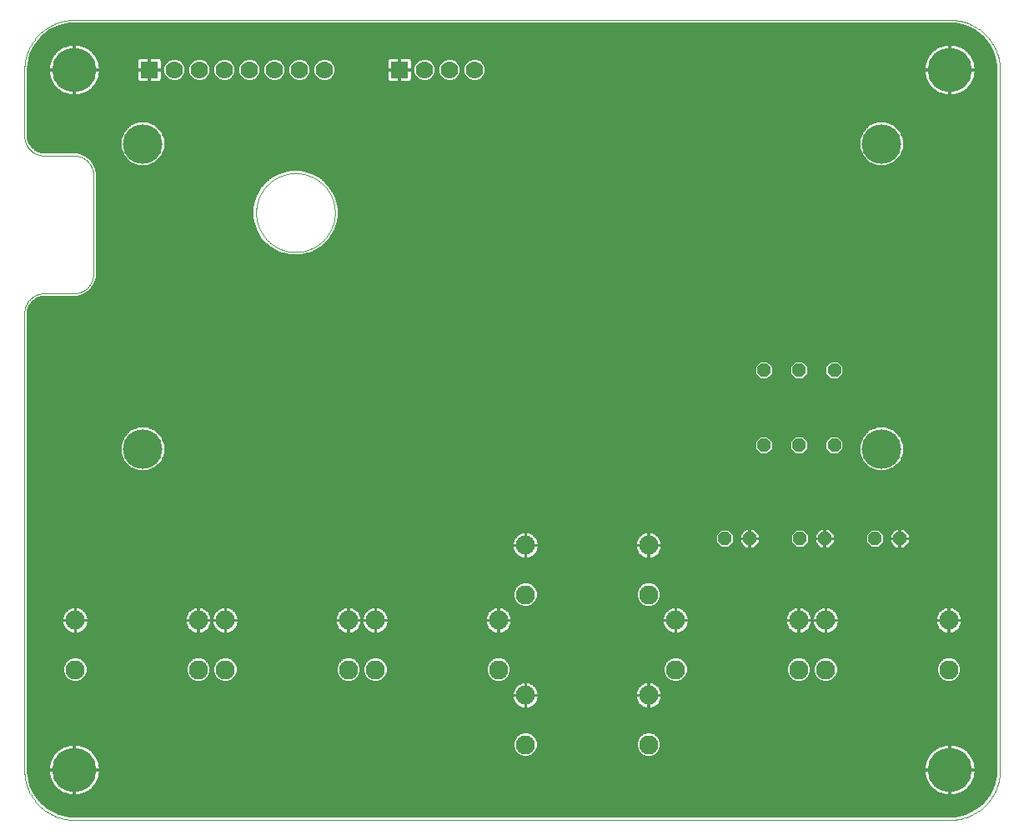
<source format=gtl>
G75*
%MOIN*%
%OFA0B0*%
%FSLAX25Y25*%
%IPPOS*%
%LPD*%
%AMOC8*
5,1,8,0,0,1.08239X$1,22.5*
%
%ADD10C,0.00000*%
%ADD11C,0.15811*%
%ADD12C,0.07677*%
%ADD13R,0.07000X0.07000*%
%ADD14C,0.07000*%
%ADD15C,0.17717*%
%ADD16OC8,0.05200*%
%ADD17C,0.00600*%
D10*
X0063342Y0020985D02*
X0063342Y0204056D01*
X0063344Y0204246D01*
X0063351Y0204436D01*
X0063363Y0204626D01*
X0063379Y0204816D01*
X0063399Y0205005D01*
X0063425Y0205194D01*
X0063454Y0205382D01*
X0063489Y0205569D01*
X0063528Y0205755D01*
X0063571Y0205940D01*
X0063619Y0206125D01*
X0063671Y0206308D01*
X0063727Y0206489D01*
X0063788Y0206669D01*
X0063854Y0206848D01*
X0063923Y0207025D01*
X0063997Y0207201D01*
X0064075Y0207374D01*
X0064158Y0207546D01*
X0064244Y0207715D01*
X0064334Y0207883D01*
X0064429Y0208048D01*
X0064527Y0208211D01*
X0064630Y0208371D01*
X0064736Y0208529D01*
X0064846Y0208684D01*
X0064959Y0208837D01*
X0065077Y0208987D01*
X0065198Y0209133D01*
X0065322Y0209277D01*
X0065450Y0209418D01*
X0065581Y0209556D01*
X0065716Y0209691D01*
X0065854Y0209822D01*
X0065995Y0209950D01*
X0066139Y0210074D01*
X0066285Y0210195D01*
X0066435Y0210313D01*
X0066588Y0210426D01*
X0066743Y0210536D01*
X0066901Y0210642D01*
X0067061Y0210745D01*
X0067224Y0210843D01*
X0067389Y0210938D01*
X0067557Y0211028D01*
X0067726Y0211114D01*
X0067898Y0211197D01*
X0068071Y0211275D01*
X0068247Y0211349D01*
X0068424Y0211418D01*
X0068603Y0211484D01*
X0068783Y0211545D01*
X0068964Y0211601D01*
X0069147Y0211653D01*
X0069332Y0211701D01*
X0069517Y0211744D01*
X0069703Y0211783D01*
X0069890Y0211818D01*
X0070078Y0211847D01*
X0070267Y0211873D01*
X0070456Y0211893D01*
X0070646Y0211909D01*
X0070836Y0211921D01*
X0071026Y0211928D01*
X0071216Y0211930D01*
X0083027Y0211930D01*
X0083217Y0211932D01*
X0083407Y0211939D01*
X0083597Y0211951D01*
X0083787Y0211967D01*
X0083976Y0211987D01*
X0084165Y0212013D01*
X0084353Y0212042D01*
X0084540Y0212077D01*
X0084726Y0212116D01*
X0084911Y0212159D01*
X0085096Y0212207D01*
X0085279Y0212259D01*
X0085460Y0212315D01*
X0085640Y0212376D01*
X0085819Y0212442D01*
X0085996Y0212511D01*
X0086172Y0212585D01*
X0086345Y0212663D01*
X0086517Y0212746D01*
X0086686Y0212832D01*
X0086854Y0212922D01*
X0087019Y0213017D01*
X0087182Y0213115D01*
X0087342Y0213218D01*
X0087500Y0213324D01*
X0087655Y0213434D01*
X0087808Y0213547D01*
X0087958Y0213665D01*
X0088104Y0213786D01*
X0088248Y0213910D01*
X0088389Y0214038D01*
X0088527Y0214169D01*
X0088662Y0214304D01*
X0088793Y0214442D01*
X0088921Y0214583D01*
X0089045Y0214727D01*
X0089166Y0214873D01*
X0089284Y0215023D01*
X0089397Y0215176D01*
X0089507Y0215331D01*
X0089613Y0215489D01*
X0089716Y0215649D01*
X0089814Y0215812D01*
X0089909Y0215977D01*
X0089999Y0216145D01*
X0090085Y0216314D01*
X0090168Y0216486D01*
X0090246Y0216659D01*
X0090320Y0216835D01*
X0090389Y0217012D01*
X0090455Y0217191D01*
X0090516Y0217371D01*
X0090572Y0217552D01*
X0090624Y0217735D01*
X0090672Y0217920D01*
X0090715Y0218105D01*
X0090754Y0218291D01*
X0090789Y0218478D01*
X0090818Y0218666D01*
X0090844Y0218855D01*
X0090864Y0219044D01*
X0090880Y0219234D01*
X0090892Y0219424D01*
X0090899Y0219614D01*
X0090901Y0219804D01*
X0090901Y0259174D01*
X0090899Y0259364D01*
X0090892Y0259554D01*
X0090880Y0259744D01*
X0090864Y0259934D01*
X0090844Y0260123D01*
X0090818Y0260312D01*
X0090789Y0260500D01*
X0090754Y0260687D01*
X0090715Y0260873D01*
X0090672Y0261058D01*
X0090624Y0261243D01*
X0090572Y0261426D01*
X0090516Y0261607D01*
X0090455Y0261787D01*
X0090389Y0261966D01*
X0090320Y0262143D01*
X0090246Y0262319D01*
X0090168Y0262492D01*
X0090085Y0262664D01*
X0089999Y0262833D01*
X0089909Y0263001D01*
X0089814Y0263166D01*
X0089716Y0263329D01*
X0089613Y0263489D01*
X0089507Y0263647D01*
X0089397Y0263802D01*
X0089284Y0263955D01*
X0089166Y0264105D01*
X0089045Y0264251D01*
X0088921Y0264395D01*
X0088793Y0264536D01*
X0088662Y0264674D01*
X0088527Y0264809D01*
X0088389Y0264940D01*
X0088248Y0265068D01*
X0088104Y0265192D01*
X0087958Y0265313D01*
X0087808Y0265431D01*
X0087655Y0265544D01*
X0087500Y0265654D01*
X0087342Y0265760D01*
X0087182Y0265863D01*
X0087019Y0265961D01*
X0086854Y0266056D01*
X0086686Y0266146D01*
X0086517Y0266232D01*
X0086345Y0266315D01*
X0086172Y0266393D01*
X0085996Y0266467D01*
X0085819Y0266536D01*
X0085640Y0266602D01*
X0085460Y0266663D01*
X0085279Y0266719D01*
X0085096Y0266771D01*
X0084911Y0266819D01*
X0084726Y0266862D01*
X0084540Y0266901D01*
X0084353Y0266936D01*
X0084165Y0266965D01*
X0083976Y0266991D01*
X0083787Y0267011D01*
X0083597Y0267027D01*
X0083407Y0267039D01*
X0083217Y0267046D01*
X0083027Y0267048D01*
X0071216Y0267048D01*
X0071026Y0267050D01*
X0070836Y0267057D01*
X0070646Y0267069D01*
X0070456Y0267085D01*
X0070267Y0267105D01*
X0070078Y0267131D01*
X0069890Y0267160D01*
X0069703Y0267195D01*
X0069517Y0267234D01*
X0069332Y0267277D01*
X0069147Y0267325D01*
X0068964Y0267377D01*
X0068783Y0267433D01*
X0068603Y0267494D01*
X0068424Y0267560D01*
X0068247Y0267629D01*
X0068071Y0267703D01*
X0067898Y0267781D01*
X0067726Y0267864D01*
X0067557Y0267950D01*
X0067389Y0268040D01*
X0067224Y0268135D01*
X0067061Y0268233D01*
X0066901Y0268336D01*
X0066743Y0268442D01*
X0066588Y0268552D01*
X0066435Y0268665D01*
X0066285Y0268783D01*
X0066139Y0268904D01*
X0065995Y0269028D01*
X0065854Y0269156D01*
X0065716Y0269287D01*
X0065581Y0269422D01*
X0065450Y0269560D01*
X0065322Y0269701D01*
X0065198Y0269845D01*
X0065077Y0269991D01*
X0064959Y0270141D01*
X0064846Y0270294D01*
X0064736Y0270449D01*
X0064630Y0270607D01*
X0064527Y0270767D01*
X0064429Y0270930D01*
X0064334Y0271095D01*
X0064244Y0271263D01*
X0064158Y0271432D01*
X0064075Y0271604D01*
X0063997Y0271777D01*
X0063923Y0271953D01*
X0063854Y0272130D01*
X0063788Y0272309D01*
X0063727Y0272489D01*
X0063671Y0272670D01*
X0063619Y0272853D01*
X0063571Y0273038D01*
X0063528Y0273223D01*
X0063489Y0273409D01*
X0063454Y0273596D01*
X0063425Y0273784D01*
X0063399Y0273973D01*
X0063379Y0274162D01*
X0063363Y0274352D01*
X0063351Y0274542D01*
X0063344Y0274732D01*
X0063342Y0274922D01*
X0063342Y0301300D01*
X0063348Y0301783D01*
X0063365Y0302266D01*
X0063395Y0302749D01*
X0063435Y0303230D01*
X0063488Y0303711D01*
X0063552Y0304190D01*
X0063627Y0304667D01*
X0063715Y0305143D01*
X0063813Y0305616D01*
X0063923Y0306086D01*
X0064044Y0306554D01*
X0064177Y0307019D01*
X0064321Y0307480D01*
X0064476Y0307938D01*
X0064642Y0308392D01*
X0064819Y0308842D01*
X0065006Y0309287D01*
X0065205Y0309728D01*
X0065413Y0310164D01*
X0065633Y0310594D01*
X0065863Y0311020D01*
X0066103Y0311439D01*
X0066353Y0311853D01*
X0066613Y0312260D01*
X0066882Y0312661D01*
X0067162Y0313056D01*
X0067450Y0313443D01*
X0067749Y0313824D01*
X0068056Y0314197D01*
X0068372Y0314562D01*
X0068697Y0314920D01*
X0069030Y0315270D01*
X0069372Y0315612D01*
X0069722Y0315945D01*
X0070080Y0316270D01*
X0070445Y0316586D01*
X0070818Y0316893D01*
X0071199Y0317192D01*
X0071586Y0317480D01*
X0071981Y0317760D01*
X0072382Y0318029D01*
X0072789Y0318289D01*
X0073203Y0318539D01*
X0073622Y0318779D01*
X0074048Y0319009D01*
X0074478Y0319229D01*
X0074914Y0319437D01*
X0075355Y0319636D01*
X0075800Y0319823D01*
X0076250Y0320000D01*
X0076704Y0320166D01*
X0077162Y0320321D01*
X0077623Y0320465D01*
X0078088Y0320598D01*
X0078556Y0320719D01*
X0079026Y0320829D01*
X0079499Y0320927D01*
X0079975Y0321015D01*
X0080452Y0321090D01*
X0080931Y0321154D01*
X0081412Y0321207D01*
X0081893Y0321247D01*
X0082376Y0321277D01*
X0082859Y0321294D01*
X0083342Y0321300D01*
X0433342Y0321300D01*
X0433825Y0321294D01*
X0434308Y0321277D01*
X0434791Y0321247D01*
X0435272Y0321207D01*
X0435753Y0321154D01*
X0436232Y0321090D01*
X0436709Y0321015D01*
X0437185Y0320927D01*
X0437658Y0320829D01*
X0438128Y0320719D01*
X0438596Y0320598D01*
X0439061Y0320465D01*
X0439522Y0320321D01*
X0439980Y0320166D01*
X0440434Y0320000D01*
X0440884Y0319823D01*
X0441329Y0319636D01*
X0441770Y0319437D01*
X0442206Y0319229D01*
X0442636Y0319009D01*
X0443062Y0318779D01*
X0443481Y0318539D01*
X0443895Y0318289D01*
X0444302Y0318029D01*
X0444703Y0317760D01*
X0445098Y0317480D01*
X0445485Y0317192D01*
X0445866Y0316893D01*
X0446239Y0316586D01*
X0446604Y0316270D01*
X0446962Y0315945D01*
X0447312Y0315612D01*
X0447654Y0315270D01*
X0447987Y0314920D01*
X0448312Y0314562D01*
X0448628Y0314197D01*
X0448935Y0313824D01*
X0449234Y0313443D01*
X0449522Y0313056D01*
X0449802Y0312661D01*
X0450071Y0312260D01*
X0450331Y0311853D01*
X0450581Y0311439D01*
X0450821Y0311020D01*
X0451051Y0310594D01*
X0451271Y0310164D01*
X0451479Y0309728D01*
X0451678Y0309287D01*
X0451865Y0308842D01*
X0452042Y0308392D01*
X0452208Y0307938D01*
X0452363Y0307480D01*
X0452507Y0307019D01*
X0452640Y0306554D01*
X0452761Y0306086D01*
X0452871Y0305616D01*
X0452969Y0305143D01*
X0453057Y0304667D01*
X0453132Y0304190D01*
X0453196Y0303711D01*
X0453249Y0303230D01*
X0453289Y0302749D01*
X0453319Y0302266D01*
X0453336Y0301783D01*
X0453342Y0301300D01*
X0453342Y0021300D01*
X0453336Y0020817D01*
X0453319Y0020334D01*
X0453289Y0019851D01*
X0453249Y0019370D01*
X0453196Y0018889D01*
X0453132Y0018410D01*
X0453057Y0017933D01*
X0452969Y0017457D01*
X0452871Y0016984D01*
X0452761Y0016514D01*
X0452640Y0016046D01*
X0452507Y0015581D01*
X0452363Y0015120D01*
X0452208Y0014662D01*
X0452042Y0014208D01*
X0451865Y0013758D01*
X0451678Y0013313D01*
X0451479Y0012872D01*
X0451271Y0012436D01*
X0451051Y0012006D01*
X0450821Y0011580D01*
X0450581Y0011161D01*
X0450331Y0010747D01*
X0450071Y0010340D01*
X0449802Y0009939D01*
X0449522Y0009544D01*
X0449234Y0009157D01*
X0448935Y0008776D01*
X0448628Y0008403D01*
X0448312Y0008038D01*
X0447987Y0007680D01*
X0447654Y0007330D01*
X0447312Y0006988D01*
X0446962Y0006655D01*
X0446604Y0006330D01*
X0446239Y0006014D01*
X0445866Y0005707D01*
X0445485Y0005408D01*
X0445098Y0005120D01*
X0444703Y0004840D01*
X0444302Y0004571D01*
X0443895Y0004311D01*
X0443481Y0004061D01*
X0443062Y0003821D01*
X0442636Y0003591D01*
X0442206Y0003371D01*
X0441770Y0003163D01*
X0441329Y0002964D01*
X0440884Y0002777D01*
X0440434Y0002600D01*
X0439980Y0002434D01*
X0439522Y0002279D01*
X0439061Y0002135D01*
X0438596Y0002002D01*
X0438128Y0001881D01*
X0437658Y0001771D01*
X0437185Y0001673D01*
X0436709Y0001585D01*
X0436232Y0001510D01*
X0435753Y0001446D01*
X0435272Y0001393D01*
X0434791Y0001353D01*
X0434308Y0001323D01*
X0433825Y0001306D01*
X0433342Y0001300D01*
X0083342Y0001300D01*
X0082859Y0001306D01*
X0082376Y0001323D01*
X0081893Y0001353D01*
X0081412Y0001393D01*
X0080931Y0001446D01*
X0080452Y0001510D01*
X0079975Y0001585D01*
X0079499Y0001673D01*
X0079026Y0001771D01*
X0078556Y0001881D01*
X0078088Y0002002D01*
X0077623Y0002135D01*
X0077162Y0002279D01*
X0076704Y0002434D01*
X0076250Y0002600D01*
X0075800Y0002777D01*
X0075355Y0002964D01*
X0074914Y0003163D01*
X0074478Y0003371D01*
X0074048Y0003591D01*
X0073622Y0003821D01*
X0073203Y0004061D01*
X0072789Y0004311D01*
X0072382Y0004571D01*
X0071981Y0004840D01*
X0071586Y0005120D01*
X0071199Y0005408D01*
X0070818Y0005707D01*
X0070445Y0006014D01*
X0070080Y0006330D01*
X0069722Y0006655D01*
X0069372Y0006988D01*
X0069030Y0007330D01*
X0068697Y0007680D01*
X0068372Y0008038D01*
X0068056Y0008403D01*
X0067749Y0008776D01*
X0067450Y0009157D01*
X0067162Y0009544D01*
X0066882Y0009939D01*
X0066613Y0010340D01*
X0066353Y0010747D01*
X0066103Y0011161D01*
X0065863Y0011580D01*
X0065633Y0012006D01*
X0065413Y0012436D01*
X0065205Y0012872D01*
X0065006Y0013313D01*
X0064819Y0013758D01*
X0064642Y0014208D01*
X0064476Y0014662D01*
X0064321Y0015120D01*
X0064177Y0015581D01*
X0064044Y0016046D01*
X0063923Y0016514D01*
X0063813Y0016984D01*
X0063715Y0017457D01*
X0063627Y0017933D01*
X0063552Y0018410D01*
X0063488Y0018889D01*
X0063435Y0019370D01*
X0063395Y0019851D01*
X0063365Y0020334D01*
X0063348Y0020817D01*
X0063342Y0021300D01*
X0155980Y0244233D02*
X0155985Y0244619D01*
X0155999Y0245006D01*
X0156023Y0245391D01*
X0156056Y0245777D01*
X0156098Y0246161D01*
X0156150Y0246544D01*
X0156212Y0246925D01*
X0156283Y0247305D01*
X0156363Y0247683D01*
X0156452Y0248059D01*
X0156550Y0248433D01*
X0156658Y0248804D01*
X0156775Y0249173D01*
X0156901Y0249538D01*
X0157035Y0249901D01*
X0157179Y0250259D01*
X0157331Y0250615D01*
X0157492Y0250966D01*
X0157662Y0251313D01*
X0157840Y0251657D01*
X0158026Y0251995D01*
X0158220Y0252329D01*
X0158423Y0252658D01*
X0158634Y0252982D01*
X0158853Y0253301D01*
X0159079Y0253614D01*
X0159313Y0253922D01*
X0159555Y0254223D01*
X0159803Y0254519D01*
X0160060Y0254809D01*
X0160323Y0255092D01*
X0160592Y0255369D01*
X0160869Y0255638D01*
X0161152Y0255901D01*
X0161442Y0256158D01*
X0161738Y0256406D01*
X0162039Y0256648D01*
X0162347Y0256882D01*
X0162660Y0257108D01*
X0162979Y0257327D01*
X0163303Y0257538D01*
X0163632Y0257741D01*
X0163966Y0257935D01*
X0164304Y0258121D01*
X0164648Y0258299D01*
X0164995Y0258469D01*
X0165346Y0258630D01*
X0165702Y0258782D01*
X0166060Y0258926D01*
X0166423Y0259060D01*
X0166788Y0259186D01*
X0167157Y0259303D01*
X0167528Y0259411D01*
X0167902Y0259509D01*
X0168278Y0259598D01*
X0168656Y0259678D01*
X0169036Y0259749D01*
X0169417Y0259811D01*
X0169800Y0259863D01*
X0170184Y0259905D01*
X0170570Y0259938D01*
X0170955Y0259962D01*
X0171342Y0259976D01*
X0171728Y0259981D01*
X0172114Y0259976D01*
X0172501Y0259962D01*
X0172886Y0259938D01*
X0173272Y0259905D01*
X0173656Y0259863D01*
X0174039Y0259811D01*
X0174420Y0259749D01*
X0174800Y0259678D01*
X0175178Y0259598D01*
X0175554Y0259509D01*
X0175928Y0259411D01*
X0176299Y0259303D01*
X0176668Y0259186D01*
X0177033Y0259060D01*
X0177396Y0258926D01*
X0177754Y0258782D01*
X0178110Y0258630D01*
X0178461Y0258469D01*
X0178808Y0258299D01*
X0179152Y0258121D01*
X0179490Y0257935D01*
X0179824Y0257741D01*
X0180153Y0257538D01*
X0180477Y0257327D01*
X0180796Y0257108D01*
X0181109Y0256882D01*
X0181417Y0256648D01*
X0181718Y0256406D01*
X0182014Y0256158D01*
X0182304Y0255901D01*
X0182587Y0255638D01*
X0182864Y0255369D01*
X0183133Y0255092D01*
X0183396Y0254809D01*
X0183653Y0254519D01*
X0183901Y0254223D01*
X0184143Y0253922D01*
X0184377Y0253614D01*
X0184603Y0253301D01*
X0184822Y0252982D01*
X0185033Y0252658D01*
X0185236Y0252329D01*
X0185430Y0251995D01*
X0185616Y0251657D01*
X0185794Y0251313D01*
X0185964Y0250966D01*
X0186125Y0250615D01*
X0186277Y0250259D01*
X0186421Y0249901D01*
X0186555Y0249538D01*
X0186681Y0249173D01*
X0186798Y0248804D01*
X0186906Y0248433D01*
X0187004Y0248059D01*
X0187093Y0247683D01*
X0187173Y0247305D01*
X0187244Y0246925D01*
X0187306Y0246544D01*
X0187358Y0246161D01*
X0187400Y0245777D01*
X0187433Y0245391D01*
X0187457Y0245006D01*
X0187471Y0244619D01*
X0187476Y0244233D01*
X0187471Y0243847D01*
X0187457Y0243460D01*
X0187433Y0243075D01*
X0187400Y0242689D01*
X0187358Y0242305D01*
X0187306Y0241922D01*
X0187244Y0241541D01*
X0187173Y0241161D01*
X0187093Y0240783D01*
X0187004Y0240407D01*
X0186906Y0240033D01*
X0186798Y0239662D01*
X0186681Y0239293D01*
X0186555Y0238928D01*
X0186421Y0238565D01*
X0186277Y0238207D01*
X0186125Y0237851D01*
X0185964Y0237500D01*
X0185794Y0237153D01*
X0185616Y0236809D01*
X0185430Y0236471D01*
X0185236Y0236137D01*
X0185033Y0235808D01*
X0184822Y0235484D01*
X0184603Y0235165D01*
X0184377Y0234852D01*
X0184143Y0234544D01*
X0183901Y0234243D01*
X0183653Y0233947D01*
X0183396Y0233657D01*
X0183133Y0233374D01*
X0182864Y0233097D01*
X0182587Y0232828D01*
X0182304Y0232565D01*
X0182014Y0232308D01*
X0181718Y0232060D01*
X0181417Y0231818D01*
X0181109Y0231584D01*
X0180796Y0231358D01*
X0180477Y0231139D01*
X0180153Y0230928D01*
X0179824Y0230725D01*
X0179490Y0230531D01*
X0179152Y0230345D01*
X0178808Y0230167D01*
X0178461Y0229997D01*
X0178110Y0229836D01*
X0177754Y0229684D01*
X0177396Y0229540D01*
X0177033Y0229406D01*
X0176668Y0229280D01*
X0176299Y0229163D01*
X0175928Y0229055D01*
X0175554Y0228957D01*
X0175178Y0228868D01*
X0174800Y0228788D01*
X0174420Y0228717D01*
X0174039Y0228655D01*
X0173656Y0228603D01*
X0173272Y0228561D01*
X0172886Y0228528D01*
X0172501Y0228504D01*
X0172114Y0228490D01*
X0171728Y0228485D01*
X0171342Y0228490D01*
X0170955Y0228504D01*
X0170570Y0228528D01*
X0170184Y0228561D01*
X0169800Y0228603D01*
X0169417Y0228655D01*
X0169036Y0228717D01*
X0168656Y0228788D01*
X0168278Y0228868D01*
X0167902Y0228957D01*
X0167528Y0229055D01*
X0167157Y0229163D01*
X0166788Y0229280D01*
X0166423Y0229406D01*
X0166060Y0229540D01*
X0165702Y0229684D01*
X0165346Y0229836D01*
X0164995Y0229997D01*
X0164648Y0230167D01*
X0164304Y0230345D01*
X0163966Y0230531D01*
X0163632Y0230725D01*
X0163303Y0230928D01*
X0162979Y0231139D01*
X0162660Y0231358D01*
X0162347Y0231584D01*
X0162039Y0231818D01*
X0161738Y0232060D01*
X0161442Y0232308D01*
X0161152Y0232565D01*
X0160869Y0232828D01*
X0160592Y0233097D01*
X0160323Y0233374D01*
X0160060Y0233657D01*
X0159803Y0233947D01*
X0159555Y0234243D01*
X0159313Y0234544D01*
X0159079Y0234852D01*
X0158853Y0235165D01*
X0158634Y0235484D01*
X0158423Y0235808D01*
X0158220Y0236137D01*
X0158026Y0236471D01*
X0157840Y0236809D01*
X0157662Y0237153D01*
X0157492Y0237500D01*
X0157331Y0237851D01*
X0157179Y0238207D01*
X0157035Y0238565D01*
X0156901Y0238928D01*
X0156775Y0239293D01*
X0156658Y0239662D01*
X0156550Y0240033D01*
X0156452Y0240407D01*
X0156363Y0240783D01*
X0156283Y0241161D01*
X0156212Y0241541D01*
X0156150Y0241922D01*
X0156098Y0242305D01*
X0156056Y0242689D01*
X0156023Y0243075D01*
X0155999Y0243460D01*
X0155985Y0243847D01*
X0155980Y0244233D01*
D11*
X0110704Y0271792D03*
X0110704Y0149745D03*
X0405980Y0149745D03*
X0405980Y0271792D03*
D12*
X0312948Y0111143D03*
X0312948Y0091457D03*
X0323736Y0081143D03*
X0323736Y0061457D03*
X0312948Y0051143D03*
X0312948Y0031457D03*
X0263736Y0031457D03*
X0263736Y0051143D03*
X0252948Y0061457D03*
X0252948Y0081143D03*
X0263736Y0091457D03*
X0263736Y0111143D03*
X0203736Y0081143D03*
X0192948Y0081143D03*
X0192948Y0061457D03*
X0203736Y0061457D03*
X0143736Y0061457D03*
X0132948Y0061457D03*
X0132948Y0081143D03*
X0143736Y0081143D03*
X0083736Y0081143D03*
X0083736Y0061457D03*
X0372948Y0061457D03*
X0383736Y0061457D03*
X0383736Y0081143D03*
X0372948Y0081143D03*
X0432948Y0081143D03*
X0432948Y0061457D03*
D13*
X0213342Y0301300D03*
X0113342Y0301300D03*
D14*
X0123342Y0301300D03*
X0133342Y0301300D03*
X0143342Y0301300D03*
X0153342Y0301300D03*
X0163342Y0301300D03*
X0173342Y0301300D03*
X0183342Y0301300D03*
X0223342Y0301300D03*
X0233342Y0301300D03*
X0243342Y0301300D03*
D15*
X0083342Y0301300D03*
X0083342Y0021300D03*
X0433342Y0021300D03*
X0433342Y0301300D03*
D16*
X0387161Y0181143D03*
X0373066Y0181143D03*
X0358972Y0181143D03*
X0358972Y0151143D03*
X0373066Y0151143D03*
X0387161Y0151143D03*
X0383342Y0113800D03*
X0373342Y0113800D03*
X0353342Y0113800D03*
X0343342Y0113800D03*
X0403342Y0113800D03*
X0413342Y0113800D03*
D17*
X0413642Y0113820D02*
X0452042Y0113820D01*
X0452042Y0113222D02*
X0417242Y0113222D01*
X0417242Y0113500D02*
X0413642Y0113500D01*
X0413642Y0114100D01*
X0417242Y0114100D01*
X0417242Y0115415D01*
X0414957Y0117700D01*
X0413642Y0117700D01*
X0413642Y0114100D01*
X0413042Y0114100D01*
X0413042Y0117700D01*
X0411726Y0117700D01*
X0409442Y0115415D01*
X0409442Y0114100D01*
X0413042Y0114100D01*
X0413042Y0113500D01*
X0413642Y0113500D01*
X0413642Y0109900D01*
X0414957Y0109900D01*
X0417242Y0112185D01*
X0417242Y0113500D01*
X0417242Y0112623D02*
X0452042Y0112623D01*
X0452042Y0112025D02*
X0417082Y0112025D01*
X0416483Y0111426D02*
X0452042Y0111426D01*
X0452042Y0110828D02*
X0415885Y0110828D01*
X0415286Y0110229D02*
X0452042Y0110229D01*
X0452042Y0109631D02*
X0317860Y0109631D01*
X0317960Y0109939D02*
X0318087Y0110738D01*
X0318087Y0110843D01*
X0313248Y0110843D01*
X0313248Y0111442D01*
X0318087Y0111442D01*
X0318087Y0111547D01*
X0317960Y0112346D01*
X0317710Y0113115D01*
X0317343Y0113836D01*
X0316868Y0114490D01*
X0316296Y0115062D01*
X0315641Y0115537D01*
X0314921Y0115905D01*
X0314151Y0116155D01*
X0313353Y0116281D01*
X0313248Y0116281D01*
X0313248Y0111443D01*
X0312648Y0111443D01*
X0312648Y0116281D01*
X0312544Y0116281D01*
X0311745Y0116155D01*
X0310976Y0115905D01*
X0310255Y0115537D01*
X0309601Y0115062D01*
X0309029Y0114490D01*
X0308553Y0113836D01*
X0308186Y0113115D01*
X0307936Y0112346D01*
X0307810Y0111547D01*
X0307810Y0111442D01*
X0312648Y0111442D01*
X0312648Y0110843D01*
X0307810Y0110843D01*
X0307810Y0110738D01*
X0307936Y0109939D01*
X0308186Y0109170D01*
X0308553Y0108449D01*
X0309029Y0107795D01*
X0309601Y0107223D01*
X0310255Y0106748D01*
X0310976Y0106380D01*
X0311745Y0106130D01*
X0312544Y0106004D01*
X0312648Y0106004D01*
X0312648Y0110842D01*
X0313248Y0110842D01*
X0313248Y0106004D01*
X0313353Y0106004D01*
X0314151Y0106130D01*
X0314921Y0106380D01*
X0315641Y0106748D01*
X0316296Y0107223D01*
X0316868Y0107795D01*
X0317343Y0108449D01*
X0317710Y0109170D01*
X0317960Y0109939D01*
X0318006Y0110229D02*
X0351397Y0110229D01*
X0351726Y0109900D02*
X0353042Y0109900D01*
X0353042Y0113500D01*
X0353642Y0113500D01*
X0353642Y0114100D01*
X0357242Y0114100D01*
X0357242Y0115415D01*
X0354957Y0117700D01*
X0353642Y0117700D01*
X0353642Y0114100D01*
X0353042Y0114100D01*
X0353042Y0117700D01*
X0351726Y0117700D01*
X0349442Y0115415D01*
X0349442Y0114100D01*
X0353042Y0114100D01*
X0353042Y0113500D01*
X0349442Y0113500D01*
X0349442Y0112185D01*
X0351726Y0109900D01*
X0350799Y0110828D02*
X0345319Y0110828D01*
X0344792Y0110300D02*
X0346842Y0112350D01*
X0346842Y0115250D01*
X0344792Y0117300D01*
X0341892Y0117300D01*
X0339842Y0115250D01*
X0339842Y0112350D01*
X0341892Y0110300D01*
X0344792Y0110300D01*
X0345918Y0111426D02*
X0350200Y0111426D01*
X0349602Y0112025D02*
X0346516Y0112025D01*
X0346842Y0112623D02*
X0349442Y0112623D01*
X0349442Y0113222D02*
X0346842Y0113222D01*
X0346842Y0113820D02*
X0353042Y0113820D01*
X0353042Y0113222D02*
X0353642Y0113222D01*
X0353642Y0113500D02*
X0353642Y0109900D01*
X0354957Y0109900D01*
X0357242Y0112185D01*
X0357242Y0113500D01*
X0353642Y0113500D01*
X0353642Y0113820D02*
X0369842Y0113820D01*
X0369842Y0113222D02*
X0357242Y0113222D01*
X0357242Y0112623D02*
X0369842Y0112623D01*
X0369842Y0112350D02*
X0369842Y0115250D01*
X0371892Y0117300D01*
X0374792Y0117300D01*
X0376842Y0115250D01*
X0376842Y0112350D01*
X0374792Y0110300D01*
X0371892Y0110300D01*
X0369842Y0112350D01*
X0370167Y0112025D02*
X0357082Y0112025D01*
X0356483Y0111426D02*
X0370766Y0111426D01*
X0371364Y0110828D02*
X0355885Y0110828D01*
X0355286Y0110229D02*
X0381397Y0110229D01*
X0381726Y0109900D02*
X0383042Y0109900D01*
X0383042Y0113500D01*
X0383642Y0113500D01*
X0383642Y0114100D01*
X0387242Y0114100D01*
X0387242Y0115415D01*
X0384957Y0117700D01*
X0383642Y0117700D01*
X0383642Y0114100D01*
X0383042Y0114100D01*
X0383042Y0117700D01*
X0381726Y0117700D01*
X0379442Y0115415D01*
X0379442Y0114100D01*
X0383042Y0114100D01*
X0383042Y0113500D01*
X0379442Y0113500D01*
X0379442Y0112185D01*
X0381726Y0109900D01*
X0380799Y0110828D02*
X0375319Y0110828D01*
X0375918Y0111426D02*
X0380200Y0111426D01*
X0379602Y0112025D02*
X0376516Y0112025D01*
X0376842Y0112623D02*
X0379442Y0112623D01*
X0379442Y0113222D02*
X0376842Y0113222D01*
X0376842Y0113820D02*
X0383042Y0113820D01*
X0383042Y0113222D02*
X0383642Y0113222D01*
X0383642Y0113500D02*
X0383642Y0109900D01*
X0384957Y0109900D01*
X0387242Y0112185D01*
X0387242Y0113500D01*
X0383642Y0113500D01*
X0383642Y0113820D02*
X0399842Y0113820D01*
X0399842Y0113222D02*
X0387242Y0113222D01*
X0387242Y0112623D02*
X0399842Y0112623D01*
X0399842Y0112350D02*
X0399842Y0115250D01*
X0401892Y0117300D01*
X0404792Y0117300D01*
X0406842Y0115250D01*
X0406842Y0112350D01*
X0404792Y0110300D01*
X0401892Y0110300D01*
X0399842Y0112350D01*
X0400167Y0112025D02*
X0387082Y0112025D01*
X0386483Y0111426D02*
X0400766Y0111426D01*
X0401364Y0110828D02*
X0385885Y0110828D01*
X0385286Y0110229D02*
X0411397Y0110229D01*
X0411726Y0109900D02*
X0413042Y0109900D01*
X0413042Y0113500D01*
X0409442Y0113500D01*
X0409442Y0112185D01*
X0411726Y0109900D01*
X0410799Y0110828D02*
X0405319Y0110828D01*
X0405918Y0111426D02*
X0410200Y0111426D01*
X0409602Y0112025D02*
X0406516Y0112025D01*
X0406842Y0112623D02*
X0409442Y0112623D01*
X0409442Y0113222D02*
X0406842Y0113222D01*
X0406842Y0113820D02*
X0413042Y0113820D01*
X0413042Y0113222D02*
X0413642Y0113222D01*
X0413642Y0112623D02*
X0413042Y0112623D01*
X0413042Y0112025D02*
X0413642Y0112025D01*
X0413642Y0111426D02*
X0413042Y0111426D01*
X0413042Y0110828D02*
X0413642Y0110828D01*
X0413642Y0110229D02*
X0413042Y0110229D01*
X0413042Y0114419D02*
X0413642Y0114419D01*
X0413642Y0115017D02*
X0413042Y0115017D01*
X0413042Y0115616D02*
X0413642Y0115616D01*
X0413642Y0116214D02*
X0413042Y0116214D01*
X0413042Y0116813D02*
X0413642Y0116813D01*
X0413642Y0117411D02*
X0413042Y0117411D01*
X0411438Y0117411D02*
X0385246Y0117411D01*
X0385845Y0116813D02*
X0401405Y0116813D01*
X0400806Y0116214D02*
X0386443Y0116214D01*
X0387042Y0115616D02*
X0400208Y0115616D01*
X0399842Y0115017D02*
X0387242Y0115017D01*
X0387242Y0114419D02*
X0399842Y0114419D01*
X0405279Y0116813D02*
X0410839Y0116813D01*
X0410241Y0116214D02*
X0405877Y0116214D01*
X0406476Y0115616D02*
X0409642Y0115616D01*
X0409442Y0115017D02*
X0406842Y0115017D01*
X0406842Y0114419D02*
X0409442Y0114419D01*
X0415246Y0117411D02*
X0452042Y0117411D01*
X0452042Y0116813D02*
X0415845Y0116813D01*
X0416443Y0116214D02*
X0452042Y0116214D01*
X0452042Y0115616D02*
X0417042Y0115616D01*
X0417242Y0115017D02*
X0452042Y0115017D01*
X0452042Y0114419D02*
X0417242Y0114419D01*
X0407731Y0140939D02*
X0404228Y0140939D01*
X0400992Y0142280D01*
X0398515Y0144757D01*
X0397174Y0147993D01*
X0397174Y0151496D01*
X0398515Y0154733D01*
X0400992Y0157210D01*
X0404228Y0158550D01*
X0407731Y0158550D01*
X0410968Y0157210D01*
X0413445Y0154733D01*
X0414785Y0151496D01*
X0414785Y0147993D01*
X0413445Y0144757D01*
X0410968Y0142280D01*
X0407731Y0140939D01*
X0408726Y0141352D02*
X0452042Y0141352D01*
X0452042Y0141950D02*
X0410171Y0141950D01*
X0411236Y0142549D02*
X0452042Y0142549D01*
X0452042Y0143147D02*
X0411835Y0143147D01*
X0412433Y0143746D02*
X0452042Y0143746D01*
X0452042Y0144344D02*
X0413032Y0144344D01*
X0413521Y0144943D02*
X0452042Y0144943D01*
X0452042Y0145541D02*
X0413769Y0145541D01*
X0414017Y0146140D02*
X0452042Y0146140D01*
X0452042Y0146738D02*
X0414265Y0146738D01*
X0414513Y0147337D02*
X0452042Y0147337D01*
X0452042Y0147935D02*
X0414761Y0147935D01*
X0414785Y0148534D02*
X0452042Y0148534D01*
X0452042Y0149132D02*
X0414785Y0149132D01*
X0414785Y0149731D02*
X0452042Y0149731D01*
X0452042Y0150329D02*
X0414785Y0150329D01*
X0414785Y0150928D02*
X0452042Y0150928D01*
X0452042Y0151526D02*
X0414773Y0151526D01*
X0414525Y0152125D02*
X0452042Y0152125D01*
X0452042Y0152723D02*
X0414277Y0152723D01*
X0414029Y0153322D02*
X0452042Y0153322D01*
X0452042Y0153920D02*
X0413781Y0153920D01*
X0413533Y0154519D02*
X0452042Y0154519D01*
X0452042Y0155117D02*
X0413060Y0155117D01*
X0412461Y0155716D02*
X0452042Y0155716D01*
X0452042Y0156314D02*
X0411863Y0156314D01*
X0411264Y0156913D02*
X0452042Y0156913D01*
X0452042Y0157511D02*
X0410239Y0157511D01*
X0408794Y0158110D02*
X0452042Y0158110D01*
X0452042Y0158708D02*
X0064642Y0158708D01*
X0064642Y0158110D02*
X0107889Y0158110D01*
X0108952Y0158550D02*
X0105716Y0157210D01*
X0103239Y0154733D01*
X0101898Y0151496D01*
X0101898Y0147993D01*
X0103239Y0144757D01*
X0105716Y0142280D01*
X0108952Y0140939D01*
X0112456Y0140939D01*
X0115692Y0142280D01*
X0118169Y0144757D01*
X0119510Y0147993D01*
X0119510Y0151496D01*
X0118169Y0154733D01*
X0115692Y0157210D01*
X0112456Y0158550D01*
X0108952Y0158550D01*
X0106444Y0157511D02*
X0064642Y0157511D01*
X0064642Y0156913D02*
X0105419Y0156913D01*
X0104821Y0156314D02*
X0064642Y0156314D01*
X0064642Y0155716D02*
X0104222Y0155716D01*
X0103624Y0155117D02*
X0064642Y0155117D01*
X0064642Y0154519D02*
X0103150Y0154519D01*
X0102903Y0153920D02*
X0064642Y0153920D01*
X0064642Y0153322D02*
X0102655Y0153322D01*
X0102407Y0152723D02*
X0064642Y0152723D01*
X0064642Y0152125D02*
X0102159Y0152125D01*
X0101911Y0151526D02*
X0064642Y0151526D01*
X0064642Y0150928D02*
X0101898Y0150928D01*
X0101898Y0150329D02*
X0064642Y0150329D01*
X0064642Y0149731D02*
X0101898Y0149731D01*
X0101898Y0149132D02*
X0064642Y0149132D01*
X0064642Y0148534D02*
X0101898Y0148534D01*
X0101923Y0147935D02*
X0064642Y0147935D01*
X0064642Y0147337D02*
X0102170Y0147337D01*
X0102418Y0146738D02*
X0064642Y0146738D01*
X0064642Y0146140D02*
X0102666Y0146140D01*
X0102914Y0145541D02*
X0064642Y0145541D01*
X0064642Y0144943D02*
X0103162Y0144943D01*
X0103652Y0144344D02*
X0064642Y0144344D01*
X0064642Y0143746D02*
X0104250Y0143746D01*
X0104849Y0143147D02*
X0064642Y0143147D01*
X0064642Y0142549D02*
X0105447Y0142549D01*
X0106512Y0141950D02*
X0064642Y0141950D01*
X0064642Y0141352D02*
X0107957Y0141352D01*
X0113451Y0141352D02*
X0403233Y0141352D01*
X0401788Y0141950D02*
X0114896Y0141950D01*
X0115961Y0142549D02*
X0400723Y0142549D01*
X0400124Y0143147D02*
X0116559Y0143147D01*
X0117158Y0143746D02*
X0399526Y0143746D01*
X0398927Y0144344D02*
X0117756Y0144344D01*
X0118246Y0144943D02*
X0398438Y0144943D01*
X0398190Y0145541D02*
X0118494Y0145541D01*
X0118742Y0146140D02*
X0397942Y0146140D01*
X0397694Y0146738D02*
X0118990Y0146738D01*
X0119238Y0147337D02*
X0397446Y0147337D01*
X0397198Y0147935D02*
X0388903Y0147935D01*
X0388610Y0147643D02*
X0390661Y0149693D01*
X0390661Y0152592D01*
X0388610Y0154643D01*
X0385711Y0154643D01*
X0383661Y0152592D01*
X0383661Y0149693D01*
X0385711Y0147643D01*
X0388610Y0147643D01*
X0389502Y0148534D02*
X0397174Y0148534D01*
X0397174Y0149132D02*
X0390100Y0149132D01*
X0390661Y0149731D02*
X0397174Y0149731D01*
X0397174Y0150329D02*
X0390661Y0150329D01*
X0390661Y0150928D02*
X0397174Y0150928D01*
X0397186Y0151526D02*
X0390661Y0151526D01*
X0390661Y0152125D02*
X0397434Y0152125D01*
X0397682Y0152723D02*
X0390530Y0152723D01*
X0389931Y0153322D02*
X0397930Y0153322D01*
X0398178Y0153920D02*
X0389333Y0153920D01*
X0388734Y0154519D02*
X0398426Y0154519D01*
X0398899Y0155117D02*
X0117784Y0155117D01*
X0118258Y0154519D02*
X0357398Y0154519D01*
X0357522Y0154643D02*
X0355472Y0152592D01*
X0355472Y0149693D01*
X0357522Y0147643D01*
X0360421Y0147643D01*
X0362472Y0149693D01*
X0362472Y0152592D01*
X0360421Y0154643D01*
X0357522Y0154643D01*
X0356800Y0153920D02*
X0118505Y0153920D01*
X0118753Y0153322D02*
X0356201Y0153322D01*
X0355603Y0152723D02*
X0119001Y0152723D01*
X0119249Y0152125D02*
X0355472Y0152125D01*
X0355472Y0151526D02*
X0119497Y0151526D01*
X0119510Y0150928D02*
X0355472Y0150928D01*
X0355472Y0150329D02*
X0119510Y0150329D01*
X0119510Y0149731D02*
X0355472Y0149731D01*
X0356032Y0149132D02*
X0119510Y0149132D01*
X0119510Y0148534D02*
X0356631Y0148534D01*
X0357229Y0147935D02*
X0119485Y0147935D01*
X0117186Y0155716D02*
X0399498Y0155716D01*
X0400096Y0156314D02*
X0116587Y0156314D01*
X0115989Y0156913D02*
X0400695Y0156913D01*
X0401720Y0157511D02*
X0114964Y0157511D01*
X0113519Y0158110D02*
X0403165Y0158110D01*
X0385587Y0154519D02*
X0374640Y0154519D01*
X0374516Y0154643D02*
X0371616Y0154643D01*
X0369566Y0152592D01*
X0369566Y0149693D01*
X0371616Y0147643D01*
X0374516Y0147643D01*
X0376566Y0149693D01*
X0376566Y0152592D01*
X0374516Y0154643D01*
X0375238Y0153920D02*
X0384989Y0153920D01*
X0384390Y0153322D02*
X0375837Y0153322D01*
X0376435Y0152723D02*
X0383792Y0152723D01*
X0383661Y0152125D02*
X0376566Y0152125D01*
X0376566Y0151526D02*
X0383661Y0151526D01*
X0383661Y0150928D02*
X0376566Y0150928D01*
X0376566Y0150329D02*
X0383661Y0150329D01*
X0383661Y0149731D02*
X0376566Y0149731D01*
X0376006Y0149132D02*
X0384221Y0149132D01*
X0384820Y0148534D02*
X0375407Y0148534D01*
X0374809Y0147935D02*
X0385418Y0147935D01*
X0371324Y0147935D02*
X0360714Y0147935D01*
X0361313Y0148534D02*
X0370725Y0148534D01*
X0370127Y0149132D02*
X0361911Y0149132D01*
X0362472Y0149731D02*
X0369566Y0149731D01*
X0369566Y0150329D02*
X0362472Y0150329D01*
X0362472Y0150928D02*
X0369566Y0150928D01*
X0369566Y0151526D02*
X0362472Y0151526D01*
X0362472Y0152125D02*
X0369566Y0152125D01*
X0369697Y0152723D02*
X0362341Y0152723D01*
X0361742Y0153322D02*
X0370296Y0153322D01*
X0370894Y0153920D02*
X0361144Y0153920D01*
X0360545Y0154519D02*
X0371493Y0154519D01*
X0371616Y0177643D02*
X0374516Y0177643D01*
X0376566Y0179693D01*
X0376566Y0182592D01*
X0374516Y0184643D01*
X0371616Y0184643D01*
X0369566Y0182592D01*
X0369566Y0179693D01*
X0371616Y0177643D01*
X0371398Y0177861D02*
X0360640Y0177861D01*
X0360421Y0177643D02*
X0362472Y0179693D01*
X0362472Y0182592D01*
X0360421Y0184643D01*
X0357522Y0184643D01*
X0355472Y0182592D01*
X0355472Y0179693D01*
X0357522Y0177643D01*
X0360421Y0177643D01*
X0361238Y0178459D02*
X0370800Y0178459D01*
X0370201Y0179058D02*
X0361837Y0179058D01*
X0362435Y0179656D02*
X0369603Y0179656D01*
X0369566Y0180255D02*
X0362472Y0180255D01*
X0362472Y0180853D02*
X0369566Y0180853D01*
X0369566Y0181452D02*
X0362472Y0181452D01*
X0362472Y0182050D02*
X0369566Y0182050D01*
X0369623Y0182649D02*
X0362415Y0182649D01*
X0361817Y0183247D02*
X0370221Y0183247D01*
X0370820Y0183846D02*
X0361218Y0183846D01*
X0360620Y0184444D02*
X0371418Y0184444D01*
X0374714Y0184444D02*
X0385513Y0184444D01*
X0385711Y0184643D02*
X0383661Y0182592D01*
X0383661Y0179693D01*
X0385711Y0177643D01*
X0388610Y0177643D01*
X0390661Y0179693D01*
X0390661Y0182592D01*
X0388610Y0184643D01*
X0385711Y0184643D01*
X0384914Y0183846D02*
X0375313Y0183846D01*
X0375911Y0183247D02*
X0384316Y0183247D01*
X0383717Y0182649D02*
X0376510Y0182649D01*
X0376566Y0182050D02*
X0383661Y0182050D01*
X0383661Y0181452D02*
X0376566Y0181452D01*
X0376566Y0180853D02*
X0383661Y0180853D01*
X0383661Y0180255D02*
X0376566Y0180255D01*
X0376530Y0179656D02*
X0383697Y0179656D01*
X0384296Y0179058D02*
X0375931Y0179058D01*
X0375333Y0178459D02*
X0384894Y0178459D01*
X0385493Y0177861D02*
X0374734Y0177861D01*
X0388829Y0177861D02*
X0452042Y0177861D01*
X0452042Y0178459D02*
X0389427Y0178459D01*
X0390026Y0179058D02*
X0452042Y0179058D01*
X0452042Y0179656D02*
X0390624Y0179656D01*
X0390661Y0180255D02*
X0452042Y0180255D01*
X0452042Y0180853D02*
X0390661Y0180853D01*
X0390661Y0181452D02*
X0452042Y0181452D01*
X0452042Y0182050D02*
X0390661Y0182050D01*
X0390604Y0182649D02*
X0452042Y0182649D01*
X0452042Y0183247D02*
X0390006Y0183247D01*
X0389407Y0183846D02*
X0452042Y0183846D01*
X0452042Y0184444D02*
X0388808Y0184444D01*
X0357324Y0184444D02*
X0064642Y0184444D01*
X0064642Y0183846D02*
X0356725Y0183846D01*
X0356127Y0183247D02*
X0064642Y0183247D01*
X0064642Y0182649D02*
X0355528Y0182649D01*
X0355472Y0182050D02*
X0064642Y0182050D01*
X0064642Y0181452D02*
X0355472Y0181452D01*
X0355472Y0180853D02*
X0064642Y0180853D01*
X0064642Y0180255D02*
X0355472Y0180255D01*
X0355508Y0179656D02*
X0064642Y0179656D01*
X0064642Y0179058D02*
X0356107Y0179058D01*
X0356705Y0178459D02*
X0064642Y0178459D01*
X0064642Y0177861D02*
X0357304Y0177861D01*
X0355246Y0117411D02*
X0381438Y0117411D01*
X0380839Y0116813D02*
X0375279Y0116813D01*
X0375877Y0116214D02*
X0380241Y0116214D01*
X0379642Y0115616D02*
X0376476Y0115616D01*
X0376842Y0115017D02*
X0379442Y0115017D01*
X0379442Y0114419D02*
X0376842Y0114419D01*
X0383042Y0114419D02*
X0383642Y0114419D01*
X0383642Y0115017D02*
X0383042Y0115017D01*
X0383042Y0115616D02*
X0383642Y0115616D01*
X0383642Y0116214D02*
X0383042Y0116214D01*
X0383042Y0116813D02*
X0383642Y0116813D01*
X0383642Y0117411D02*
X0383042Y0117411D01*
X0383042Y0112623D02*
X0383642Y0112623D01*
X0383642Y0112025D02*
X0383042Y0112025D01*
X0383042Y0111426D02*
X0383642Y0111426D01*
X0383642Y0110828D02*
X0383042Y0110828D01*
X0383042Y0110229D02*
X0383642Y0110229D01*
X0371405Y0116813D02*
X0355845Y0116813D01*
X0356443Y0116214D02*
X0370806Y0116214D01*
X0370208Y0115616D02*
X0357042Y0115616D01*
X0357242Y0115017D02*
X0369842Y0115017D01*
X0369842Y0114419D02*
X0357242Y0114419D01*
X0353642Y0114419D02*
X0353042Y0114419D01*
X0353042Y0115017D02*
X0353642Y0115017D01*
X0353642Y0115616D02*
X0353042Y0115616D01*
X0353042Y0116214D02*
X0353642Y0116214D01*
X0353642Y0116813D02*
X0353042Y0116813D01*
X0353042Y0117411D02*
X0353642Y0117411D01*
X0351438Y0117411D02*
X0064642Y0117411D01*
X0064642Y0116813D02*
X0341405Y0116813D01*
X0340806Y0116214D02*
X0313775Y0116214D01*
X0313248Y0116214D02*
X0312648Y0116214D01*
X0312121Y0116214D02*
X0264562Y0116214D01*
X0264939Y0116155D02*
X0264140Y0116281D01*
X0264035Y0116281D01*
X0264035Y0111443D01*
X0263436Y0111443D01*
X0263436Y0116281D01*
X0263331Y0116281D01*
X0262532Y0116155D01*
X0261763Y0115905D01*
X0261042Y0115537D01*
X0260388Y0115062D01*
X0259816Y0114490D01*
X0259341Y0113836D01*
X0258973Y0113115D01*
X0258723Y0112346D01*
X0258597Y0111547D01*
X0258597Y0111442D01*
X0263435Y0111442D01*
X0263435Y0110843D01*
X0258597Y0110843D01*
X0258597Y0110738D01*
X0258723Y0109939D01*
X0258973Y0109170D01*
X0259341Y0108449D01*
X0259816Y0107795D01*
X0260388Y0107223D01*
X0261042Y0106748D01*
X0261763Y0106380D01*
X0262532Y0106130D01*
X0263331Y0106004D01*
X0263436Y0106004D01*
X0263436Y0110842D01*
X0264035Y0110842D01*
X0264035Y0106004D01*
X0264140Y0106004D01*
X0264939Y0106130D01*
X0265708Y0106380D01*
X0266429Y0106748D01*
X0267083Y0107223D01*
X0267655Y0107795D01*
X0268130Y0108449D01*
X0268498Y0109170D01*
X0268748Y0109939D01*
X0268874Y0110738D01*
X0268874Y0110843D01*
X0264036Y0110843D01*
X0264036Y0111442D01*
X0268874Y0111442D01*
X0268874Y0111547D01*
X0268748Y0112346D01*
X0268498Y0113115D01*
X0268130Y0113836D01*
X0267655Y0114490D01*
X0267083Y0115062D01*
X0266429Y0115537D01*
X0265708Y0115905D01*
X0264939Y0116155D01*
X0264035Y0116214D02*
X0263436Y0116214D01*
X0262909Y0116214D02*
X0064642Y0116214D01*
X0064642Y0115616D02*
X0261196Y0115616D01*
X0260343Y0115017D02*
X0064642Y0115017D01*
X0064642Y0114419D02*
X0259764Y0114419D01*
X0259333Y0113820D02*
X0064642Y0113820D01*
X0064642Y0113222D02*
X0259028Y0113222D01*
X0258814Y0112623D02*
X0064642Y0112623D01*
X0064642Y0112025D02*
X0258673Y0112025D01*
X0258597Y0110828D02*
X0064642Y0110828D01*
X0064642Y0111426D02*
X0263435Y0111426D01*
X0263436Y0110828D02*
X0264035Y0110828D01*
X0264036Y0111426D02*
X0312648Y0111426D01*
X0312648Y0110828D02*
X0313248Y0110828D01*
X0313248Y0111426D02*
X0340766Y0111426D01*
X0341364Y0110828D02*
X0318087Y0110828D01*
X0318011Y0112025D02*
X0340167Y0112025D01*
X0339842Y0112623D02*
X0317870Y0112623D01*
X0317656Y0113222D02*
X0339842Y0113222D01*
X0339842Y0113820D02*
X0317351Y0113820D01*
X0316919Y0114419D02*
X0339842Y0114419D01*
X0339842Y0115017D02*
X0316341Y0115017D01*
X0315488Y0115616D02*
X0340208Y0115616D01*
X0345279Y0116813D02*
X0350839Y0116813D01*
X0350241Y0116214D02*
X0345877Y0116214D01*
X0346476Y0115616D02*
X0349642Y0115616D01*
X0349442Y0115017D02*
X0346842Y0115017D01*
X0346842Y0114419D02*
X0349442Y0114419D01*
X0353042Y0112623D02*
X0353642Y0112623D01*
X0353642Y0112025D02*
X0353042Y0112025D01*
X0353042Y0111426D02*
X0353642Y0111426D01*
X0353642Y0110828D02*
X0353042Y0110828D01*
X0353042Y0110229D02*
X0353642Y0110229D01*
X0371745Y0086155D02*
X0372544Y0086281D01*
X0372648Y0086281D01*
X0372648Y0081443D01*
X0373248Y0081443D01*
X0373248Y0086281D01*
X0373353Y0086281D01*
X0374151Y0086155D01*
X0374921Y0085905D01*
X0375641Y0085537D01*
X0376296Y0085062D01*
X0376868Y0084490D01*
X0377343Y0083836D01*
X0377710Y0083115D01*
X0377960Y0082346D01*
X0378087Y0081547D01*
X0378087Y0081442D01*
X0373248Y0081442D01*
X0373248Y0080843D01*
X0378087Y0080843D01*
X0378087Y0080738D01*
X0377960Y0079939D01*
X0377710Y0079170D01*
X0377343Y0078449D01*
X0376868Y0077795D01*
X0376296Y0077223D01*
X0375641Y0076748D01*
X0374921Y0076380D01*
X0374151Y0076130D01*
X0373353Y0076004D01*
X0373248Y0076004D01*
X0373248Y0080842D01*
X0372648Y0080842D01*
X0372648Y0076004D01*
X0372544Y0076004D01*
X0371745Y0076130D01*
X0370976Y0076380D01*
X0370255Y0076748D01*
X0369601Y0077223D01*
X0369029Y0077795D01*
X0368553Y0078449D01*
X0368186Y0079170D01*
X0367936Y0079939D01*
X0367810Y0080738D01*
X0367810Y0080843D01*
X0372648Y0080843D01*
X0372648Y0081442D01*
X0367810Y0081442D01*
X0367810Y0081547D01*
X0367936Y0082346D01*
X0368186Y0083115D01*
X0368553Y0083836D01*
X0369029Y0084490D01*
X0369601Y0085062D01*
X0370255Y0085537D01*
X0370976Y0085905D01*
X0371745Y0086155D01*
X0372648Y0085690D02*
X0373248Y0085690D01*
X0373248Y0085092D02*
X0372648Y0085092D01*
X0372648Y0084493D02*
X0373248Y0084493D01*
X0373248Y0083895D02*
X0372648Y0083895D01*
X0372648Y0083296D02*
X0373248Y0083296D01*
X0373248Y0082698D02*
X0372648Y0082698D01*
X0372648Y0082099D02*
X0373248Y0082099D01*
X0373248Y0081501D02*
X0372648Y0081501D01*
X0372648Y0080902D02*
X0324036Y0080902D01*
X0324036Y0080843D02*
X0324036Y0081442D01*
X0328874Y0081442D01*
X0328874Y0081547D01*
X0328748Y0082346D01*
X0328498Y0083115D01*
X0328130Y0083836D01*
X0327655Y0084490D01*
X0327083Y0085062D01*
X0326429Y0085537D01*
X0325708Y0085905D01*
X0324939Y0086155D01*
X0324140Y0086281D01*
X0324035Y0086281D01*
X0324035Y0081443D01*
X0323436Y0081443D01*
X0323436Y0086281D01*
X0323331Y0086281D01*
X0322532Y0086155D01*
X0321763Y0085905D01*
X0321042Y0085537D01*
X0320388Y0085062D01*
X0319816Y0084490D01*
X0319341Y0083836D01*
X0318973Y0083115D01*
X0318723Y0082346D01*
X0318597Y0081547D01*
X0318597Y0081442D01*
X0323435Y0081442D01*
X0323435Y0080843D01*
X0318597Y0080843D01*
X0318597Y0080738D01*
X0318723Y0079939D01*
X0318973Y0079170D01*
X0319341Y0078449D01*
X0319816Y0077795D01*
X0320388Y0077223D01*
X0321042Y0076748D01*
X0321763Y0076380D01*
X0322532Y0076130D01*
X0323331Y0076004D01*
X0323436Y0076004D01*
X0323436Y0080842D01*
X0324035Y0080842D01*
X0324035Y0076004D01*
X0324140Y0076004D01*
X0324939Y0076130D01*
X0325708Y0076380D01*
X0326429Y0076748D01*
X0327083Y0077223D01*
X0327655Y0077795D01*
X0328130Y0078449D01*
X0328498Y0079170D01*
X0328748Y0079939D01*
X0328874Y0080738D01*
X0328874Y0080843D01*
X0324036Y0080843D01*
X0324035Y0080303D02*
X0323436Y0080303D01*
X0323436Y0079705D02*
X0324035Y0079705D01*
X0324035Y0079106D02*
X0323436Y0079106D01*
X0323436Y0078508D02*
X0324035Y0078508D01*
X0324035Y0077909D02*
X0323436Y0077909D01*
X0323436Y0077311D02*
X0324035Y0077311D01*
X0324035Y0076712D02*
X0323436Y0076712D01*
X0323436Y0076114D02*
X0324035Y0076114D01*
X0324834Y0076114D02*
X0371849Y0076114D01*
X0372648Y0076114D02*
X0373248Y0076114D01*
X0373248Y0076712D02*
X0372648Y0076712D01*
X0372648Y0077311D02*
X0373248Y0077311D01*
X0373248Y0077909D02*
X0372648Y0077909D01*
X0372648Y0078508D02*
X0373248Y0078508D01*
X0373248Y0079106D02*
X0372648Y0079106D01*
X0372648Y0079705D02*
X0373248Y0079705D01*
X0373248Y0080303D02*
X0372648Y0080303D01*
X0373248Y0080902D02*
X0383435Y0080902D01*
X0383435Y0080843D02*
X0378597Y0080843D01*
X0378597Y0080738D01*
X0378723Y0079939D01*
X0378973Y0079170D01*
X0379341Y0078449D01*
X0379816Y0077795D01*
X0380388Y0077223D01*
X0381042Y0076748D01*
X0381763Y0076380D01*
X0382532Y0076130D01*
X0383331Y0076004D01*
X0383436Y0076004D01*
X0383436Y0080842D01*
X0384035Y0080842D01*
X0384035Y0076004D01*
X0384140Y0076004D01*
X0384939Y0076130D01*
X0385708Y0076380D01*
X0386429Y0076748D01*
X0387083Y0077223D01*
X0387655Y0077795D01*
X0388130Y0078449D01*
X0388498Y0079170D01*
X0388748Y0079939D01*
X0388874Y0080738D01*
X0388874Y0080843D01*
X0384036Y0080843D01*
X0384036Y0081442D01*
X0388874Y0081442D01*
X0388874Y0081547D01*
X0388748Y0082346D01*
X0388498Y0083115D01*
X0388130Y0083836D01*
X0387655Y0084490D01*
X0387083Y0085062D01*
X0386429Y0085537D01*
X0385708Y0085905D01*
X0384939Y0086155D01*
X0384140Y0086281D01*
X0384035Y0086281D01*
X0384035Y0081443D01*
X0383436Y0081443D01*
X0383436Y0086281D01*
X0383331Y0086281D01*
X0382532Y0086155D01*
X0381763Y0085905D01*
X0381042Y0085537D01*
X0380388Y0085062D01*
X0379816Y0084490D01*
X0379341Y0083836D01*
X0378973Y0083115D01*
X0378723Y0082346D01*
X0378597Y0081547D01*
X0378597Y0081442D01*
X0383435Y0081442D01*
X0383435Y0080843D01*
X0383436Y0080303D02*
X0384035Y0080303D01*
X0384035Y0079705D02*
X0383436Y0079705D01*
X0383436Y0079106D02*
X0384035Y0079106D01*
X0384035Y0078508D02*
X0383436Y0078508D01*
X0383436Y0077909D02*
X0384035Y0077909D01*
X0384035Y0077311D02*
X0383436Y0077311D01*
X0383436Y0076712D02*
X0384035Y0076712D01*
X0384035Y0076114D02*
X0383436Y0076114D01*
X0382637Y0076114D02*
X0374047Y0076114D01*
X0375572Y0076712D02*
X0381111Y0076712D01*
X0380300Y0077311D02*
X0376384Y0077311D01*
X0376951Y0077909D02*
X0379733Y0077909D01*
X0379311Y0078508D02*
X0377373Y0078508D01*
X0377678Y0079106D02*
X0379006Y0079106D01*
X0378800Y0079705D02*
X0377884Y0079705D01*
X0378018Y0080303D02*
X0378666Y0080303D01*
X0378597Y0081501D02*
X0378087Y0081501D01*
X0377999Y0082099D02*
X0378684Y0082099D01*
X0378838Y0082698D02*
X0377846Y0082698D01*
X0377618Y0083296D02*
X0379066Y0083296D01*
X0379383Y0083895D02*
X0377300Y0083895D01*
X0376865Y0084493D02*
X0379819Y0084493D01*
X0380429Y0085092D02*
X0376255Y0085092D01*
X0375342Y0085690D02*
X0381342Y0085690D01*
X0383436Y0085690D02*
X0384035Y0085690D01*
X0384035Y0085092D02*
X0383436Y0085092D01*
X0383436Y0084493D02*
X0384035Y0084493D01*
X0384035Y0083895D02*
X0383436Y0083895D01*
X0383436Y0083296D02*
X0384035Y0083296D01*
X0384035Y0082698D02*
X0383436Y0082698D01*
X0383436Y0082099D02*
X0384035Y0082099D01*
X0384035Y0081501D02*
X0383436Y0081501D01*
X0384036Y0080902D02*
X0432648Y0080902D01*
X0432648Y0080843D02*
X0427810Y0080843D01*
X0427810Y0080738D01*
X0427936Y0079939D01*
X0428186Y0079170D01*
X0428553Y0078449D01*
X0429029Y0077795D01*
X0429601Y0077223D01*
X0430255Y0076748D01*
X0430976Y0076380D01*
X0431745Y0076130D01*
X0432544Y0076004D01*
X0432648Y0076004D01*
X0432648Y0080842D01*
X0433248Y0080842D01*
X0433248Y0076004D01*
X0433353Y0076004D01*
X0434151Y0076130D01*
X0434921Y0076380D01*
X0435641Y0076748D01*
X0436296Y0077223D01*
X0436868Y0077795D01*
X0437343Y0078449D01*
X0437710Y0079170D01*
X0437960Y0079939D01*
X0438087Y0080738D01*
X0438087Y0080843D01*
X0433248Y0080843D01*
X0433248Y0081442D01*
X0438087Y0081442D01*
X0438087Y0081547D01*
X0437960Y0082346D01*
X0437710Y0083115D01*
X0437343Y0083836D01*
X0436868Y0084490D01*
X0436296Y0085062D01*
X0435641Y0085537D01*
X0434921Y0085905D01*
X0434151Y0086155D01*
X0433353Y0086281D01*
X0433248Y0086281D01*
X0433248Y0081443D01*
X0432648Y0081443D01*
X0432648Y0086281D01*
X0432544Y0086281D01*
X0431745Y0086155D01*
X0430976Y0085905D01*
X0430255Y0085537D01*
X0429601Y0085062D01*
X0429029Y0084490D01*
X0428553Y0083836D01*
X0428186Y0083115D01*
X0427936Y0082346D01*
X0427810Y0081547D01*
X0427810Y0081442D01*
X0432648Y0081442D01*
X0432648Y0080843D01*
X0432648Y0080303D02*
X0433248Y0080303D01*
X0433248Y0079705D02*
X0432648Y0079705D01*
X0432648Y0079106D02*
X0433248Y0079106D01*
X0433248Y0078508D02*
X0432648Y0078508D01*
X0432648Y0077909D02*
X0433248Y0077909D01*
X0433248Y0077311D02*
X0432648Y0077311D01*
X0432648Y0076712D02*
X0433248Y0076712D01*
X0433248Y0076114D02*
X0432648Y0076114D01*
X0431849Y0076114D02*
X0384834Y0076114D01*
X0386360Y0076712D02*
X0430324Y0076712D01*
X0429513Y0077311D02*
X0387171Y0077311D01*
X0387738Y0077909D02*
X0428945Y0077909D01*
X0428523Y0078508D02*
X0388160Y0078508D01*
X0388465Y0079106D02*
X0428218Y0079106D01*
X0428012Y0079705D02*
X0388671Y0079705D01*
X0388805Y0080303D02*
X0427878Y0080303D01*
X0427810Y0081501D02*
X0388874Y0081501D01*
X0388787Y0082099D02*
X0427897Y0082099D01*
X0428050Y0082698D02*
X0388633Y0082698D01*
X0388405Y0083296D02*
X0428278Y0083296D01*
X0428596Y0083895D02*
X0388088Y0083895D01*
X0387652Y0084493D02*
X0429032Y0084493D01*
X0429641Y0085092D02*
X0387042Y0085092D01*
X0386129Y0085690D02*
X0430555Y0085690D01*
X0432648Y0085690D02*
X0433248Y0085690D01*
X0433248Y0085092D02*
X0432648Y0085092D01*
X0432648Y0084493D02*
X0433248Y0084493D01*
X0433248Y0083895D02*
X0432648Y0083895D01*
X0432648Y0083296D02*
X0433248Y0083296D01*
X0433248Y0082698D02*
X0432648Y0082698D01*
X0432648Y0082099D02*
X0433248Y0082099D01*
X0433248Y0081501D02*
X0432648Y0081501D01*
X0433248Y0080902D02*
X0452042Y0080902D01*
X0452042Y0081501D02*
X0438087Y0081501D01*
X0437999Y0082099D02*
X0452042Y0082099D01*
X0452042Y0082698D02*
X0437846Y0082698D01*
X0437618Y0083296D02*
X0452042Y0083296D01*
X0452042Y0083895D02*
X0437300Y0083895D01*
X0436865Y0084493D02*
X0452042Y0084493D01*
X0452042Y0085092D02*
X0436255Y0085092D01*
X0435342Y0085690D02*
X0452042Y0085690D01*
X0452042Y0086289D02*
X0064642Y0086289D01*
X0064642Y0086887D02*
X0262387Y0086887D01*
X0262793Y0086719D02*
X0264678Y0086719D01*
X0266420Y0087440D01*
X0267753Y0088773D01*
X0268474Y0090515D01*
X0268474Y0092400D01*
X0267753Y0094142D01*
X0266420Y0095475D01*
X0264678Y0096196D01*
X0262793Y0096196D01*
X0261051Y0095475D01*
X0259718Y0094142D01*
X0258997Y0092400D01*
X0258997Y0090515D01*
X0259718Y0088773D01*
X0261051Y0087440D01*
X0262793Y0086719D01*
X0261006Y0087486D02*
X0064642Y0087486D01*
X0064642Y0088084D02*
X0260407Y0088084D01*
X0259809Y0088683D02*
X0064642Y0088683D01*
X0064642Y0089281D02*
X0259508Y0089281D01*
X0259260Y0089880D02*
X0064642Y0089880D01*
X0064642Y0090478D02*
X0259012Y0090478D01*
X0258997Y0091077D02*
X0064642Y0091077D01*
X0064642Y0091675D02*
X0258997Y0091675D01*
X0258997Y0092274D02*
X0064642Y0092274D01*
X0064642Y0092872D02*
X0259193Y0092872D01*
X0259440Y0093471D02*
X0064642Y0093471D01*
X0064642Y0094069D02*
X0259688Y0094069D01*
X0260244Y0094668D02*
X0064642Y0094668D01*
X0064642Y0095266D02*
X0260843Y0095266D01*
X0261993Y0095865D02*
X0064642Y0095865D01*
X0064642Y0096463D02*
X0452042Y0096463D01*
X0452042Y0095865D02*
X0314690Y0095865D01*
X0313891Y0096196D02*
X0312006Y0096196D01*
X0310264Y0095475D01*
X0308931Y0094142D01*
X0308210Y0092400D01*
X0308210Y0090515D01*
X0308931Y0088773D01*
X0310264Y0087440D01*
X0312006Y0086719D01*
X0313891Y0086719D01*
X0315632Y0087440D01*
X0316965Y0088773D01*
X0317687Y0090515D01*
X0317687Y0092400D01*
X0316965Y0094142D01*
X0315632Y0095475D01*
X0313891Y0096196D01*
X0315841Y0095266D02*
X0452042Y0095266D01*
X0452042Y0094668D02*
X0316439Y0094668D01*
X0316995Y0094069D02*
X0452042Y0094069D01*
X0452042Y0093471D02*
X0317243Y0093471D01*
X0317491Y0092872D02*
X0452042Y0092872D01*
X0452042Y0092274D02*
X0317687Y0092274D01*
X0317687Y0091675D02*
X0452042Y0091675D01*
X0452042Y0091077D02*
X0317687Y0091077D01*
X0317671Y0090478D02*
X0452042Y0090478D01*
X0452042Y0089880D02*
X0317424Y0089880D01*
X0317176Y0089281D02*
X0452042Y0089281D01*
X0452042Y0088683D02*
X0316875Y0088683D01*
X0316276Y0088084D02*
X0452042Y0088084D01*
X0452042Y0087486D02*
X0315678Y0087486D01*
X0314297Y0086887D02*
X0452042Y0086887D01*
X0452042Y0080303D02*
X0438018Y0080303D01*
X0437884Y0079705D02*
X0452042Y0079705D01*
X0452042Y0079106D02*
X0437678Y0079106D01*
X0437373Y0078508D02*
X0452042Y0078508D01*
X0452042Y0077909D02*
X0436951Y0077909D01*
X0436384Y0077311D02*
X0452042Y0077311D01*
X0452042Y0076712D02*
X0435572Y0076712D01*
X0434047Y0076114D02*
X0452042Y0076114D01*
X0452042Y0075515D02*
X0064642Y0075515D01*
X0064642Y0074917D02*
X0452042Y0074917D01*
X0452042Y0074318D02*
X0064642Y0074318D01*
X0064642Y0073720D02*
X0452042Y0073720D01*
X0452042Y0073121D02*
X0064642Y0073121D01*
X0064642Y0072523D02*
X0452042Y0072523D01*
X0452042Y0071924D02*
X0064642Y0071924D01*
X0064642Y0071326D02*
X0452042Y0071326D01*
X0452042Y0070727D02*
X0064642Y0070727D01*
X0064642Y0070129D02*
X0452042Y0070129D01*
X0452042Y0069530D02*
X0064642Y0069530D01*
X0064642Y0068932D02*
X0452042Y0068932D01*
X0452042Y0068333D02*
X0064642Y0068333D01*
X0064642Y0067735D02*
X0452042Y0067735D01*
X0452042Y0067136D02*
X0064642Y0067136D01*
X0064642Y0066538D02*
X0452042Y0066538D01*
X0452042Y0065939D02*
X0434511Y0065939D01*
X0433891Y0066196D02*
X0432006Y0066196D01*
X0430264Y0065475D01*
X0428931Y0064142D01*
X0428210Y0062400D01*
X0428210Y0060515D01*
X0428931Y0058773D01*
X0430264Y0057440D01*
X0432006Y0056719D01*
X0433891Y0056719D01*
X0435632Y0057440D01*
X0436965Y0058773D01*
X0437687Y0060515D01*
X0437687Y0062400D01*
X0436965Y0064142D01*
X0435632Y0065475D01*
X0433891Y0066196D01*
X0435766Y0065341D02*
X0452042Y0065341D01*
X0452042Y0064742D02*
X0436365Y0064742D01*
X0436963Y0064144D02*
X0452042Y0064144D01*
X0452042Y0063545D02*
X0437212Y0063545D01*
X0437460Y0062947D02*
X0452042Y0062947D01*
X0452042Y0062348D02*
X0437687Y0062348D01*
X0437687Y0061750D02*
X0452042Y0061750D01*
X0452042Y0061151D02*
X0437687Y0061151D01*
X0437687Y0060553D02*
X0452042Y0060553D01*
X0452042Y0059954D02*
X0437454Y0059954D01*
X0437206Y0059356D02*
X0452042Y0059356D01*
X0452042Y0058757D02*
X0436949Y0058757D01*
X0436351Y0058159D02*
X0452042Y0058159D01*
X0452042Y0057560D02*
X0435752Y0057560D01*
X0434476Y0056962D02*
X0452042Y0056962D01*
X0452042Y0056363D02*
X0064642Y0056363D01*
X0064642Y0055765D02*
X0261488Y0055765D01*
X0261763Y0055905D02*
X0261042Y0055537D01*
X0260388Y0055062D01*
X0259816Y0054490D01*
X0259341Y0053836D01*
X0258973Y0053115D01*
X0258723Y0052346D01*
X0258597Y0051547D01*
X0258597Y0051442D01*
X0263435Y0051442D01*
X0263435Y0050843D01*
X0258597Y0050843D01*
X0258597Y0050738D01*
X0258723Y0049939D01*
X0258973Y0049170D01*
X0259341Y0048449D01*
X0259816Y0047795D01*
X0260388Y0047223D01*
X0261042Y0046748D01*
X0261763Y0046380D01*
X0262532Y0046130D01*
X0263331Y0046004D01*
X0263436Y0046004D01*
X0263436Y0050842D01*
X0264035Y0050842D01*
X0264035Y0046004D01*
X0264140Y0046004D01*
X0264939Y0046130D01*
X0265708Y0046380D01*
X0266429Y0046748D01*
X0267083Y0047223D01*
X0267655Y0047795D01*
X0268130Y0048449D01*
X0268498Y0049170D01*
X0268748Y0049939D01*
X0268874Y0050738D01*
X0268874Y0050843D01*
X0264036Y0050843D01*
X0264036Y0051442D01*
X0268874Y0051442D01*
X0268874Y0051547D01*
X0268748Y0052346D01*
X0268498Y0053115D01*
X0268130Y0053836D01*
X0267655Y0054490D01*
X0267083Y0055062D01*
X0266429Y0055537D01*
X0265708Y0055905D01*
X0264939Y0056155D01*
X0264140Y0056281D01*
X0264035Y0056281D01*
X0264035Y0051443D01*
X0263436Y0051443D01*
X0263436Y0056281D01*
X0263331Y0056281D01*
X0262532Y0056155D01*
X0261763Y0055905D01*
X0260531Y0055166D02*
X0064642Y0055166D01*
X0064642Y0054568D02*
X0259893Y0054568D01*
X0259437Y0053969D02*
X0064642Y0053969D01*
X0064642Y0053370D02*
X0259104Y0053370D01*
X0258862Y0052772D02*
X0064642Y0052772D01*
X0064642Y0052173D02*
X0258696Y0052173D01*
X0258601Y0051575D02*
X0064642Y0051575D01*
X0064642Y0050976D02*
X0263435Y0050976D01*
X0263436Y0050378D02*
X0264035Y0050378D01*
X0264036Y0050976D02*
X0312648Y0050976D01*
X0312648Y0050843D02*
X0307810Y0050843D01*
X0307810Y0050738D01*
X0307936Y0049939D01*
X0308186Y0049170D01*
X0308553Y0048449D01*
X0309029Y0047795D01*
X0309601Y0047223D01*
X0310255Y0046748D01*
X0310976Y0046380D01*
X0311745Y0046130D01*
X0312544Y0046004D01*
X0312648Y0046004D01*
X0312648Y0050842D01*
X0313248Y0050842D01*
X0313248Y0046004D01*
X0313353Y0046004D01*
X0314151Y0046130D01*
X0314921Y0046380D01*
X0315641Y0046748D01*
X0316296Y0047223D01*
X0316868Y0047795D01*
X0317343Y0048449D01*
X0317710Y0049170D01*
X0317960Y0049939D01*
X0318087Y0050738D01*
X0318087Y0050843D01*
X0313248Y0050843D01*
X0313248Y0051442D01*
X0318087Y0051442D01*
X0318087Y0051547D01*
X0317960Y0052346D01*
X0317710Y0053115D01*
X0317343Y0053836D01*
X0316868Y0054490D01*
X0316296Y0055062D01*
X0315641Y0055537D01*
X0314921Y0055905D01*
X0314151Y0056155D01*
X0313353Y0056281D01*
X0313248Y0056281D01*
X0313248Y0051443D01*
X0312648Y0051443D01*
X0312648Y0056281D01*
X0312544Y0056281D01*
X0311745Y0056155D01*
X0310976Y0055905D01*
X0310255Y0055537D01*
X0309601Y0055062D01*
X0309029Y0054490D01*
X0308553Y0053836D01*
X0308186Y0053115D01*
X0307936Y0052346D01*
X0307810Y0051547D01*
X0307810Y0051442D01*
X0312648Y0051442D01*
X0312648Y0050843D01*
X0312648Y0050378D02*
X0313248Y0050378D01*
X0313248Y0050976D02*
X0452042Y0050976D01*
X0452042Y0050378D02*
X0318030Y0050378D01*
X0317908Y0049779D02*
X0452042Y0049779D01*
X0452042Y0049181D02*
X0317714Y0049181D01*
X0317411Y0048582D02*
X0452042Y0048582D01*
X0452042Y0047984D02*
X0317005Y0047984D01*
X0316458Y0047385D02*
X0452042Y0047385D01*
X0452042Y0046787D02*
X0315695Y0046787D01*
X0314330Y0046188D02*
X0452042Y0046188D01*
X0452042Y0045590D02*
X0064642Y0045590D01*
X0064642Y0046188D02*
X0262354Y0046188D01*
X0263436Y0046188D02*
X0264035Y0046188D01*
X0264035Y0046787D02*
X0263436Y0046787D01*
X0263436Y0047385D02*
X0264035Y0047385D01*
X0264035Y0047984D02*
X0263436Y0047984D01*
X0263436Y0048582D02*
X0264035Y0048582D01*
X0264035Y0049181D02*
X0263436Y0049181D01*
X0263436Y0049779D02*
X0264035Y0049779D01*
X0264035Y0051575D02*
X0263436Y0051575D01*
X0263436Y0052173D02*
X0264035Y0052173D01*
X0264035Y0052772D02*
X0263436Y0052772D01*
X0263436Y0053370D02*
X0264035Y0053370D01*
X0264035Y0053969D02*
X0263436Y0053969D01*
X0263436Y0054568D02*
X0264035Y0054568D01*
X0264035Y0055166D02*
X0263436Y0055166D01*
X0263436Y0055765D02*
X0264035Y0055765D01*
X0265983Y0055765D02*
X0310701Y0055765D01*
X0309744Y0055166D02*
X0266940Y0055166D01*
X0267578Y0054568D02*
X0309106Y0054568D01*
X0308650Y0053969D02*
X0268034Y0053969D01*
X0268367Y0053370D02*
X0308316Y0053370D01*
X0308075Y0052772D02*
X0268609Y0052772D01*
X0268775Y0052173D02*
X0307909Y0052173D01*
X0307814Y0051575D02*
X0268870Y0051575D01*
X0268817Y0050378D02*
X0307867Y0050378D01*
X0307988Y0049779D02*
X0268696Y0049779D01*
X0268501Y0049181D02*
X0308182Y0049181D01*
X0308485Y0048582D02*
X0268198Y0048582D01*
X0267792Y0047984D02*
X0308891Y0047984D01*
X0309438Y0047385D02*
X0267245Y0047385D01*
X0266483Y0046787D02*
X0310201Y0046787D01*
X0311567Y0046188D02*
X0265117Y0046188D01*
X0260988Y0046787D02*
X0064642Y0046787D01*
X0064642Y0047385D02*
X0260226Y0047385D01*
X0259679Y0047984D02*
X0064642Y0047984D01*
X0064642Y0048582D02*
X0259273Y0048582D01*
X0258970Y0049181D02*
X0064642Y0049181D01*
X0064642Y0049779D02*
X0258775Y0049779D01*
X0258654Y0050378D02*
X0064642Y0050378D01*
X0064642Y0044991D02*
X0452042Y0044991D01*
X0452042Y0044393D02*
X0064642Y0044393D01*
X0064642Y0043794D02*
X0452042Y0043794D01*
X0452042Y0043196D02*
X0064642Y0043196D01*
X0064642Y0042597D02*
X0452042Y0042597D01*
X0452042Y0041999D02*
X0064642Y0041999D01*
X0064642Y0041400D02*
X0452042Y0041400D01*
X0452042Y0040802D02*
X0064642Y0040802D01*
X0064642Y0040203D02*
X0452042Y0040203D01*
X0452042Y0039605D02*
X0064642Y0039605D01*
X0064642Y0039006D02*
X0452042Y0039006D01*
X0452042Y0038408D02*
X0064642Y0038408D01*
X0064642Y0037809D02*
X0452042Y0037809D01*
X0452042Y0037211D02*
X0064642Y0037211D01*
X0064642Y0036612D02*
X0452042Y0036612D01*
X0452042Y0036014D02*
X0314331Y0036014D01*
X0313891Y0036196D02*
X0312006Y0036196D01*
X0310264Y0035475D01*
X0308931Y0034142D01*
X0308210Y0032400D01*
X0308210Y0030515D01*
X0308931Y0028773D01*
X0310264Y0027440D01*
X0312006Y0026719D01*
X0313891Y0026719D01*
X0315632Y0027440D01*
X0316965Y0028773D01*
X0317687Y0030515D01*
X0317687Y0032400D01*
X0316965Y0034142D01*
X0315632Y0035475D01*
X0313891Y0036196D01*
X0315692Y0035415D02*
X0452042Y0035415D01*
X0452042Y0034817D02*
X0316290Y0034817D01*
X0316889Y0034218D02*
X0452042Y0034218D01*
X0452042Y0033620D02*
X0317182Y0033620D01*
X0317429Y0033021D02*
X0452042Y0033021D01*
X0452042Y0032423D02*
X0317677Y0032423D01*
X0317687Y0031824D02*
X0452042Y0031824D01*
X0452042Y0031226D02*
X0435506Y0031226D01*
X0435046Y0031331D02*
X0433912Y0031458D01*
X0433642Y0031458D01*
X0433642Y0021600D01*
X0443500Y0021600D01*
X0443500Y0021870D01*
X0443372Y0023004D01*
X0443118Y0024117D01*
X0442742Y0025194D01*
X0442247Y0026221D01*
X0441640Y0027188D01*
X0440928Y0028080D01*
X0440121Y0028886D01*
X0439229Y0029598D01*
X0438263Y0030205D01*
X0437235Y0030700D01*
X0436158Y0031077D01*
X0435046Y0031331D01*
X0433642Y0031226D02*
X0433042Y0031226D01*
X0433042Y0031458D02*
X0432771Y0031458D01*
X0431638Y0031331D01*
X0430525Y0031077D01*
X0429448Y0030700D01*
X0428420Y0030205D01*
X0427454Y0029598D01*
X0426562Y0028886D01*
X0425755Y0028080D01*
X0425044Y0027188D01*
X0424437Y0026221D01*
X0423942Y0025194D01*
X0423565Y0024117D01*
X0423311Y0023004D01*
X0423184Y0021870D01*
X0423184Y0021600D01*
X0433042Y0021600D01*
X0433042Y0031458D01*
X0433042Y0030627D02*
X0433642Y0030627D01*
X0433642Y0030029D02*
X0433042Y0030029D01*
X0433042Y0029430D02*
X0433642Y0029430D01*
X0433642Y0028832D02*
X0433042Y0028832D01*
X0433042Y0028233D02*
X0433642Y0028233D01*
X0433642Y0027634D02*
X0433042Y0027634D01*
X0433042Y0027036D02*
X0433642Y0027036D01*
X0433642Y0026437D02*
X0433042Y0026437D01*
X0433042Y0025839D02*
X0433642Y0025839D01*
X0433642Y0025240D02*
X0433042Y0025240D01*
X0433042Y0024642D02*
X0433642Y0024642D01*
X0433642Y0024043D02*
X0433042Y0024043D01*
X0433042Y0023445D02*
X0433642Y0023445D01*
X0433642Y0022846D02*
X0433042Y0022846D01*
X0433042Y0022248D02*
X0433642Y0022248D01*
X0433642Y0021649D02*
X0433042Y0021649D01*
X0433042Y0021600D02*
X0433642Y0021600D01*
X0433642Y0021000D01*
X0443500Y0021000D01*
X0443500Y0020730D01*
X0443372Y0019596D01*
X0443118Y0018483D01*
X0442742Y0017406D01*
X0442247Y0016379D01*
X0441640Y0015412D01*
X0440928Y0014520D01*
X0440121Y0013714D01*
X0439229Y0013002D01*
X0438263Y0012395D01*
X0437235Y0011900D01*
X0436158Y0011523D01*
X0435046Y0011269D01*
X0433912Y0011142D01*
X0433642Y0011142D01*
X0433642Y0021000D01*
X0433042Y0021000D01*
X0433042Y0011142D01*
X0432771Y0011142D01*
X0431638Y0011269D01*
X0430525Y0011523D01*
X0429448Y0011900D01*
X0428420Y0012395D01*
X0427454Y0013002D01*
X0426562Y0013714D01*
X0425755Y0014520D01*
X0425044Y0015412D01*
X0424437Y0016379D01*
X0423942Y0017406D01*
X0423565Y0018483D01*
X0423311Y0019596D01*
X0423184Y0020730D01*
X0423184Y0021000D01*
X0433042Y0021000D01*
X0433042Y0021600D01*
X0433042Y0021051D02*
X0083642Y0021051D01*
X0083642Y0021000D02*
X0083642Y0021600D01*
X0093500Y0021600D01*
X0093500Y0021870D01*
X0093372Y0023004D01*
X0093118Y0024117D01*
X0092742Y0025194D01*
X0092247Y0026221D01*
X0091640Y0027188D01*
X0090928Y0028080D01*
X0090121Y0028886D01*
X0089229Y0029598D01*
X0088263Y0030205D01*
X0087235Y0030700D01*
X0086158Y0031077D01*
X0085046Y0031331D01*
X0083912Y0031458D01*
X0083642Y0031458D01*
X0083642Y0021600D01*
X0083042Y0021600D01*
X0083042Y0031458D01*
X0082771Y0031458D01*
X0081638Y0031331D01*
X0080525Y0031077D01*
X0079448Y0030700D01*
X0078420Y0030205D01*
X0077454Y0029598D01*
X0076562Y0028886D01*
X0075755Y0028080D01*
X0075044Y0027188D01*
X0074437Y0026221D01*
X0073942Y0025194D01*
X0073565Y0024117D01*
X0073311Y0023004D01*
X0073184Y0021870D01*
X0073184Y0021600D01*
X0083042Y0021600D01*
X0083042Y0021000D01*
X0083642Y0021000D01*
X0093500Y0021000D01*
X0093500Y0020730D01*
X0093372Y0019596D01*
X0093118Y0018483D01*
X0092742Y0017406D01*
X0092247Y0016379D01*
X0091640Y0015412D01*
X0090928Y0014520D01*
X0090121Y0013714D01*
X0089229Y0013002D01*
X0088263Y0012395D01*
X0087235Y0011900D01*
X0086158Y0011523D01*
X0085046Y0011269D01*
X0083912Y0011142D01*
X0083642Y0011142D01*
X0083642Y0021000D01*
X0083642Y0020452D02*
X0083042Y0020452D01*
X0083042Y0021000D02*
X0083042Y0011142D01*
X0082771Y0011142D01*
X0081638Y0011269D01*
X0080525Y0011523D01*
X0079448Y0011900D01*
X0078420Y0012395D01*
X0077454Y0013002D01*
X0076562Y0013714D01*
X0075755Y0014520D01*
X0075044Y0015412D01*
X0074437Y0016379D01*
X0073942Y0017406D01*
X0073565Y0018483D01*
X0073311Y0019596D01*
X0073184Y0020730D01*
X0073184Y0021000D01*
X0083042Y0021000D01*
X0083042Y0021051D02*
X0064656Y0021051D01*
X0064642Y0021300D02*
X0064642Y0204056D01*
X0064723Y0205084D01*
X0065358Y0207040D01*
X0066567Y0208704D01*
X0068231Y0209913D01*
X0070187Y0210549D01*
X0071216Y0210630D01*
X0082488Y0210630D01*
X0084480Y0210630D01*
X0087244Y0211528D01*
X0089595Y0213236D01*
X0091303Y0215587D01*
X0092201Y0218351D01*
X0092201Y0260627D01*
X0091303Y0263391D01*
X0089595Y0265742D01*
X0087244Y0267450D01*
X0087244Y0267450D01*
X0084480Y0268348D01*
X0071216Y0268348D01*
X0070187Y0268429D01*
X0068231Y0269065D01*
X0066567Y0270274D01*
X0065358Y0271938D01*
X0064723Y0273894D01*
X0064642Y0274922D01*
X0064642Y0301300D01*
X0064759Y0303394D01*
X0065691Y0307476D01*
X0067508Y0311249D01*
X0070119Y0314523D01*
X0073393Y0317134D01*
X0077166Y0318951D01*
X0081248Y0319882D01*
X0083342Y0320000D01*
X0433342Y0320000D01*
X0435436Y0319882D01*
X0439518Y0318951D01*
X0443291Y0317134D01*
X0446565Y0314523D01*
X0449176Y0311249D01*
X0450992Y0307476D01*
X0451924Y0303394D01*
X0452042Y0301300D01*
X0452042Y0021300D01*
X0451924Y0019206D01*
X0450992Y0015124D01*
X0449176Y0011351D01*
X0446565Y0008077D01*
X0443291Y0005466D01*
X0439518Y0003649D01*
X0435436Y0002718D01*
X0433342Y0002600D01*
X0083342Y0002600D01*
X0081248Y0002718D01*
X0077166Y0003649D01*
X0073393Y0005466D01*
X0070119Y0008077D01*
X0067508Y0011351D01*
X0065691Y0015124D01*
X0064759Y0019206D01*
X0064642Y0021300D01*
X0064642Y0021649D02*
X0073184Y0021649D01*
X0073226Y0022248D02*
X0064642Y0022248D01*
X0064642Y0022846D02*
X0073294Y0022846D01*
X0073412Y0023445D02*
X0064642Y0023445D01*
X0064642Y0024043D02*
X0073548Y0024043D01*
X0073749Y0024642D02*
X0064642Y0024642D01*
X0064642Y0025240D02*
X0073965Y0025240D01*
X0074253Y0025839D02*
X0064642Y0025839D01*
X0064642Y0026437D02*
X0074573Y0026437D01*
X0074949Y0027036D02*
X0064642Y0027036D01*
X0064642Y0027634D02*
X0075401Y0027634D01*
X0075909Y0028233D02*
X0064642Y0028233D01*
X0064642Y0028832D02*
X0076507Y0028832D01*
X0077244Y0029430D02*
X0064642Y0029430D01*
X0064642Y0030029D02*
X0078140Y0030029D01*
X0079297Y0030627D02*
X0064642Y0030627D01*
X0064642Y0031226D02*
X0081178Y0031226D01*
X0083042Y0031226D02*
X0083642Y0031226D01*
X0083642Y0030627D02*
X0083042Y0030627D01*
X0083042Y0030029D02*
X0083642Y0030029D01*
X0083642Y0029430D02*
X0083042Y0029430D01*
X0083042Y0028832D02*
X0083642Y0028832D01*
X0083642Y0028233D02*
X0083042Y0028233D01*
X0083042Y0027634D02*
X0083642Y0027634D01*
X0083642Y0027036D02*
X0083042Y0027036D01*
X0083042Y0026437D02*
X0083642Y0026437D01*
X0083642Y0025839D02*
X0083042Y0025839D01*
X0083042Y0025240D02*
X0083642Y0025240D01*
X0083642Y0024642D02*
X0083042Y0024642D01*
X0083042Y0024043D02*
X0083642Y0024043D01*
X0083642Y0023445D02*
X0083042Y0023445D01*
X0083042Y0022846D02*
X0083642Y0022846D01*
X0083642Y0022248D02*
X0083042Y0022248D01*
X0083042Y0021649D02*
X0083642Y0021649D01*
X0083642Y0019854D02*
X0083042Y0019854D01*
X0083042Y0019255D02*
X0083642Y0019255D01*
X0083642Y0018657D02*
X0083042Y0018657D01*
X0083042Y0018058D02*
X0083642Y0018058D01*
X0083642Y0017460D02*
X0083042Y0017460D01*
X0083042Y0016861D02*
X0083642Y0016861D01*
X0083642Y0016263D02*
X0083042Y0016263D01*
X0083042Y0015664D02*
X0083642Y0015664D01*
X0083642Y0015066D02*
X0083042Y0015066D01*
X0083042Y0014467D02*
X0083642Y0014467D01*
X0083642Y0013869D02*
X0083042Y0013869D01*
X0083042Y0013270D02*
X0083642Y0013270D01*
X0083642Y0012672D02*
X0083042Y0012672D01*
X0083042Y0012073D02*
X0083642Y0012073D01*
X0083642Y0011475D02*
X0083042Y0011475D01*
X0080738Y0011475D02*
X0067448Y0011475D01*
X0067160Y0012073D02*
X0079089Y0012073D01*
X0077980Y0012672D02*
X0066872Y0012672D01*
X0066584Y0013270D02*
X0077118Y0013270D01*
X0076407Y0013869D02*
X0066296Y0013869D01*
X0066007Y0014467D02*
X0075809Y0014467D01*
X0075321Y0015066D02*
X0065719Y0015066D01*
X0065568Y0015664D02*
X0074886Y0015664D01*
X0074510Y0016263D02*
X0065431Y0016263D01*
X0065295Y0016861D02*
X0074205Y0016861D01*
X0073923Y0017460D02*
X0065158Y0017460D01*
X0065021Y0018058D02*
X0073714Y0018058D01*
X0073526Y0018657D02*
X0064885Y0018657D01*
X0064757Y0019255D02*
X0073389Y0019255D01*
X0073282Y0019854D02*
X0064723Y0019854D01*
X0064689Y0020452D02*
X0073215Y0020452D01*
X0067887Y0010876D02*
X0448797Y0010876D01*
X0449235Y0011475D02*
X0435945Y0011475D01*
X0437595Y0012073D02*
X0449523Y0012073D01*
X0449812Y0012672D02*
X0438703Y0012672D01*
X0439565Y0013270D02*
X0450100Y0013270D01*
X0450388Y0013869D02*
X0440277Y0013869D01*
X0440875Y0014467D02*
X0450676Y0014467D01*
X0450964Y0015066D02*
X0441363Y0015066D01*
X0441798Y0015664D02*
X0451116Y0015664D01*
X0451252Y0016263D02*
X0442174Y0016263D01*
X0442479Y0016861D02*
X0451389Y0016861D01*
X0451526Y0017460D02*
X0442760Y0017460D01*
X0442970Y0018058D02*
X0451662Y0018058D01*
X0451799Y0018657D02*
X0443158Y0018657D01*
X0443295Y0019255D02*
X0451927Y0019255D01*
X0451961Y0019854D02*
X0443401Y0019854D01*
X0443469Y0020452D02*
X0451994Y0020452D01*
X0452028Y0021051D02*
X0433642Y0021051D01*
X0433642Y0020452D02*
X0433042Y0020452D01*
X0433042Y0019854D02*
X0433642Y0019854D01*
X0433642Y0019255D02*
X0433042Y0019255D01*
X0433042Y0018657D02*
X0433642Y0018657D01*
X0433642Y0018058D02*
X0433042Y0018058D01*
X0433042Y0017460D02*
X0433642Y0017460D01*
X0433642Y0016861D02*
X0433042Y0016861D01*
X0433042Y0016263D02*
X0433642Y0016263D01*
X0433642Y0015664D02*
X0433042Y0015664D01*
X0433042Y0015066D02*
X0433642Y0015066D01*
X0433642Y0014467D02*
X0433042Y0014467D01*
X0433042Y0013869D02*
X0433642Y0013869D01*
X0433642Y0013270D02*
X0433042Y0013270D01*
X0433042Y0012672D02*
X0433642Y0012672D01*
X0433642Y0012073D02*
X0433042Y0012073D01*
X0433042Y0011475D02*
X0433642Y0011475D01*
X0430738Y0011475D02*
X0085945Y0011475D01*
X0087595Y0012073D02*
X0429089Y0012073D01*
X0427980Y0012672D02*
X0088703Y0012672D01*
X0089565Y0013270D02*
X0427118Y0013270D01*
X0426407Y0013869D02*
X0090277Y0013869D01*
X0090875Y0014467D02*
X0425809Y0014467D01*
X0425321Y0015066D02*
X0091363Y0015066D01*
X0091798Y0015664D02*
X0424886Y0015664D01*
X0424510Y0016263D02*
X0092174Y0016263D01*
X0092479Y0016861D02*
X0424205Y0016861D01*
X0423923Y0017460D02*
X0092760Y0017460D01*
X0092970Y0018058D02*
X0423714Y0018058D01*
X0423526Y0018657D02*
X0093158Y0018657D01*
X0093295Y0019255D02*
X0423389Y0019255D01*
X0423282Y0019854D02*
X0093401Y0019854D01*
X0093469Y0020452D02*
X0423215Y0020452D01*
X0423184Y0021649D02*
X0093500Y0021649D01*
X0093458Y0022248D02*
X0423226Y0022248D01*
X0423294Y0022846D02*
X0093390Y0022846D01*
X0093272Y0023445D02*
X0423412Y0023445D01*
X0423548Y0024043D02*
X0093135Y0024043D01*
X0092935Y0024642D02*
X0423749Y0024642D01*
X0423965Y0025240D02*
X0092719Y0025240D01*
X0092431Y0025839D02*
X0424253Y0025839D01*
X0424573Y0026437D02*
X0092111Y0026437D01*
X0091735Y0027036D02*
X0262027Y0027036D01*
X0262793Y0026719D02*
X0264678Y0026719D01*
X0266420Y0027440D01*
X0267753Y0028773D01*
X0268474Y0030515D01*
X0268474Y0032400D01*
X0267753Y0034142D01*
X0266420Y0035475D01*
X0264678Y0036196D01*
X0262793Y0036196D01*
X0261051Y0035475D01*
X0259718Y0034142D01*
X0258997Y0032400D01*
X0258997Y0030515D01*
X0259718Y0028773D01*
X0261051Y0027440D01*
X0262793Y0026719D01*
X0260857Y0027634D02*
X0091283Y0027634D01*
X0090775Y0028233D02*
X0260259Y0028233D01*
X0259694Y0028832D02*
X0090176Y0028832D01*
X0089440Y0029430D02*
X0259446Y0029430D01*
X0259198Y0030029D02*
X0088544Y0030029D01*
X0087386Y0030627D02*
X0258997Y0030627D01*
X0258997Y0031226D02*
X0085506Y0031226D01*
X0064642Y0031824D02*
X0258997Y0031824D01*
X0259006Y0032423D02*
X0064642Y0032423D01*
X0064642Y0033021D02*
X0259254Y0033021D01*
X0259502Y0033620D02*
X0064642Y0033620D01*
X0064642Y0034218D02*
X0259795Y0034218D01*
X0260393Y0034817D02*
X0064642Y0034817D01*
X0064642Y0035415D02*
X0260992Y0035415D01*
X0262353Y0036014D02*
X0064642Y0036014D01*
X0064642Y0056962D02*
X0082207Y0056962D01*
X0082793Y0056719D02*
X0084678Y0056719D01*
X0086420Y0057440D01*
X0087753Y0058773D01*
X0088474Y0060515D01*
X0088474Y0062400D01*
X0087753Y0064142D01*
X0086420Y0065475D01*
X0084678Y0066196D01*
X0082793Y0066196D01*
X0081051Y0065475D01*
X0079718Y0064142D01*
X0078997Y0062400D01*
X0078997Y0060515D01*
X0079718Y0058773D01*
X0081051Y0057440D01*
X0082793Y0056719D01*
X0080932Y0057560D02*
X0064642Y0057560D01*
X0064642Y0058159D02*
X0080333Y0058159D01*
X0079735Y0058757D02*
X0064642Y0058757D01*
X0064642Y0059356D02*
X0079477Y0059356D01*
X0079229Y0059954D02*
X0064642Y0059954D01*
X0064642Y0060553D02*
X0078997Y0060553D01*
X0078997Y0061151D02*
X0064642Y0061151D01*
X0064642Y0061750D02*
X0078997Y0061750D01*
X0078997Y0062348D02*
X0064642Y0062348D01*
X0064642Y0062947D02*
X0079223Y0062947D01*
X0079471Y0063545D02*
X0064642Y0063545D01*
X0064642Y0064144D02*
X0079720Y0064144D01*
X0080319Y0064742D02*
X0064642Y0064742D01*
X0064642Y0065341D02*
X0080917Y0065341D01*
X0082173Y0065939D02*
X0064642Y0065939D01*
X0064642Y0076114D02*
X0082637Y0076114D01*
X0082532Y0076130D02*
X0083331Y0076004D01*
X0083436Y0076004D01*
X0083436Y0080842D01*
X0084035Y0080842D01*
X0084035Y0076004D01*
X0084140Y0076004D01*
X0084939Y0076130D01*
X0085708Y0076380D01*
X0086429Y0076748D01*
X0087083Y0077223D01*
X0087655Y0077795D01*
X0088130Y0078449D01*
X0088498Y0079170D01*
X0088748Y0079939D01*
X0088874Y0080738D01*
X0088874Y0080843D01*
X0084036Y0080843D01*
X0084036Y0081442D01*
X0088874Y0081442D01*
X0088874Y0081547D01*
X0088748Y0082346D01*
X0088498Y0083115D01*
X0088130Y0083836D01*
X0087655Y0084490D01*
X0087083Y0085062D01*
X0086429Y0085537D01*
X0085708Y0085905D01*
X0084939Y0086155D01*
X0084140Y0086281D01*
X0084035Y0086281D01*
X0084035Y0081443D01*
X0083436Y0081443D01*
X0083436Y0086281D01*
X0083331Y0086281D01*
X0082532Y0086155D01*
X0081763Y0085905D01*
X0081042Y0085537D01*
X0080388Y0085062D01*
X0079816Y0084490D01*
X0079341Y0083836D01*
X0078973Y0083115D01*
X0078723Y0082346D01*
X0078597Y0081547D01*
X0078597Y0081442D01*
X0083435Y0081442D01*
X0083435Y0080843D01*
X0078597Y0080843D01*
X0078597Y0080738D01*
X0078723Y0079939D01*
X0078973Y0079170D01*
X0079341Y0078449D01*
X0079816Y0077795D01*
X0080388Y0077223D01*
X0081042Y0076748D01*
X0081763Y0076380D01*
X0082532Y0076130D01*
X0083436Y0076114D02*
X0084035Y0076114D01*
X0084035Y0076712D02*
X0083436Y0076712D01*
X0083436Y0077311D02*
X0084035Y0077311D01*
X0084035Y0077909D02*
X0083436Y0077909D01*
X0083436Y0078508D02*
X0084035Y0078508D01*
X0084035Y0079106D02*
X0083436Y0079106D01*
X0083436Y0079705D02*
X0084035Y0079705D01*
X0084035Y0080303D02*
X0083436Y0080303D01*
X0083435Y0080902D02*
X0064642Y0080902D01*
X0064642Y0081501D02*
X0078597Y0081501D01*
X0078684Y0082099D02*
X0064642Y0082099D01*
X0064642Y0082698D02*
X0078838Y0082698D01*
X0079066Y0083296D02*
X0064642Y0083296D01*
X0064642Y0083895D02*
X0079383Y0083895D01*
X0079819Y0084493D02*
X0064642Y0084493D01*
X0064642Y0085092D02*
X0080429Y0085092D01*
X0081342Y0085690D02*
X0064642Y0085690D01*
X0064642Y0080303D02*
X0078666Y0080303D01*
X0078800Y0079705D02*
X0064642Y0079705D01*
X0064642Y0079106D02*
X0079006Y0079106D01*
X0079311Y0078508D02*
X0064642Y0078508D01*
X0064642Y0077909D02*
X0079733Y0077909D01*
X0080300Y0077311D02*
X0064642Y0077311D01*
X0064642Y0076712D02*
X0081111Y0076712D01*
X0084834Y0076114D02*
X0131849Y0076114D01*
X0131745Y0076130D02*
X0132544Y0076004D01*
X0132648Y0076004D01*
X0132648Y0080842D01*
X0133248Y0080842D01*
X0133248Y0076004D01*
X0133353Y0076004D01*
X0134151Y0076130D01*
X0134921Y0076380D01*
X0135641Y0076748D01*
X0136296Y0077223D01*
X0136868Y0077795D01*
X0137343Y0078449D01*
X0137710Y0079170D01*
X0137960Y0079939D01*
X0138087Y0080738D01*
X0138087Y0080843D01*
X0133248Y0080843D01*
X0133248Y0081442D01*
X0138087Y0081442D01*
X0138087Y0081547D01*
X0137960Y0082346D01*
X0137710Y0083115D01*
X0137343Y0083836D01*
X0136868Y0084490D01*
X0136296Y0085062D01*
X0135641Y0085537D01*
X0134921Y0085905D01*
X0134151Y0086155D01*
X0133353Y0086281D01*
X0133248Y0086281D01*
X0133248Y0081443D01*
X0132648Y0081443D01*
X0132648Y0086281D01*
X0132544Y0086281D01*
X0131745Y0086155D01*
X0130976Y0085905D01*
X0130255Y0085537D01*
X0129601Y0085062D01*
X0129029Y0084490D01*
X0128553Y0083836D01*
X0128186Y0083115D01*
X0127936Y0082346D01*
X0127810Y0081547D01*
X0127810Y0081442D01*
X0132648Y0081442D01*
X0132648Y0080843D01*
X0127810Y0080843D01*
X0127810Y0080738D01*
X0127936Y0079939D01*
X0128186Y0079170D01*
X0128553Y0078449D01*
X0129029Y0077795D01*
X0129601Y0077223D01*
X0130255Y0076748D01*
X0130976Y0076380D01*
X0131745Y0076130D01*
X0132648Y0076114D02*
X0133248Y0076114D01*
X0133248Y0076712D02*
X0132648Y0076712D01*
X0132648Y0077311D02*
X0133248Y0077311D01*
X0133248Y0077909D02*
X0132648Y0077909D01*
X0132648Y0078508D02*
X0133248Y0078508D01*
X0133248Y0079106D02*
X0132648Y0079106D01*
X0132648Y0079705D02*
X0133248Y0079705D01*
X0133248Y0080303D02*
X0132648Y0080303D01*
X0132648Y0080902D02*
X0084036Y0080902D01*
X0084035Y0081501D02*
X0083436Y0081501D01*
X0083436Y0082099D02*
X0084035Y0082099D01*
X0084035Y0082698D02*
X0083436Y0082698D01*
X0083436Y0083296D02*
X0084035Y0083296D01*
X0084035Y0083895D02*
X0083436Y0083895D01*
X0083436Y0084493D02*
X0084035Y0084493D01*
X0084035Y0085092D02*
X0083436Y0085092D01*
X0083436Y0085690D02*
X0084035Y0085690D01*
X0086129Y0085690D02*
X0130555Y0085690D01*
X0129641Y0085092D02*
X0087042Y0085092D01*
X0087652Y0084493D02*
X0129032Y0084493D01*
X0128596Y0083895D02*
X0088088Y0083895D01*
X0088405Y0083296D02*
X0128278Y0083296D01*
X0128050Y0082698D02*
X0088633Y0082698D01*
X0088787Y0082099D02*
X0127897Y0082099D01*
X0127810Y0081501D02*
X0088874Y0081501D01*
X0088805Y0080303D02*
X0127878Y0080303D01*
X0128012Y0079705D02*
X0088671Y0079705D01*
X0088465Y0079106D02*
X0128218Y0079106D01*
X0128523Y0078508D02*
X0088160Y0078508D01*
X0087738Y0077909D02*
X0128945Y0077909D01*
X0129513Y0077311D02*
X0087171Y0077311D01*
X0086360Y0076712D02*
X0130324Y0076712D01*
X0134047Y0076114D02*
X0142637Y0076114D01*
X0142532Y0076130D02*
X0143331Y0076004D01*
X0143436Y0076004D01*
X0143436Y0080842D01*
X0144035Y0080842D01*
X0144035Y0076004D01*
X0144140Y0076004D01*
X0144939Y0076130D01*
X0145708Y0076380D01*
X0146429Y0076748D01*
X0147083Y0077223D01*
X0147655Y0077795D01*
X0148130Y0078449D01*
X0148498Y0079170D01*
X0148748Y0079939D01*
X0148874Y0080738D01*
X0148874Y0080843D01*
X0144036Y0080843D01*
X0144036Y0081442D01*
X0148874Y0081442D01*
X0148874Y0081547D01*
X0148748Y0082346D01*
X0148498Y0083115D01*
X0148130Y0083836D01*
X0147655Y0084490D01*
X0147083Y0085062D01*
X0146429Y0085537D01*
X0145708Y0085905D01*
X0144939Y0086155D01*
X0144140Y0086281D01*
X0144035Y0086281D01*
X0144035Y0081443D01*
X0143436Y0081443D01*
X0143436Y0086281D01*
X0143331Y0086281D01*
X0142532Y0086155D01*
X0141763Y0085905D01*
X0141042Y0085537D01*
X0140388Y0085062D01*
X0139816Y0084490D01*
X0139341Y0083836D01*
X0138973Y0083115D01*
X0138723Y0082346D01*
X0138597Y0081547D01*
X0138597Y0081442D01*
X0143435Y0081442D01*
X0143435Y0080843D01*
X0138597Y0080843D01*
X0138597Y0080738D01*
X0138723Y0079939D01*
X0138973Y0079170D01*
X0139341Y0078449D01*
X0139816Y0077795D01*
X0140388Y0077223D01*
X0141042Y0076748D01*
X0141763Y0076380D01*
X0142532Y0076130D01*
X0143436Y0076114D02*
X0144035Y0076114D01*
X0144035Y0076712D02*
X0143436Y0076712D01*
X0143436Y0077311D02*
X0144035Y0077311D01*
X0144035Y0077909D02*
X0143436Y0077909D01*
X0143436Y0078508D02*
X0144035Y0078508D01*
X0144035Y0079106D02*
X0143436Y0079106D01*
X0143436Y0079705D02*
X0144035Y0079705D01*
X0144035Y0080303D02*
X0143436Y0080303D01*
X0143435Y0080902D02*
X0133248Y0080902D01*
X0133248Y0081501D02*
X0132648Y0081501D01*
X0132648Y0082099D02*
X0133248Y0082099D01*
X0133248Y0082698D02*
X0132648Y0082698D01*
X0132648Y0083296D02*
X0133248Y0083296D01*
X0133248Y0083895D02*
X0132648Y0083895D01*
X0132648Y0084493D02*
X0133248Y0084493D01*
X0133248Y0085092D02*
X0132648Y0085092D01*
X0132648Y0085690D02*
X0133248Y0085690D01*
X0135342Y0085690D02*
X0141342Y0085690D01*
X0140429Y0085092D02*
X0136255Y0085092D01*
X0136865Y0084493D02*
X0139819Y0084493D01*
X0139383Y0083895D02*
X0137300Y0083895D01*
X0137618Y0083296D02*
X0139066Y0083296D01*
X0138838Y0082698D02*
X0137846Y0082698D01*
X0137999Y0082099D02*
X0138684Y0082099D01*
X0138597Y0081501D02*
X0138087Y0081501D01*
X0138018Y0080303D02*
X0138666Y0080303D01*
X0138800Y0079705D02*
X0137884Y0079705D01*
X0137678Y0079106D02*
X0139006Y0079106D01*
X0139311Y0078508D02*
X0137373Y0078508D01*
X0136951Y0077909D02*
X0139733Y0077909D01*
X0140300Y0077311D02*
X0136384Y0077311D01*
X0135572Y0076712D02*
X0141111Y0076712D01*
X0144834Y0076114D02*
X0191849Y0076114D01*
X0191745Y0076130D02*
X0192544Y0076004D01*
X0192648Y0076004D01*
X0192648Y0080842D01*
X0193248Y0080842D01*
X0193248Y0076004D01*
X0193353Y0076004D01*
X0194151Y0076130D01*
X0194921Y0076380D01*
X0195641Y0076748D01*
X0196296Y0077223D01*
X0196868Y0077795D01*
X0197343Y0078449D01*
X0197710Y0079170D01*
X0197960Y0079939D01*
X0198087Y0080738D01*
X0198087Y0080843D01*
X0193248Y0080843D01*
X0193248Y0081442D01*
X0198087Y0081442D01*
X0198087Y0081547D01*
X0197960Y0082346D01*
X0197710Y0083115D01*
X0197343Y0083836D01*
X0196868Y0084490D01*
X0196296Y0085062D01*
X0195641Y0085537D01*
X0194921Y0085905D01*
X0194151Y0086155D01*
X0193353Y0086281D01*
X0193248Y0086281D01*
X0193248Y0081443D01*
X0192648Y0081443D01*
X0192648Y0086281D01*
X0192544Y0086281D01*
X0191745Y0086155D01*
X0190976Y0085905D01*
X0190255Y0085537D01*
X0189601Y0085062D01*
X0189029Y0084490D01*
X0188553Y0083836D01*
X0188186Y0083115D01*
X0187936Y0082346D01*
X0187810Y0081547D01*
X0187810Y0081442D01*
X0192648Y0081442D01*
X0192648Y0080843D01*
X0187810Y0080843D01*
X0187810Y0080738D01*
X0187936Y0079939D01*
X0188186Y0079170D01*
X0188553Y0078449D01*
X0189029Y0077795D01*
X0189601Y0077223D01*
X0190255Y0076748D01*
X0190976Y0076380D01*
X0191745Y0076130D01*
X0192648Y0076114D02*
X0193248Y0076114D01*
X0193248Y0076712D02*
X0192648Y0076712D01*
X0192648Y0077311D02*
X0193248Y0077311D01*
X0193248Y0077909D02*
X0192648Y0077909D01*
X0192648Y0078508D02*
X0193248Y0078508D01*
X0193248Y0079106D02*
X0192648Y0079106D01*
X0192648Y0079705D02*
X0193248Y0079705D01*
X0193248Y0080303D02*
X0192648Y0080303D01*
X0192648Y0080902D02*
X0144036Y0080902D01*
X0144035Y0081501D02*
X0143436Y0081501D01*
X0143436Y0082099D02*
X0144035Y0082099D01*
X0144035Y0082698D02*
X0143436Y0082698D01*
X0143436Y0083296D02*
X0144035Y0083296D01*
X0144035Y0083895D02*
X0143436Y0083895D01*
X0143436Y0084493D02*
X0144035Y0084493D01*
X0144035Y0085092D02*
X0143436Y0085092D01*
X0143436Y0085690D02*
X0144035Y0085690D01*
X0146129Y0085690D02*
X0190555Y0085690D01*
X0189641Y0085092D02*
X0147042Y0085092D01*
X0147652Y0084493D02*
X0189032Y0084493D01*
X0188596Y0083895D02*
X0148088Y0083895D01*
X0148405Y0083296D02*
X0188278Y0083296D01*
X0188050Y0082698D02*
X0148633Y0082698D01*
X0148787Y0082099D02*
X0187897Y0082099D01*
X0187810Y0081501D02*
X0148874Y0081501D01*
X0148805Y0080303D02*
X0187878Y0080303D01*
X0188012Y0079705D02*
X0148671Y0079705D01*
X0148465Y0079106D02*
X0188218Y0079106D01*
X0188523Y0078508D02*
X0148160Y0078508D01*
X0147738Y0077909D02*
X0188945Y0077909D01*
X0189513Y0077311D02*
X0147171Y0077311D01*
X0146360Y0076712D02*
X0190324Y0076712D01*
X0194047Y0076114D02*
X0202637Y0076114D01*
X0202532Y0076130D02*
X0203331Y0076004D01*
X0203436Y0076004D01*
X0203436Y0080842D01*
X0204035Y0080842D01*
X0204035Y0076004D01*
X0204140Y0076004D01*
X0204939Y0076130D01*
X0205708Y0076380D01*
X0206429Y0076748D01*
X0207083Y0077223D01*
X0207655Y0077795D01*
X0208130Y0078449D01*
X0208498Y0079170D01*
X0208748Y0079939D01*
X0208874Y0080738D01*
X0208874Y0080843D01*
X0204036Y0080843D01*
X0204036Y0081442D01*
X0208874Y0081442D01*
X0208874Y0081547D01*
X0208748Y0082346D01*
X0208498Y0083115D01*
X0208130Y0083836D01*
X0207655Y0084490D01*
X0207083Y0085062D01*
X0206429Y0085537D01*
X0205708Y0085905D01*
X0204939Y0086155D01*
X0204140Y0086281D01*
X0204035Y0086281D01*
X0204035Y0081443D01*
X0203436Y0081443D01*
X0203436Y0086281D01*
X0203331Y0086281D01*
X0202532Y0086155D01*
X0201763Y0085905D01*
X0201042Y0085537D01*
X0200388Y0085062D01*
X0199816Y0084490D01*
X0199341Y0083836D01*
X0198973Y0083115D01*
X0198723Y0082346D01*
X0198597Y0081547D01*
X0198597Y0081442D01*
X0203435Y0081442D01*
X0203435Y0080843D01*
X0198597Y0080843D01*
X0198597Y0080738D01*
X0198723Y0079939D01*
X0198973Y0079170D01*
X0199341Y0078449D01*
X0199816Y0077795D01*
X0200388Y0077223D01*
X0201042Y0076748D01*
X0201763Y0076380D01*
X0202532Y0076130D01*
X0203436Y0076114D02*
X0204035Y0076114D01*
X0204035Y0076712D02*
X0203436Y0076712D01*
X0203436Y0077311D02*
X0204035Y0077311D01*
X0204035Y0077909D02*
X0203436Y0077909D01*
X0203436Y0078508D02*
X0204035Y0078508D01*
X0204035Y0079106D02*
X0203436Y0079106D01*
X0203436Y0079705D02*
X0204035Y0079705D01*
X0204035Y0080303D02*
X0203436Y0080303D01*
X0203435Y0080902D02*
X0193248Y0080902D01*
X0193248Y0081501D02*
X0192648Y0081501D01*
X0192648Y0082099D02*
X0193248Y0082099D01*
X0193248Y0082698D02*
X0192648Y0082698D01*
X0192648Y0083296D02*
X0193248Y0083296D01*
X0193248Y0083895D02*
X0192648Y0083895D01*
X0192648Y0084493D02*
X0193248Y0084493D01*
X0193248Y0085092D02*
X0192648Y0085092D01*
X0192648Y0085690D02*
X0193248Y0085690D01*
X0195342Y0085690D02*
X0201342Y0085690D01*
X0200429Y0085092D02*
X0196255Y0085092D01*
X0196865Y0084493D02*
X0199819Y0084493D01*
X0199383Y0083895D02*
X0197300Y0083895D01*
X0197618Y0083296D02*
X0199066Y0083296D01*
X0198838Y0082698D02*
X0197846Y0082698D01*
X0197999Y0082099D02*
X0198684Y0082099D01*
X0198597Y0081501D02*
X0198087Y0081501D01*
X0198018Y0080303D02*
X0198666Y0080303D01*
X0198800Y0079705D02*
X0197884Y0079705D01*
X0197678Y0079106D02*
X0199006Y0079106D01*
X0199311Y0078508D02*
X0197373Y0078508D01*
X0196951Y0077909D02*
X0199733Y0077909D01*
X0200300Y0077311D02*
X0196384Y0077311D01*
X0195572Y0076712D02*
X0201111Y0076712D01*
X0204834Y0076114D02*
X0251849Y0076114D01*
X0251745Y0076130D02*
X0252544Y0076004D01*
X0252648Y0076004D01*
X0252648Y0080842D01*
X0253248Y0080842D01*
X0253248Y0076004D01*
X0253353Y0076004D01*
X0254151Y0076130D01*
X0254921Y0076380D01*
X0255641Y0076748D01*
X0256296Y0077223D01*
X0256868Y0077795D01*
X0257343Y0078449D01*
X0257710Y0079170D01*
X0257960Y0079939D01*
X0258087Y0080738D01*
X0258087Y0080843D01*
X0253248Y0080843D01*
X0253248Y0081442D01*
X0258087Y0081442D01*
X0258087Y0081547D01*
X0257960Y0082346D01*
X0257710Y0083115D01*
X0257343Y0083836D01*
X0256868Y0084490D01*
X0256296Y0085062D01*
X0255641Y0085537D01*
X0254921Y0085905D01*
X0254151Y0086155D01*
X0253353Y0086281D01*
X0253248Y0086281D01*
X0253248Y0081443D01*
X0252648Y0081443D01*
X0252648Y0086281D01*
X0252544Y0086281D01*
X0251745Y0086155D01*
X0250976Y0085905D01*
X0250255Y0085537D01*
X0249601Y0085062D01*
X0249029Y0084490D01*
X0248553Y0083836D01*
X0248186Y0083115D01*
X0247936Y0082346D01*
X0247810Y0081547D01*
X0247810Y0081442D01*
X0252648Y0081442D01*
X0252648Y0080843D01*
X0247810Y0080843D01*
X0247810Y0080738D01*
X0247936Y0079939D01*
X0248186Y0079170D01*
X0248553Y0078449D01*
X0249029Y0077795D01*
X0249601Y0077223D01*
X0250255Y0076748D01*
X0250976Y0076380D01*
X0251745Y0076130D01*
X0252648Y0076114D02*
X0253248Y0076114D01*
X0253248Y0076712D02*
X0252648Y0076712D01*
X0252648Y0077311D02*
X0253248Y0077311D01*
X0253248Y0077909D02*
X0252648Y0077909D01*
X0252648Y0078508D02*
X0253248Y0078508D01*
X0253248Y0079106D02*
X0252648Y0079106D01*
X0252648Y0079705D02*
X0253248Y0079705D01*
X0253248Y0080303D02*
X0252648Y0080303D01*
X0252648Y0080902D02*
X0204036Y0080902D01*
X0204035Y0081501D02*
X0203436Y0081501D01*
X0203436Y0082099D02*
X0204035Y0082099D01*
X0204035Y0082698D02*
X0203436Y0082698D01*
X0203436Y0083296D02*
X0204035Y0083296D01*
X0204035Y0083895D02*
X0203436Y0083895D01*
X0203436Y0084493D02*
X0204035Y0084493D01*
X0204035Y0085092D02*
X0203436Y0085092D01*
X0203436Y0085690D02*
X0204035Y0085690D01*
X0206129Y0085690D02*
X0250555Y0085690D01*
X0249641Y0085092D02*
X0207042Y0085092D01*
X0207652Y0084493D02*
X0249032Y0084493D01*
X0248596Y0083895D02*
X0208088Y0083895D01*
X0208405Y0083296D02*
X0248278Y0083296D01*
X0248050Y0082698D02*
X0208633Y0082698D01*
X0208787Y0082099D02*
X0247897Y0082099D01*
X0247810Y0081501D02*
X0208874Y0081501D01*
X0208805Y0080303D02*
X0247878Y0080303D01*
X0248012Y0079705D02*
X0208671Y0079705D01*
X0208465Y0079106D02*
X0248218Y0079106D01*
X0248523Y0078508D02*
X0208160Y0078508D01*
X0207738Y0077909D02*
X0248945Y0077909D01*
X0249513Y0077311D02*
X0207171Y0077311D01*
X0206360Y0076712D02*
X0250324Y0076712D01*
X0254047Y0076114D02*
X0322637Y0076114D01*
X0321111Y0076712D02*
X0255572Y0076712D01*
X0256384Y0077311D02*
X0320300Y0077311D01*
X0319733Y0077909D02*
X0256951Y0077909D01*
X0257373Y0078508D02*
X0319311Y0078508D01*
X0319006Y0079106D02*
X0257678Y0079106D01*
X0257884Y0079705D02*
X0318800Y0079705D01*
X0318666Y0080303D02*
X0258018Y0080303D01*
X0258087Y0081501D02*
X0318597Y0081501D01*
X0318684Y0082099D02*
X0257999Y0082099D01*
X0257846Y0082698D02*
X0318838Y0082698D01*
X0319066Y0083296D02*
X0257618Y0083296D01*
X0257300Y0083895D02*
X0319383Y0083895D01*
X0319819Y0084493D02*
X0256865Y0084493D01*
X0256255Y0085092D02*
X0320429Y0085092D01*
X0321342Y0085690D02*
X0255342Y0085690D01*
X0253248Y0085690D02*
X0252648Y0085690D01*
X0252648Y0085092D02*
X0253248Y0085092D01*
X0253248Y0084493D02*
X0252648Y0084493D01*
X0252648Y0083895D02*
X0253248Y0083895D01*
X0253248Y0083296D02*
X0252648Y0083296D01*
X0252648Y0082698D02*
X0253248Y0082698D01*
X0253248Y0082099D02*
X0252648Y0082099D01*
X0252648Y0081501D02*
X0253248Y0081501D01*
X0253248Y0080902D02*
X0323435Y0080902D01*
X0323436Y0081501D02*
X0324035Y0081501D01*
X0324035Y0082099D02*
X0323436Y0082099D01*
X0323436Y0082698D02*
X0324035Y0082698D01*
X0324035Y0083296D02*
X0323436Y0083296D01*
X0323436Y0083895D02*
X0324035Y0083895D01*
X0324035Y0084493D02*
X0323436Y0084493D01*
X0323436Y0085092D02*
X0324035Y0085092D01*
X0324035Y0085690D02*
X0323436Y0085690D01*
X0326129Y0085690D02*
X0370555Y0085690D01*
X0369641Y0085092D02*
X0327042Y0085092D01*
X0327652Y0084493D02*
X0369032Y0084493D01*
X0368596Y0083895D02*
X0328088Y0083895D01*
X0328405Y0083296D02*
X0368278Y0083296D01*
X0368050Y0082698D02*
X0328633Y0082698D01*
X0328787Y0082099D02*
X0367897Y0082099D01*
X0367810Y0081501D02*
X0328874Y0081501D01*
X0328805Y0080303D02*
X0367878Y0080303D01*
X0368012Y0079705D02*
X0328671Y0079705D01*
X0328465Y0079106D02*
X0368218Y0079106D01*
X0368523Y0078508D02*
X0328160Y0078508D01*
X0327738Y0077909D02*
X0368945Y0077909D01*
X0369513Y0077311D02*
X0327171Y0077311D01*
X0326360Y0076712D02*
X0370324Y0076712D01*
X0372006Y0066196D02*
X0370264Y0065475D01*
X0368931Y0064142D01*
X0368210Y0062400D01*
X0368210Y0060515D01*
X0368931Y0058773D01*
X0370264Y0057440D01*
X0372006Y0056719D01*
X0373891Y0056719D01*
X0375632Y0057440D01*
X0376965Y0058773D01*
X0377687Y0060515D01*
X0377687Y0062400D01*
X0376965Y0064142D01*
X0375632Y0065475D01*
X0373891Y0066196D01*
X0372006Y0066196D01*
X0371386Y0065939D02*
X0325298Y0065939D01*
X0324678Y0066196D02*
X0326420Y0065475D01*
X0327753Y0064142D01*
X0328474Y0062400D01*
X0328474Y0060515D01*
X0327753Y0058773D01*
X0326420Y0057440D01*
X0324678Y0056719D01*
X0322793Y0056719D01*
X0321051Y0057440D01*
X0319718Y0058773D01*
X0318997Y0060515D01*
X0318997Y0062400D01*
X0319718Y0064142D01*
X0321051Y0065475D01*
X0322793Y0066196D01*
X0324678Y0066196D01*
X0326554Y0065341D02*
X0370130Y0065341D01*
X0369531Y0064742D02*
X0327152Y0064742D01*
X0327751Y0064144D02*
X0368933Y0064144D01*
X0368684Y0063545D02*
X0328000Y0063545D01*
X0328248Y0062947D02*
X0368436Y0062947D01*
X0368210Y0062348D02*
X0328474Y0062348D01*
X0328474Y0061750D02*
X0368210Y0061750D01*
X0368210Y0061151D02*
X0328474Y0061151D01*
X0328474Y0060553D02*
X0368210Y0060553D01*
X0368442Y0059954D02*
X0328242Y0059954D01*
X0327994Y0059356D02*
X0368690Y0059356D01*
X0368947Y0058757D02*
X0327736Y0058757D01*
X0327138Y0058159D02*
X0369546Y0058159D01*
X0370144Y0057560D02*
X0326539Y0057560D01*
X0325264Y0056962D02*
X0371420Y0056962D01*
X0374476Y0056962D02*
X0382207Y0056962D01*
X0382793Y0056719D02*
X0384678Y0056719D01*
X0386420Y0057440D01*
X0387753Y0058773D01*
X0388474Y0060515D01*
X0388474Y0062400D01*
X0387753Y0064142D01*
X0386420Y0065475D01*
X0384678Y0066196D01*
X0382793Y0066196D01*
X0381051Y0065475D01*
X0379718Y0064142D01*
X0378997Y0062400D01*
X0378997Y0060515D01*
X0379718Y0058773D01*
X0381051Y0057440D01*
X0382793Y0056719D01*
X0380932Y0057560D02*
X0375752Y0057560D01*
X0376351Y0058159D02*
X0380333Y0058159D01*
X0379735Y0058757D02*
X0376949Y0058757D01*
X0377206Y0059356D02*
X0379477Y0059356D01*
X0379229Y0059954D02*
X0377454Y0059954D01*
X0377687Y0060553D02*
X0378997Y0060553D01*
X0378997Y0061151D02*
X0377687Y0061151D01*
X0377687Y0061750D02*
X0378997Y0061750D01*
X0378997Y0062348D02*
X0377687Y0062348D01*
X0377460Y0062947D02*
X0379223Y0062947D01*
X0379471Y0063545D02*
X0377212Y0063545D01*
X0376963Y0064144D02*
X0379720Y0064144D01*
X0380319Y0064742D02*
X0376365Y0064742D01*
X0375766Y0065341D02*
X0380917Y0065341D01*
X0382173Y0065939D02*
X0374511Y0065939D01*
X0385298Y0065939D02*
X0431386Y0065939D01*
X0430130Y0065341D02*
X0386554Y0065341D01*
X0387152Y0064742D02*
X0429531Y0064742D01*
X0428933Y0064144D02*
X0387751Y0064144D01*
X0388000Y0063545D02*
X0428684Y0063545D01*
X0428436Y0062947D02*
X0388248Y0062947D01*
X0388474Y0062348D02*
X0428210Y0062348D01*
X0428210Y0061750D02*
X0388474Y0061750D01*
X0388474Y0061151D02*
X0428210Y0061151D01*
X0428210Y0060553D02*
X0388474Y0060553D01*
X0388242Y0059954D02*
X0428442Y0059954D01*
X0428690Y0059356D02*
X0387994Y0059356D01*
X0387736Y0058757D02*
X0428947Y0058757D01*
X0429546Y0058159D02*
X0387138Y0058159D01*
X0386539Y0057560D02*
X0430144Y0057560D01*
X0431420Y0056962D02*
X0385264Y0056962D01*
X0424949Y0027036D02*
X0314656Y0027036D01*
X0315826Y0027634D02*
X0425401Y0027634D01*
X0425909Y0028233D02*
X0316425Y0028233D01*
X0316989Y0028832D02*
X0426507Y0028832D01*
X0427244Y0029430D02*
X0317237Y0029430D01*
X0317485Y0030029D02*
X0428140Y0030029D01*
X0429297Y0030627D02*
X0317687Y0030627D01*
X0317687Y0031226D02*
X0431178Y0031226D01*
X0437386Y0030627D02*
X0452042Y0030627D01*
X0452042Y0030029D02*
X0438544Y0030029D01*
X0439440Y0029430D02*
X0452042Y0029430D01*
X0452042Y0028832D02*
X0440176Y0028832D01*
X0440775Y0028233D02*
X0452042Y0028233D01*
X0452042Y0027634D02*
X0441283Y0027634D01*
X0441735Y0027036D02*
X0452042Y0027036D01*
X0452042Y0026437D02*
X0442111Y0026437D01*
X0442431Y0025839D02*
X0452042Y0025839D01*
X0452042Y0025240D02*
X0442719Y0025240D01*
X0442935Y0024642D02*
X0452042Y0024642D01*
X0452042Y0024043D02*
X0443135Y0024043D01*
X0443272Y0023445D02*
X0452042Y0023445D01*
X0452042Y0022846D02*
X0443390Y0022846D01*
X0443458Y0022248D02*
X0452042Y0022248D01*
X0452042Y0021649D02*
X0443500Y0021649D01*
X0448320Y0010278D02*
X0068364Y0010278D01*
X0068841Y0009679D02*
X0447842Y0009679D01*
X0447365Y0009081D02*
X0069319Y0009081D01*
X0069796Y0008482D02*
X0446888Y0008482D01*
X0446322Y0007884D02*
X0070362Y0007884D01*
X0071112Y0007285D02*
X0445572Y0007285D01*
X0444821Y0006687D02*
X0071863Y0006687D01*
X0072613Y0006088D02*
X0444071Y0006088D01*
X0443320Y0005490D02*
X0073364Y0005490D01*
X0074587Y0004891D02*
X0442096Y0004891D01*
X0440854Y0004293D02*
X0075830Y0004293D01*
X0077073Y0003694D02*
X0439611Y0003694D01*
X0437091Y0003096D02*
X0079592Y0003096D01*
X0085264Y0056962D02*
X0131420Y0056962D01*
X0132006Y0056719D02*
X0133891Y0056719D01*
X0135632Y0057440D01*
X0136965Y0058773D01*
X0137687Y0060515D01*
X0137687Y0062400D01*
X0136965Y0064142D01*
X0135632Y0065475D01*
X0133891Y0066196D01*
X0132006Y0066196D01*
X0130264Y0065475D01*
X0128931Y0064142D01*
X0128210Y0062400D01*
X0128210Y0060515D01*
X0128931Y0058773D01*
X0130264Y0057440D01*
X0132006Y0056719D01*
X0130144Y0057560D02*
X0086539Y0057560D01*
X0087138Y0058159D02*
X0129546Y0058159D01*
X0128947Y0058757D02*
X0087736Y0058757D01*
X0087994Y0059356D02*
X0128690Y0059356D01*
X0128442Y0059954D02*
X0088242Y0059954D01*
X0088474Y0060553D02*
X0128210Y0060553D01*
X0128210Y0061151D02*
X0088474Y0061151D01*
X0088474Y0061750D02*
X0128210Y0061750D01*
X0128210Y0062348D02*
X0088474Y0062348D01*
X0088248Y0062947D02*
X0128436Y0062947D01*
X0128684Y0063545D02*
X0088000Y0063545D01*
X0087751Y0064144D02*
X0128933Y0064144D01*
X0129531Y0064742D02*
X0087152Y0064742D01*
X0086554Y0065341D02*
X0130130Y0065341D01*
X0131386Y0065939D02*
X0085298Y0065939D01*
X0064642Y0097062D02*
X0452042Y0097062D01*
X0452042Y0097660D02*
X0064642Y0097660D01*
X0064642Y0098259D02*
X0452042Y0098259D01*
X0452042Y0098857D02*
X0064642Y0098857D01*
X0064642Y0099456D02*
X0452042Y0099456D01*
X0452042Y0100054D02*
X0064642Y0100054D01*
X0064642Y0100653D02*
X0452042Y0100653D01*
X0452042Y0101251D02*
X0064642Y0101251D01*
X0064642Y0101850D02*
X0452042Y0101850D01*
X0452042Y0102448D02*
X0064642Y0102448D01*
X0064642Y0103047D02*
X0452042Y0103047D01*
X0452042Y0103645D02*
X0064642Y0103645D01*
X0064642Y0104244D02*
X0452042Y0104244D01*
X0452042Y0104842D02*
X0064642Y0104842D01*
X0064642Y0105441D02*
X0452042Y0105441D01*
X0452042Y0106039D02*
X0313577Y0106039D01*
X0313248Y0106039D02*
X0312648Y0106039D01*
X0312319Y0106039D02*
X0264364Y0106039D01*
X0264035Y0106039D02*
X0263436Y0106039D01*
X0263107Y0106039D02*
X0064642Y0106039D01*
X0064642Y0106638D02*
X0261257Y0106638D01*
X0260374Y0107237D02*
X0064642Y0107237D01*
X0064642Y0107835D02*
X0259787Y0107835D01*
X0259352Y0108434D02*
X0064642Y0108434D01*
X0064642Y0109032D02*
X0259044Y0109032D01*
X0258824Y0109631D02*
X0064642Y0109631D01*
X0064642Y0110229D02*
X0258678Y0110229D01*
X0263436Y0110229D02*
X0264035Y0110229D01*
X0264035Y0109631D02*
X0263436Y0109631D01*
X0263436Y0109032D02*
X0264035Y0109032D01*
X0264035Y0108434D02*
X0263436Y0108434D01*
X0263436Y0107835D02*
X0264035Y0107835D01*
X0264035Y0107237D02*
X0263436Y0107237D01*
X0263436Y0106638D02*
X0264035Y0106638D01*
X0266214Y0106638D02*
X0310470Y0106638D01*
X0309587Y0107237D02*
X0267097Y0107237D01*
X0267684Y0107835D02*
X0309000Y0107835D01*
X0308565Y0108434D02*
X0268119Y0108434D01*
X0268427Y0109032D02*
X0308256Y0109032D01*
X0308036Y0109631D02*
X0268647Y0109631D01*
X0268793Y0110229D02*
X0307890Y0110229D01*
X0307810Y0110828D02*
X0268874Y0110828D01*
X0268798Y0112025D02*
X0307885Y0112025D01*
X0308026Y0112623D02*
X0268657Y0112623D01*
X0268443Y0113222D02*
X0308240Y0113222D01*
X0308545Y0113820D02*
X0268138Y0113820D01*
X0267707Y0114419D02*
X0308977Y0114419D01*
X0309556Y0115017D02*
X0267128Y0115017D01*
X0266275Y0115616D02*
X0310408Y0115616D01*
X0312648Y0115616D02*
X0313248Y0115616D01*
X0313248Y0115017D02*
X0312648Y0115017D01*
X0312648Y0114419D02*
X0313248Y0114419D01*
X0313248Y0113820D02*
X0312648Y0113820D01*
X0312648Y0113222D02*
X0313248Y0113222D01*
X0313248Y0112623D02*
X0312648Y0112623D01*
X0312648Y0112025D02*
X0313248Y0112025D01*
X0313248Y0110229D02*
X0312648Y0110229D01*
X0312648Y0109631D02*
X0313248Y0109631D01*
X0313248Y0109032D02*
X0312648Y0109032D01*
X0312648Y0108434D02*
X0313248Y0108434D01*
X0313248Y0107835D02*
X0312648Y0107835D01*
X0312648Y0107237D02*
X0313248Y0107237D01*
X0313248Y0106638D02*
X0312648Y0106638D01*
X0315426Y0106638D02*
X0452042Y0106638D01*
X0452042Y0107237D02*
X0316309Y0107237D01*
X0316897Y0107835D02*
X0452042Y0107835D01*
X0452042Y0108434D02*
X0317332Y0108434D01*
X0317640Y0109032D02*
X0452042Y0109032D01*
X0452042Y0118010D02*
X0064642Y0118010D01*
X0064642Y0118608D02*
X0452042Y0118608D01*
X0452042Y0119207D02*
X0064642Y0119207D01*
X0064642Y0119805D02*
X0452042Y0119805D01*
X0452042Y0120404D02*
X0064642Y0120404D01*
X0064642Y0121002D02*
X0452042Y0121002D01*
X0452042Y0121601D02*
X0064642Y0121601D01*
X0064642Y0122199D02*
X0452042Y0122199D01*
X0452042Y0122798D02*
X0064642Y0122798D01*
X0064642Y0123396D02*
X0452042Y0123396D01*
X0452042Y0123995D02*
X0064642Y0123995D01*
X0064642Y0124593D02*
X0452042Y0124593D01*
X0452042Y0125192D02*
X0064642Y0125192D01*
X0064642Y0125790D02*
X0452042Y0125790D01*
X0452042Y0126389D02*
X0064642Y0126389D01*
X0064642Y0126987D02*
X0452042Y0126987D01*
X0452042Y0127586D02*
X0064642Y0127586D01*
X0064642Y0128184D02*
X0452042Y0128184D01*
X0452042Y0128783D02*
X0064642Y0128783D01*
X0064642Y0129381D02*
X0452042Y0129381D01*
X0452042Y0129980D02*
X0064642Y0129980D01*
X0064642Y0130578D02*
X0452042Y0130578D01*
X0452042Y0131177D02*
X0064642Y0131177D01*
X0064642Y0131775D02*
X0452042Y0131775D01*
X0452042Y0132374D02*
X0064642Y0132374D01*
X0064642Y0132972D02*
X0452042Y0132972D01*
X0452042Y0133571D02*
X0064642Y0133571D01*
X0064642Y0134170D02*
X0452042Y0134170D01*
X0452042Y0134768D02*
X0064642Y0134768D01*
X0064642Y0135367D02*
X0452042Y0135367D01*
X0452042Y0135965D02*
X0064642Y0135965D01*
X0064642Y0136564D02*
X0452042Y0136564D01*
X0452042Y0137162D02*
X0064642Y0137162D01*
X0064642Y0137761D02*
X0452042Y0137761D01*
X0452042Y0138359D02*
X0064642Y0138359D01*
X0064642Y0138958D02*
X0452042Y0138958D01*
X0452042Y0139556D02*
X0064642Y0139556D01*
X0064642Y0140155D02*
X0452042Y0140155D01*
X0452042Y0140753D02*
X0064642Y0140753D01*
X0064642Y0159307D02*
X0452042Y0159307D01*
X0452042Y0159905D02*
X0064642Y0159905D01*
X0064642Y0160504D02*
X0452042Y0160504D01*
X0452042Y0161103D02*
X0064642Y0161103D01*
X0064642Y0161701D02*
X0452042Y0161701D01*
X0452042Y0162300D02*
X0064642Y0162300D01*
X0064642Y0162898D02*
X0452042Y0162898D01*
X0452042Y0163497D02*
X0064642Y0163497D01*
X0064642Y0164095D02*
X0452042Y0164095D01*
X0452042Y0164694D02*
X0064642Y0164694D01*
X0064642Y0165292D02*
X0452042Y0165292D01*
X0452042Y0165891D02*
X0064642Y0165891D01*
X0064642Y0166489D02*
X0452042Y0166489D01*
X0452042Y0167088D02*
X0064642Y0167088D01*
X0064642Y0167686D02*
X0452042Y0167686D01*
X0452042Y0168285D02*
X0064642Y0168285D01*
X0064642Y0168883D02*
X0452042Y0168883D01*
X0452042Y0169482D02*
X0064642Y0169482D01*
X0064642Y0170080D02*
X0452042Y0170080D01*
X0452042Y0170679D02*
X0064642Y0170679D01*
X0064642Y0171277D02*
X0452042Y0171277D01*
X0452042Y0171876D02*
X0064642Y0171876D01*
X0064642Y0172474D02*
X0452042Y0172474D01*
X0452042Y0173073D02*
X0064642Y0173073D01*
X0064642Y0173671D02*
X0452042Y0173671D01*
X0452042Y0174270D02*
X0064642Y0174270D01*
X0064642Y0174868D02*
X0452042Y0174868D01*
X0452042Y0175467D02*
X0064642Y0175467D01*
X0064642Y0176065D02*
X0452042Y0176065D01*
X0452042Y0176664D02*
X0064642Y0176664D01*
X0064642Y0177262D02*
X0452042Y0177262D01*
X0452042Y0185043D02*
X0064642Y0185043D01*
X0064642Y0185641D02*
X0452042Y0185641D01*
X0452042Y0186240D02*
X0064642Y0186240D01*
X0064642Y0186839D02*
X0452042Y0186839D01*
X0452042Y0187437D02*
X0064642Y0187437D01*
X0064642Y0188036D02*
X0452042Y0188036D01*
X0452042Y0188634D02*
X0064642Y0188634D01*
X0064642Y0189233D02*
X0452042Y0189233D01*
X0452042Y0189831D02*
X0064642Y0189831D01*
X0064642Y0190430D02*
X0452042Y0190430D01*
X0452042Y0191028D02*
X0064642Y0191028D01*
X0064642Y0191627D02*
X0452042Y0191627D01*
X0452042Y0192225D02*
X0064642Y0192225D01*
X0064642Y0192824D02*
X0452042Y0192824D01*
X0452042Y0193422D02*
X0064642Y0193422D01*
X0064642Y0194021D02*
X0452042Y0194021D01*
X0452042Y0194619D02*
X0064642Y0194619D01*
X0064642Y0195218D02*
X0452042Y0195218D01*
X0452042Y0195816D02*
X0064642Y0195816D01*
X0064642Y0196415D02*
X0452042Y0196415D01*
X0452042Y0197013D02*
X0064642Y0197013D01*
X0064642Y0197612D02*
X0452042Y0197612D01*
X0452042Y0198210D02*
X0064642Y0198210D01*
X0064642Y0198809D02*
X0452042Y0198809D01*
X0452042Y0199407D02*
X0064642Y0199407D01*
X0064642Y0200006D02*
X0452042Y0200006D01*
X0452042Y0200604D02*
X0064642Y0200604D01*
X0064642Y0201203D02*
X0452042Y0201203D01*
X0452042Y0201801D02*
X0064642Y0201801D01*
X0064642Y0202400D02*
X0452042Y0202400D01*
X0452042Y0202998D02*
X0064642Y0202998D01*
X0064642Y0203597D02*
X0452042Y0203597D01*
X0452042Y0204195D02*
X0064653Y0204195D01*
X0064700Y0204794D02*
X0452042Y0204794D01*
X0452042Y0205392D02*
X0064823Y0205392D01*
X0065017Y0205991D02*
X0452042Y0205991D01*
X0452042Y0206589D02*
X0065212Y0206589D01*
X0065465Y0207188D02*
X0452042Y0207188D01*
X0452042Y0207786D02*
X0065900Y0207786D01*
X0066335Y0208385D02*
X0452042Y0208385D01*
X0452042Y0208983D02*
X0066951Y0208983D01*
X0067775Y0209582D02*
X0452042Y0209582D01*
X0452042Y0210180D02*
X0069053Y0210180D01*
X0084939Y0210779D02*
X0452042Y0210779D01*
X0452042Y0211377D02*
X0086781Y0211377D01*
X0087244Y0211528D02*
X0087244Y0211528D01*
X0087860Y0211976D02*
X0452042Y0211976D01*
X0452042Y0212574D02*
X0088684Y0212574D01*
X0089508Y0213173D02*
X0452042Y0213173D01*
X0452042Y0213772D02*
X0089984Y0213772D01*
X0089595Y0213236D02*
X0089595Y0213236D01*
X0089595Y0213236D01*
X0090419Y0214370D02*
X0452042Y0214370D01*
X0452042Y0214969D02*
X0090853Y0214969D01*
X0091288Y0215567D02*
X0452042Y0215567D01*
X0452042Y0216166D02*
X0091491Y0216166D01*
X0091303Y0215587D02*
X0091303Y0215587D01*
X0091685Y0216764D02*
X0452042Y0216764D01*
X0452042Y0217363D02*
X0091880Y0217363D01*
X0092074Y0217961D02*
X0452042Y0217961D01*
X0452042Y0218560D02*
X0092201Y0218560D01*
X0092201Y0219158D02*
X0452042Y0219158D01*
X0452042Y0219757D02*
X0092201Y0219757D01*
X0092201Y0220355D02*
X0452042Y0220355D01*
X0452042Y0220954D02*
X0092201Y0220954D01*
X0092201Y0221552D02*
X0452042Y0221552D01*
X0452042Y0222151D02*
X0092201Y0222151D01*
X0092201Y0222749D02*
X0452042Y0222749D01*
X0452042Y0223348D02*
X0092201Y0223348D01*
X0092201Y0223946D02*
X0452042Y0223946D01*
X0452042Y0224545D02*
X0092201Y0224545D01*
X0092201Y0225143D02*
X0452042Y0225143D01*
X0452042Y0225742D02*
X0092201Y0225742D01*
X0092201Y0226340D02*
X0452042Y0226340D01*
X0452042Y0226939D02*
X0092201Y0226939D01*
X0092201Y0227537D02*
X0168169Y0227537D01*
X0169483Y0227185D02*
X0173972Y0227185D01*
X0178308Y0228347D01*
X0182195Y0230591D01*
X0185369Y0233765D01*
X0187614Y0237653D01*
X0188776Y0241989D01*
X0188776Y0246477D01*
X0187614Y0250813D01*
X0185369Y0254701D01*
X0182195Y0257875D01*
X0178308Y0260119D01*
X0173972Y0261281D01*
X0169483Y0261281D01*
X0165147Y0260119D01*
X0161260Y0257875D01*
X0158086Y0254701D01*
X0155841Y0250813D01*
X0154680Y0246477D01*
X0154680Y0241989D01*
X0155841Y0237653D01*
X0158086Y0233765D01*
X0161260Y0230591D01*
X0165147Y0228347D01*
X0169483Y0227185D01*
X0165935Y0228136D02*
X0092201Y0228136D01*
X0092201Y0228734D02*
X0164476Y0228734D01*
X0163440Y0229333D02*
X0092201Y0229333D01*
X0092201Y0229931D02*
X0162403Y0229931D01*
X0161366Y0230530D02*
X0092201Y0230530D01*
X0092201Y0231128D02*
X0160723Y0231128D01*
X0160124Y0231727D02*
X0092201Y0231727D01*
X0092201Y0232325D02*
X0159526Y0232325D01*
X0158927Y0232924D02*
X0092201Y0232924D01*
X0092201Y0233522D02*
X0158329Y0233522D01*
X0157881Y0234121D02*
X0092201Y0234121D01*
X0092201Y0234719D02*
X0157535Y0234719D01*
X0157189Y0235318D02*
X0092201Y0235318D01*
X0092201Y0235916D02*
X0156844Y0235916D01*
X0156498Y0236515D02*
X0092201Y0236515D01*
X0092201Y0237113D02*
X0156153Y0237113D01*
X0155826Y0237712D02*
X0092201Y0237712D01*
X0092201Y0238310D02*
X0155665Y0238310D01*
X0155505Y0238909D02*
X0092201Y0238909D01*
X0092201Y0239508D02*
X0155344Y0239508D01*
X0155184Y0240106D02*
X0092201Y0240106D01*
X0092201Y0240705D02*
X0155024Y0240705D01*
X0154863Y0241303D02*
X0092201Y0241303D01*
X0092201Y0241902D02*
X0154703Y0241902D01*
X0154680Y0242500D02*
X0092201Y0242500D01*
X0092201Y0243099D02*
X0154680Y0243099D01*
X0154680Y0243697D02*
X0092201Y0243697D01*
X0092201Y0244296D02*
X0154680Y0244296D01*
X0154680Y0244894D02*
X0092201Y0244894D01*
X0092201Y0245493D02*
X0154680Y0245493D01*
X0154680Y0246091D02*
X0092201Y0246091D01*
X0092201Y0246690D02*
X0154736Y0246690D01*
X0154897Y0247288D02*
X0092201Y0247288D01*
X0092201Y0247887D02*
X0155057Y0247887D01*
X0155218Y0248485D02*
X0092201Y0248485D01*
X0092201Y0249084D02*
X0155378Y0249084D01*
X0155538Y0249682D02*
X0092201Y0249682D01*
X0092201Y0250281D02*
X0155699Y0250281D01*
X0155879Y0250879D02*
X0092201Y0250879D01*
X0092201Y0251478D02*
X0156225Y0251478D01*
X0156571Y0252076D02*
X0092201Y0252076D01*
X0092201Y0252675D02*
X0156916Y0252675D01*
X0157262Y0253273D02*
X0092201Y0253273D01*
X0092201Y0253872D02*
X0157607Y0253872D01*
X0157953Y0254470D02*
X0092201Y0254470D01*
X0092201Y0255069D02*
X0158454Y0255069D01*
X0159052Y0255667D02*
X0092201Y0255667D01*
X0092201Y0256266D02*
X0159651Y0256266D01*
X0160249Y0256864D02*
X0092201Y0256864D01*
X0092201Y0257463D02*
X0160848Y0257463D01*
X0161583Y0258061D02*
X0092201Y0258061D01*
X0092201Y0258660D02*
X0162620Y0258660D01*
X0163656Y0259258D02*
X0092201Y0259258D01*
X0092201Y0259857D02*
X0164693Y0259857D01*
X0166402Y0260455D02*
X0092201Y0260455D01*
X0092062Y0261054D02*
X0168635Y0261054D01*
X0174820Y0261054D02*
X0452042Y0261054D01*
X0452042Y0261652D02*
X0091868Y0261652D01*
X0091673Y0262251D02*
X0452042Y0262251D01*
X0452042Y0262849D02*
X0091479Y0262849D01*
X0091303Y0263391D02*
X0091303Y0263391D01*
X0091261Y0263448D02*
X0107839Y0263448D01*
X0108952Y0262987D02*
X0112456Y0262987D01*
X0115692Y0264327D01*
X0118169Y0266804D01*
X0119510Y0270041D01*
X0119510Y0273544D01*
X0118169Y0276780D01*
X0115692Y0279257D01*
X0112456Y0280598D01*
X0108952Y0280598D01*
X0105716Y0279257D01*
X0103239Y0276780D01*
X0101898Y0273544D01*
X0101898Y0270041D01*
X0103239Y0266804D01*
X0105716Y0264327D01*
X0108952Y0262987D01*
X0106394Y0264046D02*
X0090827Y0264046D01*
X0090392Y0264645D02*
X0105398Y0264645D01*
X0104800Y0265243D02*
X0089957Y0265243D01*
X0089595Y0265742D02*
X0089595Y0265742D01*
X0089595Y0265742D01*
X0089457Y0265842D02*
X0104201Y0265842D01*
X0103603Y0266441D02*
X0088633Y0266441D01*
X0087809Y0267039D02*
X0103142Y0267039D01*
X0102894Y0267638D02*
X0086666Y0267638D01*
X0084824Y0268236D02*
X0102646Y0268236D01*
X0102398Y0268835D02*
X0068939Y0268835D01*
X0067724Y0269433D02*
X0102150Y0269433D01*
X0101902Y0270032D02*
X0066900Y0270032D01*
X0066308Y0270630D02*
X0101898Y0270630D01*
X0101898Y0271229D02*
X0065873Y0271229D01*
X0065439Y0271827D02*
X0101898Y0271827D01*
X0101898Y0272426D02*
X0065200Y0272426D01*
X0065005Y0273024D02*
X0101898Y0273024D01*
X0101931Y0273623D02*
X0064811Y0273623D01*
X0064697Y0274221D02*
X0102179Y0274221D01*
X0102427Y0274820D02*
X0064650Y0274820D01*
X0064642Y0275418D02*
X0102675Y0275418D01*
X0102923Y0276017D02*
X0064642Y0276017D01*
X0064642Y0276615D02*
X0103171Y0276615D01*
X0103673Y0277214D02*
X0064642Y0277214D01*
X0064642Y0277812D02*
X0104271Y0277812D01*
X0104870Y0278411D02*
X0064642Y0278411D01*
X0064642Y0279009D02*
X0105468Y0279009D01*
X0106563Y0279608D02*
X0064642Y0279608D01*
X0064642Y0280206D02*
X0108008Y0280206D01*
X0113400Y0280206D02*
X0403283Y0280206D01*
X0404228Y0280598D02*
X0400992Y0279257D01*
X0398515Y0276780D01*
X0397174Y0273544D01*
X0397174Y0270041D01*
X0398515Y0266804D01*
X0400992Y0264327D01*
X0404228Y0262987D01*
X0407731Y0262987D01*
X0410968Y0264327D01*
X0413445Y0266804D01*
X0414785Y0270041D01*
X0414785Y0273544D01*
X0413445Y0276780D01*
X0410968Y0279257D01*
X0407731Y0280598D01*
X0404228Y0280598D01*
X0401838Y0279608D02*
X0114845Y0279608D01*
X0115940Y0279009D02*
X0400744Y0279009D01*
X0400145Y0278411D02*
X0116538Y0278411D01*
X0117137Y0277812D02*
X0399547Y0277812D01*
X0398948Y0277214D02*
X0117735Y0277214D01*
X0118237Y0276615D02*
X0398446Y0276615D01*
X0398198Y0276017D02*
X0118485Y0276017D01*
X0118733Y0275418D02*
X0397951Y0275418D01*
X0397703Y0274820D02*
X0118981Y0274820D01*
X0119229Y0274221D02*
X0397455Y0274221D01*
X0397207Y0273623D02*
X0119477Y0273623D01*
X0119510Y0273024D02*
X0397174Y0273024D01*
X0397174Y0272426D02*
X0119510Y0272426D01*
X0119510Y0271827D02*
X0397174Y0271827D01*
X0397174Y0271229D02*
X0119510Y0271229D01*
X0119510Y0270630D02*
X0397174Y0270630D01*
X0397178Y0270032D02*
X0119506Y0270032D01*
X0119258Y0269433D02*
X0397426Y0269433D01*
X0397674Y0268835D02*
X0119010Y0268835D01*
X0118762Y0268236D02*
X0397922Y0268236D01*
X0398169Y0267638D02*
X0118514Y0267638D01*
X0118266Y0267039D02*
X0398417Y0267039D01*
X0398878Y0266441D02*
X0117805Y0266441D01*
X0117207Y0265842D02*
X0399477Y0265842D01*
X0400075Y0265243D02*
X0116608Y0265243D01*
X0116010Y0264645D02*
X0400674Y0264645D01*
X0401669Y0264046D02*
X0115014Y0264046D01*
X0113569Y0263448D02*
X0403114Y0263448D01*
X0408845Y0263448D02*
X0452042Y0263448D01*
X0452042Y0264046D02*
X0410290Y0264046D01*
X0411285Y0264645D02*
X0452042Y0264645D01*
X0452042Y0265243D02*
X0411884Y0265243D01*
X0412482Y0265842D02*
X0452042Y0265842D01*
X0452042Y0266441D02*
X0413081Y0266441D01*
X0413542Y0267039D02*
X0452042Y0267039D01*
X0452042Y0267638D02*
X0413790Y0267638D01*
X0414038Y0268236D02*
X0452042Y0268236D01*
X0452042Y0268835D02*
X0414286Y0268835D01*
X0414533Y0269433D02*
X0452042Y0269433D01*
X0452042Y0270032D02*
X0414781Y0270032D01*
X0414785Y0270630D02*
X0452042Y0270630D01*
X0452042Y0271229D02*
X0414785Y0271229D01*
X0414785Y0271827D02*
X0452042Y0271827D01*
X0452042Y0272426D02*
X0414785Y0272426D01*
X0414785Y0273024D02*
X0452042Y0273024D01*
X0452042Y0273623D02*
X0414752Y0273623D01*
X0414504Y0274221D02*
X0452042Y0274221D01*
X0452042Y0274820D02*
X0414257Y0274820D01*
X0414009Y0275418D02*
X0452042Y0275418D01*
X0452042Y0276017D02*
X0413761Y0276017D01*
X0413513Y0276615D02*
X0452042Y0276615D01*
X0452042Y0277214D02*
X0413011Y0277214D01*
X0412412Y0277812D02*
X0452042Y0277812D01*
X0452042Y0278411D02*
X0411814Y0278411D01*
X0411215Y0279009D02*
X0452042Y0279009D01*
X0452042Y0279608D02*
X0410121Y0279608D01*
X0408676Y0280206D02*
X0452042Y0280206D01*
X0452042Y0280805D02*
X0064642Y0280805D01*
X0064642Y0281403D02*
X0452042Y0281403D01*
X0452042Y0282002D02*
X0064642Y0282002D01*
X0064642Y0282600D02*
X0452042Y0282600D01*
X0452042Y0283199D02*
X0064642Y0283199D01*
X0064642Y0283797D02*
X0452042Y0283797D01*
X0452042Y0284396D02*
X0064642Y0284396D01*
X0064642Y0284994D02*
X0452042Y0284994D01*
X0452042Y0285593D02*
X0064642Y0285593D01*
X0064642Y0286191D02*
X0452042Y0286191D01*
X0452042Y0286790D02*
X0064642Y0286790D01*
X0064642Y0287388D02*
X0452042Y0287388D01*
X0452042Y0287987D02*
X0064642Y0287987D01*
X0064642Y0288585D02*
X0452042Y0288585D01*
X0452042Y0289184D02*
X0064642Y0289184D01*
X0064642Y0289782D02*
X0452042Y0289782D01*
X0452042Y0290381D02*
X0064642Y0290381D01*
X0064642Y0290979D02*
X0452042Y0290979D01*
X0452042Y0291578D02*
X0436315Y0291578D01*
X0436158Y0291523D02*
X0437235Y0291900D01*
X0438263Y0292395D01*
X0439229Y0293002D01*
X0440121Y0293714D01*
X0440928Y0294520D01*
X0441640Y0295412D01*
X0442247Y0296379D01*
X0442742Y0297406D01*
X0443118Y0298483D01*
X0443372Y0299596D01*
X0443500Y0300730D01*
X0443500Y0301000D01*
X0433642Y0301000D01*
X0433642Y0301600D01*
X0443500Y0301600D01*
X0443500Y0301870D01*
X0443372Y0303004D01*
X0443118Y0304117D01*
X0442742Y0305194D01*
X0442247Y0306221D01*
X0441640Y0307188D01*
X0440928Y0308080D01*
X0440121Y0308886D01*
X0439229Y0309598D01*
X0438263Y0310205D01*
X0437235Y0310700D01*
X0436158Y0311077D01*
X0435046Y0311331D01*
X0433912Y0311458D01*
X0433642Y0311458D01*
X0433642Y0301600D01*
X0433042Y0301600D01*
X0433042Y0311458D01*
X0432771Y0311458D01*
X0431638Y0311331D01*
X0430525Y0311077D01*
X0429448Y0310700D01*
X0428420Y0310205D01*
X0427454Y0309598D01*
X0426562Y0308886D01*
X0425755Y0308080D01*
X0425044Y0307188D01*
X0424437Y0306221D01*
X0423942Y0305194D01*
X0423565Y0304117D01*
X0423311Y0303004D01*
X0423184Y0301870D01*
X0423184Y0301600D01*
X0433042Y0301600D01*
X0433042Y0301000D01*
X0433642Y0301000D01*
X0433642Y0291142D01*
X0433912Y0291142D01*
X0435046Y0291269D01*
X0436158Y0291523D01*
X0437809Y0292177D02*
X0452042Y0292177D01*
X0452042Y0292775D02*
X0438868Y0292775D01*
X0439695Y0293374D02*
X0452042Y0293374D01*
X0452042Y0293972D02*
X0440380Y0293972D01*
X0440968Y0294571D02*
X0452042Y0294571D01*
X0452042Y0295169D02*
X0441445Y0295169D01*
X0441863Y0295768D02*
X0452042Y0295768D01*
X0452042Y0296366D02*
X0442239Y0296366D01*
X0442529Y0296965D02*
X0452042Y0296965D01*
X0452042Y0297563D02*
X0442796Y0297563D01*
X0443006Y0298162D02*
X0452042Y0298162D01*
X0452042Y0298760D02*
X0443182Y0298760D01*
X0443318Y0299359D02*
X0452042Y0299359D01*
X0452042Y0299957D02*
X0443413Y0299957D01*
X0443480Y0300556D02*
X0452042Y0300556D01*
X0452042Y0301154D02*
X0433642Y0301154D01*
X0433642Y0300556D02*
X0433042Y0300556D01*
X0433042Y0301000D02*
X0433042Y0291142D01*
X0432771Y0291142D01*
X0431638Y0291269D01*
X0430525Y0291523D01*
X0429448Y0291900D01*
X0428420Y0292395D01*
X0427454Y0293002D01*
X0426562Y0293714D01*
X0425755Y0294520D01*
X0425044Y0295412D01*
X0424437Y0296379D01*
X0423942Y0297406D01*
X0423565Y0298483D01*
X0423311Y0299596D01*
X0423184Y0300730D01*
X0423184Y0301000D01*
X0433042Y0301000D01*
X0433042Y0301154D02*
X0247742Y0301154D01*
X0247742Y0300556D02*
X0423203Y0300556D01*
X0423271Y0299957D02*
X0247548Y0299957D01*
X0247742Y0300425D02*
X0247072Y0298808D01*
X0245834Y0297570D01*
X0244217Y0296900D01*
X0242467Y0296900D01*
X0240849Y0297570D01*
X0239612Y0298808D01*
X0238942Y0300425D01*
X0238942Y0302175D01*
X0239612Y0303792D01*
X0240849Y0305030D01*
X0242467Y0305700D01*
X0244217Y0305700D01*
X0245834Y0305030D01*
X0247072Y0303792D01*
X0247742Y0302175D01*
X0247742Y0300425D01*
X0247300Y0299359D02*
X0423365Y0299359D01*
X0423502Y0298760D02*
X0247024Y0298760D01*
X0246426Y0298162D02*
X0423678Y0298162D01*
X0423887Y0297563D02*
X0245818Y0297563D01*
X0244373Y0296965D02*
X0424155Y0296965D01*
X0424445Y0296366D02*
X0092239Y0296366D01*
X0092247Y0296379D02*
X0092742Y0297406D01*
X0093118Y0298483D01*
X0093372Y0299596D01*
X0093500Y0300730D01*
X0093500Y0301000D01*
X0083642Y0301000D01*
X0083642Y0301600D01*
X0093500Y0301600D01*
X0093500Y0301870D01*
X0093372Y0303004D01*
X0093118Y0304117D01*
X0092742Y0305194D01*
X0092247Y0306221D01*
X0091640Y0307188D01*
X0090928Y0308080D01*
X0090121Y0308886D01*
X0089229Y0309598D01*
X0088263Y0310205D01*
X0087235Y0310700D01*
X0086158Y0311077D01*
X0085046Y0311331D01*
X0083912Y0311458D01*
X0083642Y0311458D01*
X0083642Y0301600D01*
X0083042Y0301600D01*
X0083042Y0311458D01*
X0082771Y0311458D01*
X0081638Y0311331D01*
X0080525Y0311077D01*
X0079448Y0310700D01*
X0078420Y0310205D01*
X0077454Y0309598D01*
X0076562Y0308886D01*
X0075755Y0308080D01*
X0075044Y0307188D01*
X0074437Y0306221D01*
X0073942Y0305194D01*
X0073565Y0304117D01*
X0073311Y0303004D01*
X0073184Y0301870D01*
X0073184Y0301600D01*
X0083042Y0301600D01*
X0083042Y0301000D01*
X0083642Y0301000D01*
X0083642Y0291142D01*
X0083912Y0291142D01*
X0085046Y0291269D01*
X0086158Y0291523D01*
X0087235Y0291900D01*
X0088263Y0292395D01*
X0089229Y0293002D01*
X0090121Y0293714D01*
X0090928Y0294520D01*
X0091640Y0295412D01*
X0092247Y0296379D01*
X0092529Y0296965D02*
X0108839Y0296965D01*
X0108802Y0297002D02*
X0109044Y0296760D01*
X0109340Y0296589D01*
X0109671Y0296500D01*
X0113042Y0296500D01*
X0113042Y0301000D01*
X0113642Y0301000D01*
X0113642Y0301600D01*
X0118142Y0301600D01*
X0118142Y0304971D01*
X0118053Y0305302D01*
X0117882Y0305598D01*
X0117640Y0305840D01*
X0117344Y0306011D01*
X0117013Y0306100D01*
X0113642Y0306100D01*
X0113642Y0301600D01*
X0113042Y0301600D01*
X0113042Y0306100D01*
X0109671Y0306100D01*
X0109340Y0306011D01*
X0109044Y0305840D01*
X0108802Y0305598D01*
X0108630Y0305302D01*
X0108542Y0304971D01*
X0108542Y0301600D01*
X0113042Y0301600D01*
X0113042Y0301000D01*
X0108542Y0301000D01*
X0108542Y0297629D01*
X0108630Y0297298D01*
X0108802Y0297002D01*
X0108559Y0297563D02*
X0092796Y0297563D01*
X0093006Y0298162D02*
X0108542Y0298162D01*
X0108542Y0298760D02*
X0093182Y0298760D01*
X0093318Y0299359D02*
X0108542Y0299359D01*
X0108542Y0299957D02*
X0093413Y0299957D01*
X0093480Y0300556D02*
X0108542Y0300556D01*
X0108542Y0301753D02*
X0093500Y0301753D01*
X0093446Y0302351D02*
X0108542Y0302351D01*
X0108542Y0302950D02*
X0093378Y0302950D01*
X0093248Y0303548D02*
X0108542Y0303548D01*
X0108542Y0304147D02*
X0093108Y0304147D01*
X0092898Y0304745D02*
X0108542Y0304745D01*
X0108655Y0305344D02*
X0092669Y0305344D01*
X0092381Y0305942D02*
X0109220Y0305942D01*
X0113042Y0305942D02*
X0113642Y0305942D01*
X0113642Y0305344D02*
X0113042Y0305344D01*
X0113042Y0304745D02*
X0113642Y0304745D01*
X0113642Y0304147D02*
X0113042Y0304147D01*
X0113042Y0303548D02*
X0113642Y0303548D01*
X0113642Y0302950D02*
X0113042Y0302950D01*
X0113042Y0302351D02*
X0113642Y0302351D01*
X0113642Y0301753D02*
X0113042Y0301753D01*
X0113042Y0301154D02*
X0083642Y0301154D01*
X0083642Y0300556D02*
X0083042Y0300556D01*
X0083042Y0301000D02*
X0083042Y0291142D01*
X0082771Y0291142D01*
X0081638Y0291269D01*
X0080525Y0291523D01*
X0079448Y0291900D01*
X0078420Y0292395D01*
X0077454Y0293002D01*
X0076562Y0293714D01*
X0075755Y0294520D01*
X0075044Y0295412D01*
X0074437Y0296379D01*
X0073942Y0297406D01*
X0073565Y0298483D01*
X0073311Y0299596D01*
X0073184Y0300730D01*
X0073184Y0301000D01*
X0083042Y0301000D01*
X0083042Y0301154D02*
X0064642Y0301154D01*
X0064642Y0300556D02*
X0073203Y0300556D01*
X0073271Y0299957D02*
X0064642Y0299957D01*
X0064642Y0299359D02*
X0073365Y0299359D01*
X0073502Y0298760D02*
X0064642Y0298760D01*
X0064642Y0298162D02*
X0073678Y0298162D01*
X0073887Y0297563D02*
X0064642Y0297563D01*
X0064642Y0296965D02*
X0074155Y0296965D01*
X0074445Y0296366D02*
X0064642Y0296366D01*
X0064642Y0295768D02*
X0074821Y0295768D01*
X0075238Y0295169D02*
X0064642Y0295169D01*
X0064642Y0294571D02*
X0075715Y0294571D01*
X0076304Y0293972D02*
X0064642Y0293972D01*
X0064642Y0293374D02*
X0076989Y0293374D01*
X0077816Y0292775D02*
X0064642Y0292775D01*
X0064642Y0292177D02*
X0078875Y0292177D01*
X0080369Y0291578D02*
X0064642Y0291578D01*
X0064667Y0301753D02*
X0073184Y0301753D01*
X0073238Y0302351D02*
X0064701Y0302351D01*
X0064734Y0302950D02*
X0073305Y0302950D01*
X0073435Y0303548D02*
X0064795Y0303548D01*
X0064931Y0304147D02*
X0073576Y0304147D01*
X0073785Y0304745D02*
X0065068Y0304745D01*
X0065204Y0305344D02*
X0074014Y0305344D01*
X0074303Y0305942D02*
X0065341Y0305942D01*
X0065478Y0306541D02*
X0074638Y0306541D01*
X0075014Y0307139D02*
X0065614Y0307139D01*
X0065817Y0307738D02*
X0075483Y0307738D01*
X0076012Y0308336D02*
X0066105Y0308336D01*
X0066394Y0308935D02*
X0076623Y0308935D01*
X0077373Y0309533D02*
X0066682Y0309533D01*
X0066970Y0310132D02*
X0078304Y0310132D01*
X0079536Y0310730D02*
X0067258Y0310730D01*
X0067572Y0311329D02*
X0081630Y0311329D01*
X0083042Y0311329D02*
X0083642Y0311329D01*
X0083642Y0310730D02*
X0083042Y0310730D01*
X0083042Y0310132D02*
X0083642Y0310132D01*
X0083642Y0309533D02*
X0083042Y0309533D01*
X0083042Y0308935D02*
X0083642Y0308935D01*
X0083642Y0308336D02*
X0083042Y0308336D01*
X0083042Y0307738D02*
X0083642Y0307738D01*
X0083642Y0307139D02*
X0083042Y0307139D01*
X0083042Y0306541D02*
X0083642Y0306541D01*
X0083642Y0305942D02*
X0083042Y0305942D01*
X0083042Y0305344D02*
X0083642Y0305344D01*
X0083642Y0304745D02*
X0083042Y0304745D01*
X0083042Y0304147D02*
X0083642Y0304147D01*
X0083642Y0303548D02*
X0083042Y0303548D01*
X0083042Y0302950D02*
X0083642Y0302950D01*
X0083642Y0302351D02*
X0083042Y0302351D01*
X0083042Y0301753D02*
X0083642Y0301753D01*
X0083642Y0299957D02*
X0083042Y0299957D01*
X0083042Y0299359D02*
X0083642Y0299359D01*
X0083642Y0298760D02*
X0083042Y0298760D01*
X0083042Y0298162D02*
X0083642Y0298162D01*
X0083642Y0297563D02*
X0083042Y0297563D01*
X0083042Y0296965D02*
X0083642Y0296965D01*
X0083642Y0296366D02*
X0083042Y0296366D01*
X0083042Y0295768D02*
X0083642Y0295768D01*
X0083642Y0295169D02*
X0083042Y0295169D01*
X0083042Y0294571D02*
X0083642Y0294571D01*
X0083642Y0293972D02*
X0083042Y0293972D01*
X0083042Y0293374D02*
X0083642Y0293374D01*
X0083642Y0292775D02*
X0083042Y0292775D01*
X0083042Y0292177D02*
X0083642Y0292177D01*
X0083642Y0291578D02*
X0083042Y0291578D01*
X0086315Y0291578D02*
X0430369Y0291578D01*
X0428875Y0292177D02*
X0087809Y0292177D01*
X0088868Y0292775D02*
X0427816Y0292775D01*
X0426989Y0293374D02*
X0089695Y0293374D01*
X0090380Y0293972D02*
X0426304Y0293972D01*
X0425715Y0294571D02*
X0090968Y0294571D01*
X0091445Y0295169D02*
X0425238Y0295169D01*
X0424821Y0295768D02*
X0091863Y0295768D01*
X0092046Y0306541D02*
X0424638Y0306541D01*
X0424303Y0305942D02*
X0217463Y0305942D01*
X0217344Y0306011D02*
X0217013Y0306100D01*
X0213642Y0306100D01*
X0213642Y0301600D01*
X0218142Y0301600D01*
X0218142Y0304971D01*
X0218053Y0305302D01*
X0217882Y0305598D01*
X0217640Y0305840D01*
X0217344Y0306011D01*
X0218029Y0305344D02*
X0221607Y0305344D01*
X0220849Y0305030D02*
X0219612Y0303792D01*
X0218942Y0302175D01*
X0218942Y0300425D01*
X0219612Y0298808D01*
X0220849Y0297570D01*
X0222467Y0296900D01*
X0224217Y0296900D01*
X0225834Y0297570D01*
X0227072Y0298808D01*
X0227742Y0300425D01*
X0227742Y0302175D01*
X0227072Y0303792D01*
X0225834Y0305030D01*
X0224217Y0305700D01*
X0222467Y0305700D01*
X0220849Y0305030D01*
X0220565Y0304745D02*
X0218142Y0304745D01*
X0218142Y0304147D02*
X0219966Y0304147D01*
X0219511Y0303548D02*
X0218142Y0303548D01*
X0218142Y0302950D02*
X0219263Y0302950D01*
X0219015Y0302351D02*
X0218142Y0302351D01*
X0218142Y0301753D02*
X0218942Y0301753D01*
X0218942Y0301154D02*
X0213642Y0301154D01*
X0213642Y0301000D02*
X0213642Y0301600D01*
X0213042Y0301600D01*
X0213042Y0306100D01*
X0209671Y0306100D01*
X0209340Y0306011D01*
X0209044Y0305840D01*
X0208802Y0305598D01*
X0208630Y0305302D01*
X0208542Y0304971D01*
X0208542Y0301600D01*
X0213042Y0301600D01*
X0213042Y0301000D01*
X0213642Y0301000D01*
X0218142Y0301000D01*
X0218142Y0297629D01*
X0218053Y0297298D01*
X0217882Y0297002D01*
X0217640Y0296760D01*
X0217344Y0296589D01*
X0217013Y0296500D01*
X0213642Y0296500D01*
X0213642Y0301000D01*
X0213642Y0300556D02*
X0213042Y0300556D01*
X0213042Y0301000D02*
X0213042Y0296500D01*
X0209671Y0296500D01*
X0209340Y0296589D01*
X0209044Y0296760D01*
X0208802Y0297002D01*
X0208630Y0297298D01*
X0208542Y0297629D01*
X0208542Y0301000D01*
X0213042Y0301000D01*
X0213042Y0301154D02*
X0187742Y0301154D01*
X0187742Y0300556D02*
X0208542Y0300556D01*
X0208542Y0299957D02*
X0187548Y0299957D01*
X0187742Y0300425D02*
X0187072Y0298808D01*
X0185834Y0297570D01*
X0184217Y0296900D01*
X0182467Y0296900D01*
X0180849Y0297570D01*
X0179612Y0298808D01*
X0178942Y0300425D01*
X0178942Y0302175D01*
X0179612Y0303792D01*
X0180849Y0305030D01*
X0182467Y0305700D01*
X0184217Y0305700D01*
X0185834Y0305030D01*
X0187072Y0303792D01*
X0187742Y0302175D01*
X0187742Y0300425D01*
X0187300Y0299359D02*
X0208542Y0299359D01*
X0208542Y0298760D02*
X0187024Y0298760D01*
X0186426Y0298162D02*
X0208542Y0298162D01*
X0208559Y0297563D02*
X0185818Y0297563D01*
X0184373Y0296965D02*
X0208839Y0296965D01*
X0213042Y0296965D02*
X0213642Y0296965D01*
X0213642Y0297563D02*
X0213042Y0297563D01*
X0213042Y0298162D02*
X0213642Y0298162D01*
X0213642Y0298760D02*
X0213042Y0298760D01*
X0213042Y0299359D02*
X0213642Y0299359D01*
X0213642Y0299957D02*
X0213042Y0299957D01*
X0213042Y0301753D02*
X0213642Y0301753D01*
X0213642Y0302351D02*
X0213042Y0302351D01*
X0213042Y0302950D02*
X0213642Y0302950D01*
X0213642Y0303548D02*
X0213042Y0303548D01*
X0213042Y0304147D02*
X0213642Y0304147D01*
X0213642Y0304745D02*
X0213042Y0304745D01*
X0213042Y0305344D02*
X0213642Y0305344D01*
X0213642Y0305942D02*
X0213042Y0305942D01*
X0209220Y0305942D02*
X0117463Y0305942D01*
X0118029Y0305344D02*
X0121607Y0305344D01*
X0120849Y0305030D02*
X0119612Y0303792D01*
X0118942Y0302175D01*
X0118942Y0300425D01*
X0119612Y0298808D01*
X0120849Y0297570D01*
X0122467Y0296900D01*
X0124217Y0296900D01*
X0125834Y0297570D01*
X0127072Y0298808D01*
X0127742Y0300425D01*
X0127742Y0302175D01*
X0127072Y0303792D01*
X0125834Y0305030D01*
X0124217Y0305700D01*
X0122467Y0305700D01*
X0120849Y0305030D01*
X0120565Y0304745D02*
X0118142Y0304745D01*
X0118142Y0304147D02*
X0119966Y0304147D01*
X0119511Y0303548D02*
X0118142Y0303548D01*
X0118142Y0302950D02*
X0119263Y0302950D01*
X0119015Y0302351D02*
X0118142Y0302351D01*
X0118142Y0301753D02*
X0118942Y0301753D01*
X0118942Y0301154D02*
X0113642Y0301154D01*
X0113642Y0301000D02*
X0118142Y0301000D01*
X0118142Y0297629D01*
X0118053Y0297298D01*
X0117882Y0297002D01*
X0117640Y0296760D01*
X0117344Y0296589D01*
X0117013Y0296500D01*
X0113642Y0296500D01*
X0113642Y0301000D01*
X0113642Y0300556D02*
X0113042Y0300556D01*
X0113042Y0299957D02*
X0113642Y0299957D01*
X0113642Y0299359D02*
X0113042Y0299359D01*
X0113042Y0298760D02*
X0113642Y0298760D01*
X0113642Y0298162D02*
X0113042Y0298162D01*
X0113042Y0297563D02*
X0113642Y0297563D01*
X0113642Y0296965D02*
X0113042Y0296965D01*
X0117845Y0296965D02*
X0122311Y0296965D01*
X0120866Y0297563D02*
X0118124Y0297563D01*
X0118142Y0298162D02*
X0120258Y0298162D01*
X0119659Y0298760D02*
X0118142Y0298760D01*
X0118142Y0299359D02*
X0119383Y0299359D01*
X0119135Y0299957D02*
X0118142Y0299957D01*
X0118142Y0300556D02*
X0118942Y0300556D01*
X0124373Y0296965D02*
X0132311Y0296965D01*
X0132467Y0296900D02*
X0134217Y0296900D01*
X0135834Y0297570D01*
X0137072Y0298808D01*
X0137742Y0300425D01*
X0137742Y0302175D01*
X0137072Y0303792D01*
X0135834Y0305030D01*
X0134217Y0305700D01*
X0132467Y0305700D01*
X0130849Y0305030D01*
X0129612Y0303792D01*
X0128942Y0302175D01*
X0128942Y0300425D01*
X0129612Y0298808D01*
X0130849Y0297570D01*
X0132467Y0296900D01*
X0130866Y0297563D02*
X0125818Y0297563D01*
X0126426Y0298162D02*
X0130258Y0298162D01*
X0129659Y0298760D02*
X0127024Y0298760D01*
X0127300Y0299359D02*
X0129383Y0299359D01*
X0129135Y0299957D02*
X0127548Y0299957D01*
X0127742Y0300556D02*
X0128942Y0300556D01*
X0128942Y0301154D02*
X0127742Y0301154D01*
X0127742Y0301753D02*
X0128942Y0301753D01*
X0129015Y0302351D02*
X0127669Y0302351D01*
X0127421Y0302950D02*
X0129263Y0302950D01*
X0129511Y0303548D02*
X0127173Y0303548D01*
X0126718Y0304147D02*
X0129966Y0304147D01*
X0130565Y0304745D02*
X0126119Y0304745D01*
X0125077Y0305344D02*
X0131607Y0305344D01*
X0135077Y0305344D02*
X0141607Y0305344D01*
X0140849Y0305030D02*
X0139612Y0303792D01*
X0138942Y0302175D01*
X0138942Y0300425D01*
X0139612Y0298808D01*
X0140849Y0297570D01*
X0142467Y0296900D01*
X0144217Y0296900D01*
X0145834Y0297570D01*
X0147072Y0298808D01*
X0147742Y0300425D01*
X0147742Y0302175D01*
X0147072Y0303792D01*
X0145834Y0305030D01*
X0144217Y0305700D01*
X0142467Y0305700D01*
X0140849Y0305030D01*
X0140565Y0304745D02*
X0136119Y0304745D01*
X0136718Y0304147D02*
X0139966Y0304147D01*
X0139511Y0303548D02*
X0137173Y0303548D01*
X0137421Y0302950D02*
X0139263Y0302950D01*
X0139015Y0302351D02*
X0137669Y0302351D01*
X0137742Y0301753D02*
X0138942Y0301753D01*
X0138942Y0301154D02*
X0137742Y0301154D01*
X0137742Y0300556D02*
X0138942Y0300556D01*
X0139135Y0299957D02*
X0137548Y0299957D01*
X0137300Y0299359D02*
X0139383Y0299359D01*
X0139659Y0298760D02*
X0137024Y0298760D01*
X0136426Y0298162D02*
X0140258Y0298162D01*
X0140866Y0297563D02*
X0135818Y0297563D01*
X0134373Y0296965D02*
X0142311Y0296965D01*
X0144373Y0296965D02*
X0152311Y0296965D01*
X0152467Y0296900D02*
X0154217Y0296900D01*
X0155834Y0297570D01*
X0157072Y0298808D01*
X0157742Y0300425D01*
X0157742Y0302175D01*
X0157072Y0303792D01*
X0155834Y0305030D01*
X0154217Y0305700D01*
X0152467Y0305700D01*
X0150849Y0305030D01*
X0149612Y0303792D01*
X0148942Y0302175D01*
X0148942Y0300425D01*
X0149612Y0298808D01*
X0150849Y0297570D01*
X0152467Y0296900D01*
X0150866Y0297563D02*
X0145818Y0297563D01*
X0146426Y0298162D02*
X0150258Y0298162D01*
X0149659Y0298760D02*
X0147024Y0298760D01*
X0147300Y0299359D02*
X0149383Y0299359D01*
X0149135Y0299957D02*
X0147548Y0299957D01*
X0147742Y0300556D02*
X0148942Y0300556D01*
X0148942Y0301154D02*
X0147742Y0301154D01*
X0147742Y0301753D02*
X0148942Y0301753D01*
X0149015Y0302351D02*
X0147669Y0302351D01*
X0147421Y0302950D02*
X0149263Y0302950D01*
X0149511Y0303548D02*
X0147173Y0303548D01*
X0146718Y0304147D02*
X0149966Y0304147D01*
X0150565Y0304745D02*
X0146119Y0304745D01*
X0145077Y0305344D02*
X0151607Y0305344D01*
X0155077Y0305344D02*
X0161607Y0305344D01*
X0160849Y0305030D02*
X0159612Y0303792D01*
X0158942Y0302175D01*
X0158942Y0300425D01*
X0159612Y0298808D01*
X0160849Y0297570D01*
X0162467Y0296900D01*
X0164217Y0296900D01*
X0165834Y0297570D01*
X0167072Y0298808D01*
X0167742Y0300425D01*
X0167742Y0302175D01*
X0167072Y0303792D01*
X0165834Y0305030D01*
X0164217Y0305700D01*
X0162467Y0305700D01*
X0160849Y0305030D01*
X0160565Y0304745D02*
X0156119Y0304745D01*
X0156718Y0304147D02*
X0159966Y0304147D01*
X0159511Y0303548D02*
X0157173Y0303548D01*
X0157421Y0302950D02*
X0159263Y0302950D01*
X0159015Y0302351D02*
X0157669Y0302351D01*
X0157742Y0301753D02*
X0158942Y0301753D01*
X0158942Y0301154D02*
X0157742Y0301154D01*
X0157742Y0300556D02*
X0158942Y0300556D01*
X0159135Y0299957D02*
X0157548Y0299957D01*
X0157300Y0299359D02*
X0159383Y0299359D01*
X0159659Y0298760D02*
X0157024Y0298760D01*
X0156426Y0298162D02*
X0160258Y0298162D01*
X0160866Y0297563D02*
X0155818Y0297563D01*
X0154373Y0296965D02*
X0162311Y0296965D01*
X0164373Y0296965D02*
X0172311Y0296965D01*
X0172467Y0296900D02*
X0174217Y0296900D01*
X0175834Y0297570D01*
X0177072Y0298808D01*
X0177742Y0300425D01*
X0177742Y0302175D01*
X0177072Y0303792D01*
X0175834Y0305030D01*
X0174217Y0305700D01*
X0172467Y0305700D01*
X0170849Y0305030D01*
X0169612Y0303792D01*
X0168942Y0302175D01*
X0168942Y0300425D01*
X0169612Y0298808D01*
X0170849Y0297570D01*
X0172467Y0296900D01*
X0170866Y0297563D02*
X0165818Y0297563D01*
X0166426Y0298162D02*
X0170258Y0298162D01*
X0169659Y0298760D02*
X0167024Y0298760D01*
X0167300Y0299359D02*
X0169383Y0299359D01*
X0169135Y0299957D02*
X0167548Y0299957D01*
X0167742Y0300556D02*
X0168942Y0300556D01*
X0168942Y0301154D02*
X0167742Y0301154D01*
X0167742Y0301753D02*
X0168942Y0301753D01*
X0169015Y0302351D02*
X0167669Y0302351D01*
X0167421Y0302950D02*
X0169263Y0302950D01*
X0169511Y0303548D02*
X0167173Y0303548D01*
X0166718Y0304147D02*
X0169966Y0304147D01*
X0170565Y0304745D02*
X0166119Y0304745D01*
X0165077Y0305344D02*
X0171607Y0305344D01*
X0175077Y0305344D02*
X0181607Y0305344D01*
X0180565Y0304745D02*
X0176119Y0304745D01*
X0176718Y0304147D02*
X0179966Y0304147D01*
X0179511Y0303548D02*
X0177173Y0303548D01*
X0177421Y0302950D02*
X0179263Y0302950D01*
X0179015Y0302351D02*
X0177669Y0302351D01*
X0177742Y0301753D02*
X0178942Y0301753D01*
X0178942Y0301154D02*
X0177742Y0301154D01*
X0177742Y0300556D02*
X0178942Y0300556D01*
X0179135Y0299957D02*
X0177548Y0299957D01*
X0177300Y0299359D02*
X0179383Y0299359D01*
X0179659Y0298760D02*
X0177024Y0298760D01*
X0176426Y0298162D02*
X0180258Y0298162D01*
X0180866Y0297563D02*
X0175818Y0297563D01*
X0174373Y0296965D02*
X0182311Y0296965D01*
X0187742Y0301753D02*
X0208542Y0301753D01*
X0208542Y0302351D02*
X0187669Y0302351D01*
X0187421Y0302950D02*
X0208542Y0302950D01*
X0208542Y0303548D02*
X0187173Y0303548D01*
X0186718Y0304147D02*
X0208542Y0304147D01*
X0208542Y0304745D02*
X0186119Y0304745D01*
X0185077Y0305344D02*
X0208655Y0305344D01*
X0218142Y0300556D02*
X0218942Y0300556D01*
X0219135Y0299957D02*
X0218142Y0299957D01*
X0218142Y0299359D02*
X0219383Y0299359D01*
X0219659Y0298760D02*
X0218142Y0298760D01*
X0218142Y0298162D02*
X0220258Y0298162D01*
X0220866Y0297563D02*
X0218124Y0297563D01*
X0217845Y0296965D02*
X0222311Y0296965D01*
X0224373Y0296965D02*
X0232311Y0296965D01*
X0232467Y0296900D02*
X0230849Y0297570D01*
X0229612Y0298808D01*
X0228942Y0300425D01*
X0228942Y0302175D01*
X0229612Y0303792D01*
X0230849Y0305030D01*
X0232467Y0305700D01*
X0234217Y0305700D01*
X0235834Y0305030D01*
X0237072Y0303792D01*
X0237742Y0302175D01*
X0237742Y0300425D01*
X0237072Y0298808D01*
X0235834Y0297570D01*
X0234217Y0296900D01*
X0232467Y0296900D01*
X0230866Y0297563D02*
X0225818Y0297563D01*
X0226426Y0298162D02*
X0230258Y0298162D01*
X0229659Y0298760D02*
X0227024Y0298760D01*
X0227300Y0299359D02*
X0229383Y0299359D01*
X0229135Y0299957D02*
X0227548Y0299957D01*
X0227742Y0300556D02*
X0228942Y0300556D01*
X0228942Y0301154D02*
X0227742Y0301154D01*
X0227742Y0301753D02*
X0228942Y0301753D01*
X0229015Y0302351D02*
X0227669Y0302351D01*
X0227421Y0302950D02*
X0229263Y0302950D01*
X0229511Y0303548D02*
X0227173Y0303548D01*
X0226718Y0304147D02*
X0229966Y0304147D01*
X0230565Y0304745D02*
X0226119Y0304745D01*
X0225077Y0305344D02*
X0231607Y0305344D01*
X0235077Y0305344D02*
X0241607Y0305344D01*
X0240565Y0304745D02*
X0236119Y0304745D01*
X0236718Y0304147D02*
X0239966Y0304147D01*
X0239511Y0303548D02*
X0237173Y0303548D01*
X0237421Y0302950D02*
X0239263Y0302950D01*
X0239015Y0302351D02*
X0237669Y0302351D01*
X0237742Y0301753D02*
X0238942Y0301753D01*
X0238942Y0301154D02*
X0237742Y0301154D01*
X0237742Y0300556D02*
X0238942Y0300556D01*
X0239135Y0299957D02*
X0237548Y0299957D01*
X0237300Y0299359D02*
X0239383Y0299359D01*
X0239659Y0298760D02*
X0237024Y0298760D01*
X0236426Y0298162D02*
X0240258Y0298162D01*
X0240866Y0297563D02*
X0235818Y0297563D01*
X0234373Y0296965D02*
X0242311Y0296965D01*
X0247742Y0301753D02*
X0423184Y0301753D01*
X0423238Y0302351D02*
X0247669Y0302351D01*
X0247421Y0302950D02*
X0423305Y0302950D01*
X0423435Y0303548D02*
X0247173Y0303548D01*
X0246718Y0304147D02*
X0423576Y0304147D01*
X0423785Y0304745D02*
X0246119Y0304745D01*
X0245077Y0305344D02*
X0424014Y0305344D01*
X0425014Y0307139D02*
X0091670Y0307139D01*
X0091201Y0307738D02*
X0425483Y0307738D01*
X0426012Y0308336D02*
X0090671Y0308336D01*
X0090061Y0308935D02*
X0426623Y0308935D01*
X0427373Y0309533D02*
X0089310Y0309533D01*
X0088379Y0310132D02*
X0428304Y0310132D01*
X0429536Y0310730D02*
X0087148Y0310730D01*
X0085053Y0311329D02*
X0431630Y0311329D01*
X0433042Y0311329D02*
X0433642Y0311329D01*
X0433642Y0310730D02*
X0433042Y0310730D01*
X0433042Y0310132D02*
X0433642Y0310132D01*
X0433642Y0309533D02*
X0433042Y0309533D01*
X0433042Y0308935D02*
X0433642Y0308935D01*
X0433642Y0308336D02*
X0433042Y0308336D01*
X0433042Y0307738D02*
X0433642Y0307738D01*
X0433642Y0307139D02*
X0433042Y0307139D01*
X0433042Y0306541D02*
X0433642Y0306541D01*
X0433642Y0305942D02*
X0433042Y0305942D01*
X0433042Y0305344D02*
X0433642Y0305344D01*
X0433642Y0304745D02*
X0433042Y0304745D01*
X0433042Y0304147D02*
X0433642Y0304147D01*
X0433642Y0303548D02*
X0433042Y0303548D01*
X0433042Y0302950D02*
X0433642Y0302950D01*
X0433642Y0302351D02*
X0433042Y0302351D01*
X0433042Y0301753D02*
X0433642Y0301753D01*
X0433642Y0299957D02*
X0433042Y0299957D01*
X0433042Y0299359D02*
X0433642Y0299359D01*
X0433642Y0298760D02*
X0433042Y0298760D01*
X0433042Y0298162D02*
X0433642Y0298162D01*
X0433642Y0297563D02*
X0433042Y0297563D01*
X0433042Y0296965D02*
X0433642Y0296965D01*
X0433642Y0296366D02*
X0433042Y0296366D01*
X0433042Y0295768D02*
X0433642Y0295768D01*
X0433642Y0295169D02*
X0433042Y0295169D01*
X0433042Y0294571D02*
X0433642Y0294571D01*
X0433642Y0293972D02*
X0433042Y0293972D01*
X0433042Y0293374D02*
X0433642Y0293374D01*
X0433642Y0292775D02*
X0433042Y0292775D01*
X0433042Y0292177D02*
X0433642Y0292177D01*
X0433642Y0291578D02*
X0433042Y0291578D01*
X0443500Y0301753D02*
X0452016Y0301753D01*
X0451983Y0302351D02*
X0443446Y0302351D01*
X0443378Y0302950D02*
X0451949Y0302950D01*
X0451889Y0303548D02*
X0443248Y0303548D01*
X0443108Y0304147D02*
X0451752Y0304147D01*
X0451616Y0304745D02*
X0442898Y0304745D01*
X0442669Y0305344D02*
X0451479Y0305344D01*
X0451343Y0305942D02*
X0442381Y0305942D01*
X0442046Y0306541D02*
X0451206Y0306541D01*
X0451069Y0307139D02*
X0441670Y0307139D01*
X0441201Y0307738D02*
X0450866Y0307738D01*
X0450578Y0308336D02*
X0440671Y0308336D01*
X0440061Y0308935D02*
X0450290Y0308935D01*
X0450002Y0309533D02*
X0439310Y0309533D01*
X0438379Y0310132D02*
X0449714Y0310132D01*
X0449425Y0310730D02*
X0437148Y0310730D01*
X0435053Y0311329D02*
X0449112Y0311329D01*
X0448635Y0311927D02*
X0068049Y0311927D01*
X0068526Y0312526D02*
X0448157Y0312526D01*
X0447680Y0313124D02*
X0069004Y0313124D01*
X0069481Y0313723D02*
X0447203Y0313723D01*
X0446725Y0314321D02*
X0069958Y0314321D01*
X0070617Y0314920D02*
X0446067Y0314920D01*
X0445316Y0315518D02*
X0071367Y0315518D01*
X0072118Y0316117D02*
X0444566Y0316117D01*
X0443815Y0316715D02*
X0072868Y0316715D01*
X0073767Y0317314D02*
X0442917Y0317314D01*
X0441674Y0317912D02*
X0075010Y0317912D01*
X0076253Y0318511D02*
X0440431Y0318511D01*
X0438822Y0319110D02*
X0077862Y0319110D01*
X0080484Y0319708D02*
X0436200Y0319708D01*
X0452042Y0260455D02*
X0177054Y0260455D01*
X0178762Y0259857D02*
X0452042Y0259857D01*
X0452042Y0259258D02*
X0179799Y0259258D01*
X0180836Y0258660D02*
X0452042Y0258660D01*
X0452042Y0258061D02*
X0181872Y0258061D01*
X0182607Y0257463D02*
X0452042Y0257463D01*
X0452042Y0256864D02*
X0183206Y0256864D01*
X0183804Y0256266D02*
X0452042Y0256266D01*
X0452042Y0255667D02*
X0184403Y0255667D01*
X0185001Y0255069D02*
X0452042Y0255069D01*
X0452042Y0254470D02*
X0185503Y0254470D01*
X0185848Y0253872D02*
X0452042Y0253872D01*
X0452042Y0253273D02*
X0186194Y0253273D01*
X0186539Y0252675D02*
X0452042Y0252675D01*
X0452042Y0252076D02*
X0186885Y0252076D01*
X0187230Y0251478D02*
X0452042Y0251478D01*
X0452042Y0250879D02*
X0187576Y0250879D01*
X0187757Y0250281D02*
X0452042Y0250281D01*
X0452042Y0249682D02*
X0187917Y0249682D01*
X0188077Y0249084D02*
X0452042Y0249084D01*
X0452042Y0248485D02*
X0188238Y0248485D01*
X0188398Y0247887D02*
X0452042Y0247887D01*
X0452042Y0247288D02*
X0188558Y0247288D01*
X0188719Y0246690D02*
X0452042Y0246690D01*
X0452042Y0246091D02*
X0188776Y0246091D01*
X0188776Y0245493D02*
X0452042Y0245493D01*
X0452042Y0244894D02*
X0188776Y0244894D01*
X0188776Y0244296D02*
X0452042Y0244296D01*
X0452042Y0243697D02*
X0188776Y0243697D01*
X0188776Y0243099D02*
X0452042Y0243099D01*
X0452042Y0242500D02*
X0188776Y0242500D01*
X0188752Y0241902D02*
X0452042Y0241902D01*
X0452042Y0241303D02*
X0188592Y0241303D01*
X0188432Y0240705D02*
X0452042Y0240705D01*
X0452042Y0240106D02*
X0188271Y0240106D01*
X0188111Y0239508D02*
X0452042Y0239508D01*
X0452042Y0238909D02*
X0187950Y0238909D01*
X0187790Y0238310D02*
X0452042Y0238310D01*
X0452042Y0237712D02*
X0187630Y0237712D01*
X0187302Y0237113D02*
X0452042Y0237113D01*
X0452042Y0236515D02*
X0186957Y0236515D01*
X0186611Y0235916D02*
X0452042Y0235916D01*
X0452042Y0235318D02*
X0186266Y0235318D01*
X0185920Y0234719D02*
X0452042Y0234719D01*
X0452042Y0234121D02*
X0185575Y0234121D01*
X0185127Y0233522D02*
X0452042Y0233522D01*
X0452042Y0232924D02*
X0184528Y0232924D01*
X0183929Y0232325D02*
X0452042Y0232325D01*
X0452042Y0231727D02*
X0183331Y0231727D01*
X0182732Y0231128D02*
X0452042Y0231128D01*
X0452042Y0230530D02*
X0182089Y0230530D01*
X0181052Y0229931D02*
X0452042Y0229931D01*
X0452042Y0229333D02*
X0180016Y0229333D01*
X0178979Y0228734D02*
X0452042Y0228734D01*
X0452042Y0228136D02*
X0177520Y0228136D01*
X0175287Y0227537D02*
X0452042Y0227537D01*
X0311206Y0095865D02*
X0265478Y0095865D01*
X0266628Y0095266D02*
X0310056Y0095266D01*
X0309457Y0094668D02*
X0267227Y0094668D01*
X0267783Y0094069D02*
X0308901Y0094069D01*
X0308653Y0093471D02*
X0268031Y0093471D01*
X0268278Y0092872D02*
X0308405Y0092872D01*
X0308210Y0092274D02*
X0268474Y0092274D01*
X0268474Y0091675D02*
X0308210Y0091675D01*
X0308210Y0091077D02*
X0268474Y0091077D01*
X0268459Y0090478D02*
X0308225Y0090478D01*
X0308473Y0089880D02*
X0268211Y0089880D01*
X0267963Y0089281D02*
X0308721Y0089281D01*
X0309022Y0088683D02*
X0267662Y0088683D01*
X0267064Y0088084D02*
X0309620Y0088084D01*
X0310219Y0087486D02*
X0266465Y0087486D01*
X0265084Y0086887D02*
X0311599Y0086887D01*
X0322173Y0065939D02*
X0254511Y0065939D01*
X0253891Y0066196D02*
X0252006Y0066196D01*
X0250264Y0065475D01*
X0248931Y0064142D01*
X0248210Y0062400D01*
X0248210Y0060515D01*
X0248931Y0058773D01*
X0250264Y0057440D01*
X0252006Y0056719D01*
X0253891Y0056719D01*
X0255632Y0057440D01*
X0256965Y0058773D01*
X0257687Y0060515D01*
X0257687Y0062400D01*
X0256965Y0064142D01*
X0255632Y0065475D01*
X0253891Y0066196D01*
X0255766Y0065341D02*
X0320917Y0065341D01*
X0320319Y0064742D02*
X0256365Y0064742D01*
X0256963Y0064144D02*
X0319720Y0064144D01*
X0319471Y0063545D02*
X0257212Y0063545D01*
X0257460Y0062947D02*
X0319223Y0062947D01*
X0318997Y0062348D02*
X0257687Y0062348D01*
X0257687Y0061750D02*
X0318997Y0061750D01*
X0318997Y0061151D02*
X0257687Y0061151D01*
X0257687Y0060553D02*
X0318997Y0060553D01*
X0319229Y0059954D02*
X0257454Y0059954D01*
X0257206Y0059356D02*
X0319477Y0059356D01*
X0319735Y0058757D02*
X0256949Y0058757D01*
X0256351Y0058159D02*
X0320333Y0058159D01*
X0320932Y0057560D02*
X0255752Y0057560D01*
X0254476Y0056962D02*
X0322207Y0056962D01*
X0317246Y0053969D02*
X0452042Y0053969D01*
X0452042Y0054568D02*
X0316790Y0054568D01*
X0316152Y0055166D02*
X0452042Y0055166D01*
X0452042Y0055765D02*
X0315196Y0055765D01*
X0313248Y0055765D02*
X0312648Y0055765D01*
X0312648Y0055166D02*
X0313248Y0055166D01*
X0313248Y0054568D02*
X0312648Y0054568D01*
X0312648Y0053969D02*
X0313248Y0053969D01*
X0313248Y0053370D02*
X0312648Y0053370D01*
X0312648Y0052772D02*
X0313248Y0052772D01*
X0313248Y0052173D02*
X0312648Y0052173D01*
X0312648Y0051575D02*
X0313248Y0051575D01*
X0313248Y0049779D02*
X0312648Y0049779D01*
X0312648Y0049181D02*
X0313248Y0049181D01*
X0313248Y0048582D02*
X0312648Y0048582D01*
X0312648Y0047984D02*
X0313248Y0047984D01*
X0313248Y0047385D02*
X0312648Y0047385D01*
X0312648Y0046787D02*
X0313248Y0046787D01*
X0313248Y0046188D02*
X0312648Y0046188D01*
X0318082Y0051575D02*
X0452042Y0051575D01*
X0452042Y0052173D02*
X0317987Y0052173D01*
X0317822Y0052772D02*
X0452042Y0052772D01*
X0452042Y0053370D02*
X0317580Y0053370D01*
X0311565Y0036014D02*
X0265118Y0036014D01*
X0266479Y0035415D02*
X0310204Y0035415D01*
X0309606Y0034817D02*
X0267078Y0034817D01*
X0267676Y0034218D02*
X0309007Y0034218D01*
X0308715Y0033620D02*
X0267969Y0033620D01*
X0268217Y0033021D02*
X0308467Y0033021D01*
X0308219Y0032423D02*
X0268465Y0032423D01*
X0268474Y0031824D02*
X0308210Y0031824D01*
X0308210Y0031226D02*
X0268474Y0031226D01*
X0268474Y0030627D02*
X0308210Y0030627D01*
X0308411Y0030029D02*
X0268273Y0030029D01*
X0268025Y0029430D02*
X0308659Y0029430D01*
X0308907Y0028832D02*
X0267777Y0028832D01*
X0267212Y0028233D02*
X0309471Y0028233D01*
X0310070Y0027634D02*
X0266614Y0027634D01*
X0265444Y0027036D02*
X0311240Y0027036D01*
X0251420Y0056962D02*
X0205264Y0056962D01*
X0204678Y0056719D02*
X0206420Y0057440D01*
X0207753Y0058773D01*
X0208474Y0060515D01*
X0208474Y0062400D01*
X0207753Y0064142D01*
X0206420Y0065475D01*
X0204678Y0066196D01*
X0202793Y0066196D01*
X0201051Y0065475D01*
X0199718Y0064142D01*
X0198997Y0062400D01*
X0198997Y0060515D01*
X0199718Y0058773D01*
X0201051Y0057440D01*
X0202793Y0056719D01*
X0204678Y0056719D01*
X0206539Y0057560D02*
X0250144Y0057560D01*
X0249546Y0058159D02*
X0207138Y0058159D01*
X0207736Y0058757D02*
X0248947Y0058757D01*
X0248690Y0059356D02*
X0207994Y0059356D01*
X0208242Y0059954D02*
X0248442Y0059954D01*
X0248210Y0060553D02*
X0208474Y0060553D01*
X0208474Y0061151D02*
X0248210Y0061151D01*
X0248210Y0061750D02*
X0208474Y0061750D01*
X0208474Y0062348D02*
X0248210Y0062348D01*
X0248436Y0062947D02*
X0208248Y0062947D01*
X0208000Y0063545D02*
X0248684Y0063545D01*
X0248933Y0064144D02*
X0207751Y0064144D01*
X0207152Y0064742D02*
X0249531Y0064742D01*
X0250130Y0065341D02*
X0206554Y0065341D01*
X0205298Y0065939D02*
X0251386Y0065939D01*
X0202173Y0065939D02*
X0194511Y0065939D01*
X0193891Y0066196D02*
X0192006Y0066196D01*
X0190264Y0065475D01*
X0188931Y0064142D01*
X0188210Y0062400D01*
X0188210Y0060515D01*
X0188931Y0058773D01*
X0190264Y0057440D01*
X0192006Y0056719D01*
X0193891Y0056719D01*
X0195632Y0057440D01*
X0196965Y0058773D01*
X0197687Y0060515D01*
X0197687Y0062400D01*
X0196965Y0064142D01*
X0195632Y0065475D01*
X0193891Y0066196D01*
X0195766Y0065341D02*
X0200917Y0065341D01*
X0200319Y0064742D02*
X0196365Y0064742D01*
X0196963Y0064144D02*
X0199720Y0064144D01*
X0199471Y0063545D02*
X0197212Y0063545D01*
X0197460Y0062947D02*
X0199223Y0062947D01*
X0198997Y0062348D02*
X0197687Y0062348D01*
X0197687Y0061750D02*
X0198997Y0061750D01*
X0198997Y0061151D02*
X0197687Y0061151D01*
X0197687Y0060553D02*
X0198997Y0060553D01*
X0199229Y0059954D02*
X0197454Y0059954D01*
X0197206Y0059356D02*
X0199477Y0059356D01*
X0199735Y0058757D02*
X0196949Y0058757D01*
X0196351Y0058159D02*
X0200333Y0058159D01*
X0200932Y0057560D02*
X0195752Y0057560D01*
X0194476Y0056962D02*
X0202207Y0056962D01*
X0191420Y0056962D02*
X0145264Y0056962D01*
X0144678Y0056719D02*
X0146420Y0057440D01*
X0147753Y0058773D01*
X0148474Y0060515D01*
X0148474Y0062400D01*
X0147753Y0064142D01*
X0146420Y0065475D01*
X0144678Y0066196D01*
X0142793Y0066196D01*
X0141051Y0065475D01*
X0139718Y0064142D01*
X0138997Y0062400D01*
X0138997Y0060515D01*
X0139718Y0058773D01*
X0141051Y0057440D01*
X0142793Y0056719D01*
X0144678Y0056719D01*
X0146539Y0057560D02*
X0190144Y0057560D01*
X0189546Y0058159D02*
X0147138Y0058159D01*
X0147736Y0058757D02*
X0188947Y0058757D01*
X0188690Y0059356D02*
X0147994Y0059356D01*
X0148242Y0059954D02*
X0188442Y0059954D01*
X0188210Y0060553D02*
X0148474Y0060553D01*
X0148474Y0061151D02*
X0188210Y0061151D01*
X0188210Y0061750D02*
X0148474Y0061750D01*
X0148474Y0062348D02*
X0188210Y0062348D01*
X0188436Y0062947D02*
X0148248Y0062947D01*
X0148000Y0063545D02*
X0188684Y0063545D01*
X0188933Y0064144D02*
X0147751Y0064144D01*
X0147152Y0064742D02*
X0189531Y0064742D01*
X0190130Y0065341D02*
X0146554Y0065341D01*
X0145298Y0065939D02*
X0191386Y0065939D01*
X0142173Y0065939D02*
X0134511Y0065939D01*
X0135766Y0065341D02*
X0140917Y0065341D01*
X0140319Y0064742D02*
X0136365Y0064742D01*
X0136963Y0064144D02*
X0139720Y0064144D01*
X0139471Y0063545D02*
X0137212Y0063545D01*
X0137460Y0062947D02*
X0139223Y0062947D01*
X0138997Y0062348D02*
X0137687Y0062348D01*
X0137687Y0061750D02*
X0138997Y0061750D01*
X0138997Y0061151D02*
X0137687Y0061151D01*
X0137687Y0060553D02*
X0138997Y0060553D01*
X0139229Y0059954D02*
X0137454Y0059954D01*
X0137206Y0059356D02*
X0139477Y0059356D01*
X0139735Y0058757D02*
X0136949Y0058757D01*
X0136351Y0058159D02*
X0140333Y0058159D01*
X0140932Y0057560D02*
X0135752Y0057560D01*
X0134476Y0056962D02*
X0142207Y0056962D01*
X0263436Y0112025D02*
X0264035Y0112025D01*
X0264035Y0112623D02*
X0263436Y0112623D01*
X0263436Y0113222D02*
X0264035Y0113222D01*
X0264035Y0113820D02*
X0263436Y0113820D01*
X0263436Y0114419D02*
X0264035Y0114419D01*
X0264035Y0115017D02*
X0263436Y0115017D01*
X0263436Y0115616D02*
X0264035Y0115616D01*
M02*

</source>
